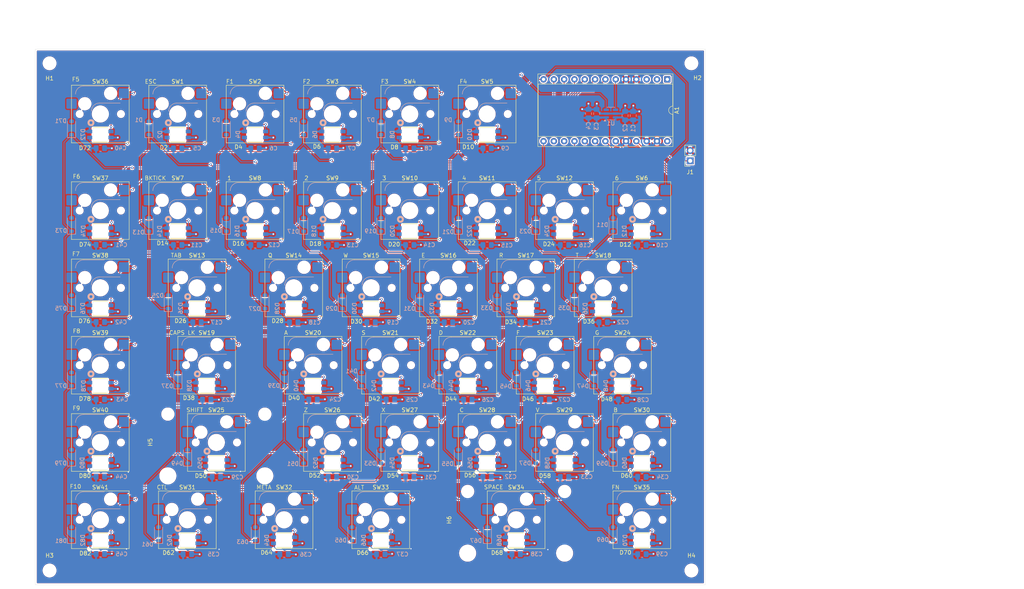
<source format=kicad_pcb>
(kicad_pcb (version 20241229) (generator "pcbnew") (generator_version "9.0")
  (layers (0 "F.Cu" mixed) (2 "B.Cu" mixed) (13 "F.Paste" user) (15 "B.Paste" user) (5 "F.SilkS" user "F.Silkscreen") (7 "B.SilkS" user "B.Silkscreen") (1 "F.Mask" user) (3 "B.Mask" user) (25 "Edge.Cuts" user))
  (net 0 "")
  (net 2 "/COL4")
  (net 3 "/ROW4")
  (net 4 "GND")
  (net 5 "/COL6")
  (net 6 "/COL5")
  (net 7 "/COL2")
  (net 8 "/ROW6")
  (net 9 "/ROW5")
  (net 10 "+3V3")
  (net 11 "/COL1")
  (net 12 "/ROW1")
  (net 13 "/COL3")
  (net 14 "/ROW2")
  (net 15 "+5V")
  (net 16 "/ROW3")
  (net 17 "Net-(D1-A)")
  (net 18 "/R1C1/DOUT")
  (net 19 "/LED_DATA")
  (net 20 "Net-(D3-A)")
  (net 21 "/R2C1/DOUT")
  (net 22 "Net-(D5-A)")
  (net 24 "/R3C1/DOUT")
  (net 25 "Net-(D7-A)")
  (net 26 "/R4C1/DOUT")
  (net 27 "/R1C6/DIN")
  (net 28 "Net-(D9-A)")
  (net 29 "/R5C1/DOUT")
  (net 30 "Net-(D11-A)")
  (net 31 "/R6C1/DOUT")
  (net 32 "Net-(D13-A)")
  (net 33 "Net-(D15-A)")
  (net 34 "/R1C2/DOUT")
  (net 35 "Net-(D17-A)")
  (net 36 "/R2C2/DOUT")
  (net 37 "Net-(D19-A)")
  (net 38 "/R3C2/DOUT")
  (net 39 "Net-(D21-A)")
  (net 40 "/R4C2/DOUT")
  (net 41 "Net-(D23-A)")
  (net 42 "/R5C2/DOUT")
  (net 43 "Net-(D25-A)")
  (net 44 "/R6C2/DOUT")
  (net 45 "Net-(D27-A)")
  (net 46 "Net-(D29-A)")
  (net 47 "/R1C3/DOUT")
  (net 48 "Net-(D31-A)")
  (net 49 "/R2C3/DOUT")
  (net 50 "Net-(D33-A)")
  (net 51 "/R3C3/DOUT")
  (net 52 "Net-(D35-A)")
  (net 53 "/R4C3/DOUT")
  (net 54 "Net-(D37-A)")
  (net 55 "/R5C3/DOUT")
  (net 56 "Net-(D39-A)")
  (net 57 "/R6C3/DOUT")
  (net 58 "Net-(D41-A)")
  (net 59 "Net-(D43-A)")
  (net 60 "/R1C4/DOUT")
  (net 61 "Net-(D45-A)")
  (net 62 "/R2C4/DOUT")
  (net 63 "Net-(D47-A)")
  (net 64 "/R3C4/DOUT")
  (net 65 "Net-(D49-A)")
  (net 66 "/R4C4/DOUT")
  (net 67 "Net-(D51-A)")
  (net 68 "/R5C4/DOUT")
  (net 69 "Net-(D53-A)")
  (net 70 "/R6C4/DOUT")
  (net 71 "Net-(D55-A)")
  (net 72 "Net-(D57-A)")
  (net 73 "/R1C5/DOUT")
  (net 74 "Net-(D59-A)")
  (net 75 "/R2C5/DOUT")
  (net 76 "Net-(D61-A)")
  (net 77 "/R3C5/DOUT")
  (net 78 "Net-(D63-A)")
  (net 79 "/R4C5/DOUT")
  (net 80 "Net-(D65-A)")
  (net 81 "/R5C5/DOUT")
  (net 82 "Net-(D67-A)")
  (net 83 "/R6C5/DOUT")
  (net 84 "Net-(D69-A)")
  (net 85 "/R1C6/DOUT")
  (net 86 "/R3C6/DOUT")
  (net 87 "/R4C6/DOUT")
  (net 88 "/R5C6/DOUT")
  (net 90 "/~{RESET}")
  (net 92 "/LED_DATA_3V3")
  (net 94 "/COL0")
  (net 96 "/R1C0/DOUT")
  (net 97 "/R2C0/DOUT")
  (net 98 "/R3C0/DOUT")
  (net 99 "/R4C0/DOUT")
  (net 100 "/R5C0/DOUT")
  (net 101 "/R6C0/DOUT")
  (net 102 "Net-(D71-A)")
  (net 103 "Net-(D73-A)")
  (net 104 "Net-(D75-A)")
  (net 105 "Net-(D77-A)")
  (net 106 "Net-(D79-A)")
  (net 107 "Net-(D81-A)")
  (footprint "PCM_Switch_Keyboard_Hotswap_Kailh:SW_Hotswap_Kailh_MX_1.50u" (layer "F.Cu") (at 65.3375 87.425)
    (property "Reference" "SW13")
    (property "Value" "SW_SPST")
  )
  (footprint "PCM_Switch_Keyboard_Hotswap_Kailh:SW_Hotswap_Kailh_MX_1.00u" (layer "F.Cu") (at 79.625 44.575)
    (property "Reference" "SW2")
    (property "Value" "SW_SPST")
  )
  (footprint "SW-Adafruit:LED_SK6812MINI-E_REVERSE_MOUNT_3.2x2.8mm_P1.09mm" (layer "F.Cu") (at 108.2 92.475)
    (property "Reference" "D30")
    (property "Value" "SK6812MINI-E")
    (fp_line (start -1.8 -1.6) (end -1.8 1.6) (stroke (width 0.0254)) (layer "Edge.Cuts"))
    (fp_line (start -1.8 -1.6) (end 1.8 -1.6) (stroke (width 0.0254)) (layer "Edge.Cuts"))
    (fp_line (start -1.8 1.6) (end 1.8 1.6) (stroke (width 0.0254)) (layer "Edge.Cuts"))
    (fp_line (start 1.8 1.6) (end 1.8 -1.6) (stroke (width 0.0254)) (layer "Edge.Cuts"))
  )
  (footprint "PCM_Mounting_Keyboard_Stabilizer:Stabilizer_Cherry_MX_2.00u" (layer "F.Cu") (at 143.91875 144.575)
    (property "Reference" "H6")
    (property "Value" "2U Stabilizer")
  )
  (footprint "SW-Adafruit:LED_SK6812MINI-E_REVERSE_MOUNT_3.2x2.8mm_P1.09mm" (layer "F.Cu") (at 117.725 73.425)
    (property "Reference" "D20")
    (property "Value" "SK6812MINI-E")
    (fp_line (start -1.8 -1.6) (end -1.8 1.6) (stroke (width 0.0254)) (layer "Edge.Cuts"))
    (fp_line (start -1.8 -1.6) (end 1.8 -1.6) (stroke (width 0.0254)) (layer "Edge.Cuts"))
    (fp_line (start -1.8 1.6) (end 1.8 1.6) (stroke (width 0.0254)) (layer "Edge.Cuts"))
    (fp_line (start 1.8 1.6) (end 1.8 -1.6) (stroke (width 0.0254)) (layer "Edge.Cuts"))
  )
  (footprint "SW-Adafruit:LED_SK6812MINI-E_REVERSE_MOUNT_3.2x2.8mm_P1.09mm" (layer "F.Cu") (at 132.01245 111.525)
    (property "Reference" "D44")
    (property "Value" "SK6812MINI-E")
    (fp_line (start -1.8 -1.6) (end -1.8 1.6) (stroke (width 0.0254)) (layer "Edge.Cuts"))
    (fp_line (start -1.8 -1.6) (end 1.8 -1.6) (stroke (width 0.0254)) (layer "Edge.Cuts"))
    (fp_line (start -1.8 1.6) (end 1.8 1.6) (stroke (width 0.0254)) (layer "Edge.Cuts"))
    (fp_line (start 1.8 1.6) (end 1.8 -1.6) (stroke (width 0.0254)) (layer "Edge.Cuts"))
  )
  (footprint "PCM_Switch_Keyboard_Hotswap_Kailh:SW_Hotswap_Kailh_MX_1.00u" (layer "F.Cu") (at 60.575 68.375)
    (property "Reference" "SW7")
    (property "Value" "SW_SPST")
  )
  (footprint "PCM_Switch_Keyboard_Hotswap_Kailh:SW_Hotswap_Kailh_MX_1.00u" (layer "F.Cu") (at 174.87495 144.575)
    (property "Reference" "SW35")
    (property "Value" "SW_SPST")
  )
  (footprint "PCM_Switch_Keyboard_Hotswap_Kailh:SW_Hotswap_Kailh_MX_1.00u" (layer "F.Cu") (at 98.675 68.375)
    (property "Reference" "SW9")
    (property "Value" "SW_SPST")
  )
  (footprint "PCM_Mounting_Keyboard_Stabilizer:Stabilizer_Cherry_MX_2.00u" (layer "F.Cu") (at 70.1 125.525)
    (property "Reference" "H5")
    (property "Value" "2U Stabilizer")
  )
  (footprint "SW-Adafruit:LED_SK6812MINI-E_REVERSE_MOUNT_3.2x2.8mm_P1.09mm" (layer "F.Cu") (at 170.11245 111.525)
    (property "Reference" "D48")
    (property "Value" "SK6812MINI-E")
    (fp_line (start -1.8 -1.6) (end -1.8 1.6) (stroke (width 0.0254)) (layer "Edge.Cuts"))
    (fp_line (start -1.8 -1.6) (end 1.8 -1.6) (stroke (width 0.0254)) (layer "Edge.Cuts"))
    (fp_line (start -1.8 1.6) (end 1.8 1.6) (stroke (width 0.0254)) (layer "Edge.Cuts"))
    (fp_line (start 1.8 1.6) (end 1.8 -1.6) (stroke (width 0.0254)) (layer "Edge.Cuts"))
  )
  (footprint "MountingHole:MountingHole_3.2mm_M3_ISO14580" (layer "F.Cu") (at 29.025 32.075)
    (property "Reference" "H1")
    (property "Value" "M3")
  )
  (footprint "SW-Adafruit:LED_SK6812MINI-E_REVERSE_MOUNT_3.2x2.8mm_P1.09mm" (layer "F.Cu") (at 98.675 49.625)
    (property "Reference" "D6")
    (property "Value" "SK6812MINI-E")
    (fp_line (start -1.8 -1.6) (end -1.8 1.6) (stroke (width 0.0254)) (layer "Edge.Cuts"))
    (fp_line (start -1.8 -1.6) (end 1.8 -1.6) (stroke (width 0.0254)) (layer "Edge.Cuts"))
    (fp_line (start -1.8 1.6) (end 1.8 1.6) (stroke (width 0.0254)) (layer "Edge.Cuts"))
    (fp_line (start 1.8 1.6) (end 1.8 -1.6) (stroke (width 0.0254)) (layer "Edge.Cuts"))
  )
  (footprint "SW-Adafruit:LED_SK6812MINI-E_REVERSE_MOUNT_3.2x2.8mm_P1.09mm" (layer "F.Cu") (at 151.06245 111.525)
    (property "Reference" "D46")
    (property "Value" "SK6812MINI-E")
    (fp_line (start -1.8 -1.6) (end -1.8 1.6) (stroke (width 0.0254)) (layer "Edge.Cuts"))
    (fp_line (start -1.8 -1.6) (end 1.8 -1.6) (stroke (width 0.0254)) (layer "Edge.Cuts"))
    (fp_line (start -1.8 1.6) (end 1.8 1.6) (stroke (width 0.0254)) (layer "Edge.Cuts"))
    (fp_line (start 1.8 1.6) (end 1.8 -1.6) (stroke (width 0.0254)) (layer "Edge.Cuts"))
  )
  (footprint "PCM_Switch_Keyboard_Hotswap_Kailh:SW_Hotswap_Kailh_MX_1.00u" (layer "F.Cu") (at 41.525 68.375)
    (property "Reference" "SW37")
    (property "Value" "SW_SPST")
  )
  (footprint "SW-Adafruit:LED_SK6812MINI-E_REVERSE_MOUNT_3.2x2.8mm_P1.09mm" (layer "F.Cu") (at 98.675 73.425)
    (property "Reference" "D18")
    (property "Value" "SK6812MINI-E")
    (fp_line (start -1.8 -1.6) (end -1.8 1.6) (stroke (width 0.0254)) (layer "Edge.Cuts"))
    (fp_line (start -1.8 -1.6) (end 1.8 -1.6) (stroke (width 0.0254)) (layer "Edge.Cuts"))
    (fp_line (start -1.8 1.6) (end 1.8 1.6) (stroke (width 0.0254)) (layer "Edge.Cuts"))
    (fp_line (start 1.8 1.6) (end 1.8 -1.6) (stroke (width 0.0254)) (layer "Edge.Cuts"))
  )
  (footprint "PCM_Switch_Keyboard_Hotswap_Kailh:SW_Hotswap_Kailh_MX_1.00u" (layer "F.Cu") (at 41.525 44.575)
    (property "Reference" "SW36")
    (property "Value" "SW_SPST")
  )
  (footprint "SW-Adafruit:LED_SK6812MINI-E_REVERSE_MOUNT_3.2x2.8mm_P1.09mm" (layer "F.Cu") (at 127.25 92.475)
    (property "Reference" "D32")
    (property "Value" "SK6812MINI-E")
    (fp_line (start -1.8 -1.6) (end -1.8 1.6) (stroke (width 0.0254)) (layer "Edge.Cuts"))
    (fp_line (start -1.8 -1.6) (end 1.8 -1.6) (stroke (width 0.0254)) (layer "Edge.Cuts"))
    (fp_line (start -1.8 1.6) (end 1.8 1.6) (stroke (width 0.0254)) (layer "Edge.Cuts"))
    (fp_line (start 1.8 1.6) (end 1.8 -1.6) (stroke (width 0.0254)) (layer "Edge.Cuts"))
  )
  (footprint "SW-Adafruit:LED_SK6812MINI-E_REVERSE_MOUNT_3.2x2.8mm_P1.09mm" (layer "F.Cu") (at 67.71875 111.525)
    (property "Reference" "D38")
    (property "Value" "SK6812MINI-E")
    (fp_line (start -1.8 -1.6) (end -1.8 1.6) (stroke (width 0.0254)) (layer "Edge.Cuts"))
    (fp_line (start -1.8 -1.6) (end 1.8 -1.6) (stroke (width 0.0254)) (layer "Edge.Cuts"))
    (fp_line (start -1.8 1.6) (end 1.8 1.6) (stroke (width 0.0254)) (layer "Edge.Cuts"))
    (fp_line (start 1.8 1.6) (end 1.8 -1.6) (stroke (width 0.0254)) (layer "Edge.Cuts"))
  )
  (footprint "SW-Adafruit:LED_SK6812MINI-E_REVERSE_MOUNT_3.2x2.8mm_P1.09mm" (layer "F.Cu") (at 143.91875 149.625)
    (property "Reference" "D68")
    (property "Value" "SK6812MINI-E")
    (fp_line (start -1.8 -1.6) (end -1.8 1.6) (stroke (width 0.0254)) (layer "Edge.Cuts"))
    (fp_line (start -1.8 -1.6) (end 1.8 -1.6) (stroke (width 0.0254)) (layer "Edge.Cuts"))
    (fp_line (start -1.8 1.6) (end 1.8 1.6) (stroke (width 0.0254)) (layer "Edge.Cuts"))
    (fp_line (start 1.8 1.6) (end 1.8 -1.6) (stroke (width 0.0254)) (layer "Edge.Cuts"))
  )
  (footprint "SW-Adafruit:LED_SK6812MINI-E_REVERSE_MOUNT_3.2x2.8mm_P1.09mm" (layer "F.Cu") (at 41.525 73.425)
    (property "Reference" "D74")
    (property "Value" "SK6812MINI-E")
    (fp_line (start -1.8 -1.6) (end -1.8 1.6) (stroke (width 0.0254)) (layer "Edge.Cuts"))
    (fp_line (start -1.8 -1.6) (end 1.8 -1.6) (stroke (width 0.0254)) (layer "Edge.Cuts"))
    (fp_line (start -1.8 1.6) (end 1.8 1.6) (stroke (width 0.0254)) (layer "Edge.Cuts"))
    (fp_line (start 1.8 1.6) (end 1.8 -1.6) (stroke (width 0.0254)) (layer "Edge.Cuts"))
  )
  (footprint "PCM_Switch_Keyboard_Hotswap_Kailh:SW_Hotswap_Kailh_MX_1.75u" (layer "F.Cu") (at 67.71875 106.475)
    (property "Reference" "SW19")
    (property "Value" "SW_SPST")
  )
  (footprint "PCM_Switch_Keyboard_Hotswap_Kailh:SW_Hotswap_Kailh_MX_1.00u" (layer "F.Cu") (at 41.525 125.525)
    (property "Reference" "SW40")
    (property "Value" "SW_SPST")
  )
  (footprint "SW-Adafruit:LED_SK6812MINI-E_REVERSE_MOUNT_3.2x2.8mm_P1.09mm" (layer "F.Cu") (at 117.72495 130.575)
    (property "Reference" "D54")
    (property "Value" "SK6812MINI-E")
    (fp_line (start -1.8 -1.6) (end -1.8 1.6) (stroke (width 0.0254)) (layer "Edge.Cuts"))
    (fp_line (start -1.8 -1.6) (end 1.8 -1.6) (stroke (width 0.0254)) (layer "Edge.Cuts"))
    (fp_line (start -1.8 1.6) (end 1.8 1.6) (stroke (width 0.0254)) (layer "Edge.Cuts"))
    (fp_line (start 1.8 1.6) (end 1.8 -1.6) (stroke (width 0.0254)) (layer "Edge.Cuts"))
  )
  (footprint "SW-Adafruit:LED_SK6812MINI-E_REVERSE_MOUNT_3.2x2.8mm_P1.09mm" (layer "F.Cu") (at 146.3 92.475)
    (property "Reference" "D34")
    (property "Value" "SK6812MINI-E")
    (fp_line (start -1.8 -1.6) (end -1.8 1.6) (stroke (width 0.0254)) (layer "Edge.Cuts"))
    (fp_line (start -1.8 -1.6) (end 1.8 -1.6) (stroke (width 0.0254)) (layer "Edge.Cuts"))
    (fp_line (start -1.8 1.6) (end 1.8 1.6) (stroke (width 0.0254)) (layer "Edge.Cuts"))
    (fp_line (start 1.8 1.6) (end 1.8 -1.6) (stroke (width 0.0254)) (layer "Edge.Cuts"))
  )
  (footprint "SW-Adafruit:LED_SK6812MINI-E_REVERSE_MOUNT_3.2x2.8mm_P1.09mm" (layer "F.Cu") (at 62.95625 149.625)
    (property "Reference" "D62")
    (property "Value" "SK6812MINI-E")
    (fp_line (start -1.8 -1.6) (end -1.8 1.6) (stroke (width 0.0254)) (layer "Edge.Cuts"))
    (fp_line (start -1.8 -1.6) (end 1.8 -1.6) (stroke (width 0.0254)) (layer "Edge.Cuts"))
    (fp_line (start -1.8 1.6) (end 1.8 1.6) (stroke (width 0.0254)) (layer "Edge.Cuts"))
    (fp_line (start 1.8 1.6) (end 1.8 -1.6) (stroke (width 0.0254)) (layer "Edge.Cuts"))
  )
  (footprint "PCM_Switch_Keyboard_Hotswap_Kailh:SW_Hotswap_Kailh_MX_1.00u" (layer "F.Cu") (at 174.87495 125.525)
    (property "Reference" "SW30")
    (property "Value" "SW_SPST")
  )
  (footprint "PCM_Switch_Keyboard_Hotswap_Kailh:SW_Hotswap_Kailh_MX_1.00u" (layer "F.Cu") (at 79.625 68.375)
    (property "Reference" "SW8")
    (property "Value" "SW_SPST")
  )
  (footprint "SW-Adafruit:KB2024_Socketed" (layer "F.Cu") (at 181.14 36.03 -90)
    (property "Reference" "A1")
    (property "Value" "KB2040")
  )
  (footprint "PCM_Switch_Keyboard_Hotswap_Kailh:SW_Hotswap_Kailh_MX_2.00u" (layer "F.Cu") (at 70.1 125.525)
    (property "Reference" "SW25")
    (property "Value" "SW_SPST")
  )
  (footprint "SW-Adafruit:LED_SK6812MINI-E_REVERSE_MOUNT_3.2x2.8mm_P1.09mm" (layer "F.Cu") (at 79.625 73.425)
    (property "Reference" "D16")
    (property "Value" "SK6812MINI-E")
    (fp_line (start -1.8 -1.6) (end -1.8 1.6) (stroke (width 0.0254)) (layer "Edge.Cuts"))
    (fp_line (start -1.8 -1.6) (end 1.8 -1.6) (stroke (width 0.0254)) (layer "Edge.Cuts"))
    (fp_line (start -1.8 1.6) (end 1.8 1.6) (stroke (width 0.0254)) (layer "Edge.Cuts"))
    (fp_line (start 1.8 1.6) (end 1.8 -1.6) (stroke (width 0.0254)) (layer "Edge.Cuts"))
  )
  (footprint "PCM_Switch_Keyboard_Hotswap_Kailh:SW_Hotswap_Kailh_MX_1.00u" (layer "F.Cu") (at 127.25 87.425)
    (property "Reference" "SW16")
    (property "Value" "SW_SPST")
  )
  (footprint "PCM_Switch_Keyboard_Hotswap_Kailh:SW_Hotswap_Kailh_MX_1.00u" (layer "F.Cu") (at 136.775 68.375)
    (property "Reference" "SW11")
    (property "Value" "SW_SPST")
  )
  (footprint "SW-Adafruit:LED_SK6812MINI-E_REVERSE_MOUNT_3.2x2.8mm_P1.09mm" (layer "F.Cu") (at 98.67495 130.575)
    (property "Reference" "D52")
    (property "Value" "SK6812MINI-E")
    (fp_line (start -1.8 -1.6) (end -1.8 1.6) (stroke (width 0.0254)) (layer "Edge.Cuts"))
    (fp_line (start -1.8 -1.6) (end 1.8 -1.6) (stroke (width 0.0254)) (layer "Edge.Cuts"))
    (fp_line (start -1.8 1.6) (end 1.8 1.6) (stroke (width 0.0254)) (layer "Edge.Cuts"))
    (fp_line (start 1.8 1.6) (end 1.8 -1.6) (stroke (width 0.0254)) (layer "Edge.Cuts"))
  )
  (footprint "MountingHole:MountingHole_3.2mm_M3_ISO14580" (layer "F.Cu") (at 187.075 157.075)
    (property "Reference" "H4")
    (property "Value" "M3")
  )
  (footprint "SW-Adafruit:LED_SK6812MINI-E_REVERSE_MOUNT_3.2x2.8mm_P1.09mm" (layer "F.Cu") (at 79.625 49.625)
    (property "Reference" "D4")
    (property "Value" "SK6812MINI-E")
    (fp_line (start -1.8 -1.6) (end -1.8 1.6) (stroke (width 0.0254)) (layer "Edge.Cuts"))
    (fp_line (start -1.8 -1.6) (end 1.8 -1.6) (stroke (width 0.0254)) (layer "Edge.Cuts"))
    (fp_line (start -1.8 1.6) (end 1.8 1.6) (stroke (width 0.0254)) (layer "Edge.Cuts"))
    (fp_line (start 1.8 1.6) (end 1.8 -1.6) (stroke (width 0.0254)) (layer "Edge.Cuts"))
  )
  (footprint "SW-Adafruit:LED_SK6812MINI-E_REVERSE_MOUNT_3.2x2.8mm_P1.09mm" (layer "F.Cu") (at 112.96245 111.525)
    (property "Reference" "D42")
    (property "Value" "SK6812MINI-E")
    (fp_line (start -1.8 -1.6) (end -1.8 1.6) (stroke (width 0.0254)) (layer "Edge.Cuts"))
    (fp_line (start -1.8 -1.6) (end 1.8 -1.6) (stroke (width 0.0254)) (layer "Edge.Cuts"))
    (fp_line (start -1.8 1.6) (end 1.8 1.6) (stroke (width 0.0254)) (layer "Edge.Cuts"))
    (fp_line (start 1.8 1.6) (end 1.8 -1.6) (stroke (width 0.0254)) (layer "Edge.Cuts"))
  )
  (footprint "SW-Adafruit:LED_SK6812MINI-E_REVERSE_MOUNT_3.2x2.8mm_P1.09mm" (layer "F.Cu") (at 174.875 73.425)
    (property "Reference" "D12")
    (property "Value" "SK6812MINI-E")
    (fp_line (start -1.8 -1.6) (end -1.8 1.6) (stroke (width 0.0254)) (layer "Edge.Cuts"))
    (fp_line (start -1.8 -1.6) (end 1.8 -1.6) (stroke (width 0.0254)) (layer "Edge.Cuts"))
    (fp_line (start -1.8 1.6) (end 1.8 1.6) (stroke (width 0.0254)) (layer "Edge.Cuts"))
    (fp_line (start 1.8 1.6) (end 1.8 -1.6) (stroke (width 0.0254)) (layer "Edge.Cuts"))
  )
  (footprint "PCM_Switch_Keyboard_Hotswap_Kailh:SW_Hotswap_Kailh_MX_1.00u" (layer "F.Cu") (at 41.525 106.475)
    (property "Reference" "SW39")
    (property "Value" "SW_SPST")
  )
  (footprint "SW-Adafruit:LED_SK6812MINI-E_REVERSE_MOUNT_3.2x2.8mm_P1.09mm" (layer "F.Cu") (at 41.525 130.575)
    (property "Reference" "D80")
    (property "Value" "SK6812MINI-E")
    (fp_line (start -1.8 -1.6) (end -1.8 1.6) (stroke (width 0.0254)) (layer "Edge.Cuts"))
    (fp_line (start -1.8 -1.6) (end 1.8 -1.6) (stroke (width 0.0254)) (layer "Edge.Cuts"))
    (fp_line (start -1.8 1.6) (end 1.8 1.6) (stroke (width 0.0254)) (layer "Edge.Cuts"))
    (fp_line (start 1.8 1.6) (end 1.8 -1.6) (stroke (width 0.0254)) (layer "Edge.Cuts"))
  )
  (footprint "SW-Adafruit:LED_SK6812MINI-E_REVERSE_MOUNT_3.2x2.8mm_P1.09mm" (layer "F.Cu") (at 41.525 149.625)
    (property "Reference" "D82")
    (property "Value" "SK6812MINI-E")
    (fp_line (start -1.8 -1.6) (end -1.8 1.6) (stroke (width 0.0254)) (layer "Edge.Cuts"))
    (fp_line (start -1.8 -1.6) (end 1.8 -1.6) (stroke (width 0.0254)) (layer "Edge.Cuts"))
    (fp_line (start -1.8 1.6) (end 1.8 1.6) (stroke (width 0.0254)) (layer "Edge.Cuts"))
    (fp_line (start 1.8 1.6) (end 1.8 -1.6) (stroke (width 0.0254)) (layer "Edge.Cuts"))
  )
  (footprint "MountingHole:MountingHole_3.2mm_M3_ISO14580" (layer "F.Cu") (at 187.075 32.075)
    (property "Reference" "H2")
    (property "Value" "M3")
  )
  (footprint "PCM_Switch_Keyboard_Hotswap_Kailh:SW_Hotswap_Kailh_MX_1.00u" (layer "F.Cu") (at 98.675 44.575)
    (property "Reference" "SW3")
    (property "Value" "SW_SPST")
  )
  (footprint "SW-Adafruit:LED_SK6812MINI-E_REVERSE_MOUNT_3.2x2.8mm_P1.09mm" (layer "F.Cu") (at 86.76875 149.625)
    (property "Reference" "D64")
    (property "Value" "SK6812MINI-E")
    (fp_line (start -1.8 -1.6) (end -1.8 1.6) (stroke (width 0.0254)) (layer "Edge.Cuts"))
    (fp_line (start -1.8 -1.6) (end 1.8 -1.6) (stroke (width 0.0254)) (layer "Edge.Cuts"))
    (fp_line (start -1.8 1.6) (end 1.8 1.6) (stroke (width 0.0254)) (layer "Edge.Cuts"))
    (fp_line (start 1.8 1.6) (end 1.8 -1.6) (stroke (width 0.0254)) (layer "Edge.Cuts"))
  )
  (footprint "SW-Adafruit:LED_SK6812MINI-E_REVERSE_MOUNT_3.2x2.8mm_P1.09mm" (layer "F.Cu") (at 117.725 49.625)
    (property "Reference" "D8")
    (property "Value" "SK6812MINI-E")
    (fp_line (start -1.8 -1.6) (end -1.8 1.6) (stroke (width 0.0254)) (layer "Edge.Cuts"))
    (fp_line (start -1.8 -1.6) (end 1.8 -1.6) (stroke (width 0.0254)) (layer "Edge.Cuts"))
    (fp_line (start -1.8 1.6) (end 1.8 1.6) (stroke (width 0.0254)) (layer "Edge.Cuts"))
    (fp_line (start 1.8 1.6) (end 1.8 -1.6) (stroke (width 0.0254)) (layer "Edge.Cuts"))
  )
  (footprint "SW-Adafruit:LED_SK6812MINI-E_REVERSE_MOUNT_3.2x2.8mm_P1.09mm" (layer "F.Cu") (at 136.77495 130.575)
    (property "Reference" "D56")
    (property "Value" "SK6812MINI-E")
    (fp_line (start -1.8 -1.6) (end -1.8 1.6) (stroke (width 0.0254)) (layer "Edge.Cuts"))
    (fp_line (start -1.8 -1.6) (end 1.8 -1.6) (stroke (width 0.0254)) (layer "Edge.Cuts"))
    (fp_line (start -1.8 1.6) (end 1.8 1.6) (stroke (width 0.0254)) (layer "Edge.Cuts"))
    (fp_line (start 1.8 1.6) (end 1.8 -1.6) (stroke (width 0.0254)) (layer "Edge.Cuts"))
  )
  (footprint "PCM_Switch_Keyboard_Hotswap_Kailh:SW_Hotswap_Kailh_MX_1.25u" (layer "F.Cu") (at 86.76875 144.575)
    (property "Reference" "SW32")
    (property "Value" "SW_SPST")
  )
  (footprint "Connector_PinSocket_2.54mm:PinSocket_1x02_P2.54mm_Vertical" (layer "F.Cu") (at 186.775 56.115 180)
    (property "Reference" "J1")
    (property "Value" "Conn_01x02")
  )
  (footprint "PCM_Switch_Keyboard_Hotswap_Kailh:SW_Hotswap_Kailh_MX_1.25u" (layer "F.Cu") (at 62.95625 144.575)
    (property "Reference" "SW31")
    (property "Value" "SW_SPST")
  )
  (footprint "PCM_Switch_Keyboard_Hotswap_Kailh:SW_Hotswap_Kailh_MX_1.00u" (layer "F.Cu") (at 117.72495 125.525)
    (property "Reference" "SW27")
    (property "Value" "SW_SPST")
  )
  (footprint "SW-Adafruit:LED_SK6812MINI-E_REVERSE_MOUNT_3.2x2.8mm_P1.09mm" (layer "F.Cu") (at 155.82495 130.575)
    (property "Reference" "D58")
    (property "Value" "SK6812MINI-E")
    (fp_line (start -1.8 -1.6) (end -1.8 1.6) (stroke (width 0.0254)) (layer "Edge.Cuts"))
    (fp_line (start -1.8 -1.6) (end 1.8 -1.6) (stroke (width 0.0254)) (layer "Edge.Cuts"))
    (fp_line (start -1.8 1.6) (end 1.8 1.6) (stroke (width 0.0254)) (layer "Edge.Cuts"))
    (fp_line (start 1.8 1.6) (end 1.8 -1.6) (stroke (width 0.0254)) (layer "Edge.Cuts"))
  )
  (footprint "PCM_Switch_Keyboard_Hotswap_Kailh:SW_Hotswap_Kailh_MX_1.00u" (layer "F.Cu") (at 117.725 68.375)
    (property "Reference" "SW10")
    (property "Value" "SW_SPST")
  )
  (footprint "PCM_Switch_Keyboard_Hotswap_Kailh:SW_Hotswap_Kailh_MX_1.00u" (layer "F.Cu") (at 151.06245 106.475)
    (property "Reference" "SW23")
    (property "Value" "SW_SPST")
  )
  (footprint "SW-Adafruit:LED_SK6812MINI-E_REVERSE_MOUNT_3.2x2.8mm_P1.09mm" (layer "F.Cu") (at 41.525 111.525)
    (property "Reference" "D78")
    (property "Value" "SK6812MINI-E")
    (fp_line (start -1.8 -1.6) (end -1.8 1.6) (stroke (width 0.0254)) (layer "Edge.Cuts"))
    (fp_line (start -1.8 -1.6) (end 1.8 -1.6) (stroke (width 0.0254)) (layer "Edge.Cuts"))
    (fp_line (start -1.8 1.6) (end 1.8 1.6) (stroke (width 0.0254)) (layer "Edge.Cuts"))
    (fp_line (start 1.8 1.6) (end 1.8 -1.6) (stroke (width 0.0254)) (layer "Edge.Cuts"))
  )
  (footprint "PCM_Switch_Keyboard_Hotswap_Kailh:SW_Hotswap_Kailh_MX_1.00u" (layer "F.Cu") (at 155.825 68.375)
    (property "Reference" "SW12")
    (property "Value" "SW_SPST")
  )
  (footprint "PCM_Switch_Keyboard_Hotswap_Kailh:SW_Hotswap_Kailh_MX_1.00u" (layer "F.Cu") (at 165.35 87.425)
    (property "Reference" "SW18")
    (property "Value" "SW_SPST")
  )
  (footprint "PCM_Switch_Keyboard_Hotswap_Kailh:SW_Hotswap_Kailh_MX_1.00u" (layer "F.Cu") (at 117.725 44.575)
    (property "Reference" "SW4")
    (property "Value" "SW_SPST")
  )
  (footprint "SW-Adafruit:LED_SK6812MINI-E_REVERSE_MOUNT_3.2x2.8mm_P1.09mm" (layer "F.Cu") (at 136.775 73.425)
    (property "Reference" "D22")
    (property "Value" "SK6812MINI-E")
    (fp_line (start -1.8 -1.6) (end -1.8 1.6) (stroke (width 0.0254)) (layer "Edge.Cuts"))
    (fp_line (start -1.8 -1.6) (end 1.8 -1.6) (stroke (width 0.0254)) (layer "Edge.Cuts"))
    (fp_line (start -1.8 1.6) (end 1.8 1.6) (stroke (width 0.0254)) (layer "Edge.Cuts"))
    (fp_line (start 1.8 1.6) (end 1.8 -1.6) (stroke (width 0.0254)) (layer "Edge.Cuts"))
  )
  (footprint "PCM_Switch_Keyboard_Hotswap_Kailh:SW_Hotswap_Kailh_MX_1.00u" (layer "F.Cu") (at 41.525 144.575)
    (property "Reference" "SW41")
    (property "Value" "SW_SPST")
  )
  (footprint "PCM_Switch_Keyboard_Hotswap_Kailh:SW_Hotswap_Kailh_MX_1.00u" (layer "F.Cu") (at 112.96245 106.475)
    (property "Reference" "SW21")
    (property "Value" "SW_SPST")
  )
  (footprint "SW-Adafruit:LED_SK6812MINI-E_REVERSE_MOUNT_3.2x2.8mm_P1.09mm" (layer "F.Cu") (at 174.87495 149.625)
    (property "Reference" "D70")
    (property "Value" "SK6812MINI-E")
    (fp_line (start -1.8 -1.6) (end -1.8 1.6) (stroke (width 0.0254)) (layer "Edge.Cuts"))
    (fp_line (start -1.8 -1.6) (end 1.8 -1.6) (stroke (width 0.0254)) (layer "Edge.Cuts"))
    (fp_line (start -1.8 1.6) (end 1.8 1.6) (stroke (width 0.0254)) (layer "Edge.Cuts"))
    (fp_line (start 1.8 1.6) (end 1.8 -1.6) (stroke (width 0.0254)) (layer "Edge.Cuts"))
  )
  (footprint "PCM_Switch_Keyboard_Hotswap_Kailh:SW_Hotswap_Kailh_MX_1.25u" (layer "F.Cu") (at 110.58125 144.575)
    (property "Reference" "SW33")
    (property "Value" "SW_SPST")
  )
  (footprint "SW-Adafruit:LED_SK6812MINI-E_REVERSE_MOUNT_3.2x2.8mm_P1.09mm" (layer "F.Cu") (at 174.87495 130.575)
    (property "Reference" "D60")
    (property "Value" "SK6812MINI-E")
    (fp_line (start -1.8 -1.6) (end -1.8 1.6) (stroke (width 0.0254)) (layer "Edge.Cuts"))
    (fp_line (start -1.8 -1.6) (end 1.8 -1.6) (stroke (width 0.0254)) (layer "Edge.Cuts"))
    (fp_line (start -1.8 1.6) (end 1.8 1.6) (stroke (width 0.0254)) (layer "Edge.Cuts"))
    (fp_line (start 1.8 1.6) (end 1.8 -1.6) (stroke (width 0.0254)) (layer "Edge.Cuts"))
  )
  (footprint "PCM_Switch_Keyboard_Hotswap_Kailh:SW_Hotswap_Kailh_MX_1.00u" (layer "F.Cu") (at 174.875 68.375)
    (property "Reference" "SW6")
    (property "Value" "SW_SPST")
  )
  (footprint "SW-Adafruit:LED_SK6812MINI-E_REVERSE_MOUNT_3.2x2.8mm_P1.09mm" (layer "F.Cu") (at 60.575 73.425)
    (property "Reference" "D14")
    (property "Value" "SK6812MINI-E")
    (fp_line (start -1.8 -1.6) (end -1.8 1.6) (stroke (width 0.0254)) (layer "Edge.Cuts"))
    (fp_line (start -1.8 -1.6) (end 1.8 -1.6) (stroke (width 0.0254)) (layer "Edge.Cuts"))
    (fp_line (start -1.8 1.6) (end 1.8 1.6) (stroke (width 0.0254)) (layer "Edge.Cuts"))
    (fp_line (start 1.8 1.6) (end 1.8 -1.6) (stroke (width 0.0254)) (layer "Edge.Cuts"))
  )
  (footprint "PCM_Switch_Keyboard_Hotswap_Kailh:SW_Hotswap_Kailh_MX_2.25u" (layer "F.Cu") (at 143.91875 144.575)
    (property "Reference" "SW34")
    (property "Value" "SW_SPST")
  )
  (footprint "SW-Adafruit:LED_SK6812MINI-E_REVERSE_MOUNT_3.2x2.8mm_P1.09mm" (layer "F.Cu") (at 60.575 49.625)
    (property "Reference" "D2")
    (property "Value" "SK6812MINI-E")
    (fp_line (start -1.8 -1.6) (end -1.8 1.6) (stroke (width 0.0254)) (layer "Edge.Cuts"))
    (fp_line (start -1.8 -1.6) (end 1.8 -1.6) (stroke (width 0.0254)) (layer "Edge.Cuts"))
    (fp_line (start -1.8 1.6) (end 1.8 1.6) (stroke (width 0.0254)) (layer "Edge.Cuts"))
    (fp_line (start 1.8 1.6) (end 1.8 -1.6) (stroke (width 0.0254)) (layer "Edge.Cuts"))
  )
  (footprint "PCM_Switch_Keyboard_Hotswap_Kailh:SW_Hotswap_Kailh_MX_1.00u" (layer "F.Cu") (at 132.01245 106.475)
    (property "Reference" "SW22")
    (property "Value" "SW_SPST")
  )
  (footprint "MountingHole:MountingHole_3.2mm_M3_ISO14580" (layer "F.Cu") (at 29.025 157.075)
    (property "Reference" "H3")
    (property "Value" "M3")
  )
  (footprint "SW-Adafruit:LED_SK6812MINI-E_REVERSE_MOUNT_3.2x2.8mm_P1.09mm" (layer "F.Cu") (at 89.15 92.475)
    (property "Reference" "D28")
    (property "Value" "SK6812MINI-E")
    (fp_line (start -1.8 -1.6) (end -1.8 1.6) (stroke (width 0.0254)) (layer "Edge.Cuts"))
    (fp_line (start -1.8 -1.6) (end 1.8 -1.6) (stroke (width 0.0254)) (layer "Edge.Cuts"))
    (fp_line (start -1.8 1.6) (end 1.8 1.6) (stroke (width 0.0254)) (layer "Edge.Cuts"))
    (fp_line (start 1.8 1.6) (end 1.8 -1.6) (stroke (width 0.0254)) (layer "Edge.Cuts"))
  )
  (footprint "PCM_Switch_Keyboard_Hotswap_Kailh:SW_Hotswap_Kailh_MX_1.00u" (layer "F.Cu") (at 41.525 87.425)
    (property "Reference" "SW38")
    (property "Value" "SW_SPST")
  )
  (footprint "SW-Adafruit:LED_SK6812MINI-E_REVERSE_MOUNT_3.2x2.8mm_P1.09mm" (layer "F.Cu") (at 93.91245 111.525)
    (property "Reference" "D40")
    (property "Value" "SK6812MINI-E")
    (fp_line (start -1.8 -1.6) (end -1.8 1.6) (stroke (width 0.0254)) (layer "Edge.Cuts"))
    (fp_line (start -1.8 -1.6) (end 1.8 -1.6) (stroke (width 0.0254)) (layer "Edge.Cuts"))
    (fp_line (start -1.8 1.6) (end 1.8 1.6) (stroke (width 0.0254)) (layer "Edge.Cuts"))
    (fp_line (start 1.8 1.6) (end 1.8 -1.6) (stroke (width 0.0254)) (layer "Edge.Cuts"))
  )
  (footprint "SW-Adafruit:LED_SK6812MINI-E_REVERSE_MOUNT_3.2x2.8mm_P1.09mm" (layer "F.Cu") (at 155.825 73.425)
    (property "Reference" "D24")
    (property "Value" "SK6812MINI-E")
    (fp_line (start -1.8 -1.6) (end -1.8 1.6) (stroke (width 0.0254)) (layer "Edge.Cuts"))
    (fp_line (start -1.8 -1.6) (end 1.8 -1.6) (stroke (width 0.0254)) (layer "Edge.Cuts"))
    (fp_line (start -1.8 1.6) (end 1.8 1.6) (stroke (width 0.0254)) (layer "Edge.Cuts"))
    (fp_line (start 1.8 1.6) (end 1.8 -1.6) (stroke (width 0.0254)) (layer "Edge.Cuts"))
  )
  (footprint "PCM_Switch_Keyboard_Hotswap_Kailh:SW_Hotswap_Kailh_MX_1.00u" (layer "F.Cu") (at 89.15 87.425)
    (property "Reference" "SW14")
    (property "Value" "SW_SPST")
  )
  (footprint "PCM_Switch_Keyboard_Hotswap_Kailh:SW_Hotswap_Kailh_MX_1.00u" (layer "F.Cu") (at 155.82495 125.525)
    (property "Reference" "SW29")
    (property "Value" "SW_SPST")
  )
  (footprint "PCM_Switch_Keyboard_Hotswap_Kailh:SW_Hotswap_Kailh_MX_1.00u" (layer "F.Cu") (at 60.575 44.575)
    (property "Reference" "SW1")
    (property "Value" "SW_SPST")
  )
  (footprint "SW-Adafruit:LED_SK6812MINI-E_REVERSE_MOUNT_3.2x2.8mm_P1.09mm" (layer "F.Cu") (at 70.1 130.575)
    (property "Reference" "D50")
    (property "Value" "SK6812MINI-E")
    (fp_line (start -1.8 -1.6) (end -1.8 1.6) (stroke (width 0.0254)) (layer "Edge.Cuts"))
    (fp_line (start -1.8 -1.6) (end 1.8 -1.6) (stroke (width 0.0254)) (layer "Edge.Cuts"))
    (fp_line (start -1.8 1.6) (end 1.8 1.6) (stroke (width 0.0254)) (layer "Edge.Cuts"))
    (fp_line (start 1.8 1.6) (end 1.8 -1.6) (stroke (width 0.0254)) (layer "Edge.Cuts"))
  )
  (footprint "PCM_Switch_Keyboard_Hotswap_Kailh:SW_Hotswap_Kailh_MX_1.00u" (layer "F.Cu") (at 136.77495 125.525)
    (property "Reference" "SW28")
    (property "Value" "SW_SPST")
  )
  (footprint "PCM_Switch_Keyboard_Hotswap_Kailh:SW_Hotswap_Kailh_MX_1.00u" (layer "F.Cu") (at 98.67495 125.525)
    (property "Reference" "SW26")
    (property "Value" "SW_SPST")
  )
  (footprint "SW-Adafruit:LED_SK6812MINI-E_REVERSE_MOUNT_3.2x2.8mm_P1.09mm" (layer "F.Cu") (at 65.3375 92.475)
    (property "Reference" "D26")
    (property "Value" "SK6812MINI-E")
    (fp_line (start -1.8 -1.6) (end -1.8 1.6) (stroke (width 0.0254)) (layer "Edge.Cuts"))
    (fp_line (start -1.8 -1.6) (end 1.8 -1.6) (stroke (width 0.0254)) (layer "Edge.Cuts"))
    (fp_line (start -1.8 1.6) (end 1.8 1.6) (stroke (width 0.0254)) (layer "Edge.Cuts"))
    (fp_line (start 1.8 1.6) (end 1.8 -1.6) (stroke (width 0.0254)) (layer "Edge.Cuts"))
  )
  (footprint "PCM_Switch_Keyboard_Hotswap_Kailh:SW_Hotswap_Kailh_MX_1.00u" (layer "F.Cu") (at 93.91245 106.475)
    (property "Reference" "SW20")
    (property "Value" "SW_SPST")
  )
  (footprint "SW-Adafruit:LED_SK6812MINI-E_REVERSE_MOUNT_3.2x2.8mm_P1.09mm" (layer "F.Cu") (at 165.35 92.475)
    (property "Reference" "D36")
    (property "Value" "SK6812MINI-E")
    (fp_line (start -1.8 -1.6) (end -1.8 1.6) (stroke (width 0.0254)) (layer "Edge.Cuts"))
    (fp_line (start -1.8 -1.6) (end 1.8 -1.6) (stroke (width 0.0254)) (layer "Edge.Cuts"))
    (fp_line (start -1.8 1.6) (end 1.8 1.6) (stroke (width 0.0254)) (layer "Edge.Cuts"))
    (fp_line (start 1.8 1.6) (end 1.8 -1.6) (stroke (width 0.0254)) (layer "Edge.Cuts"))
  )
  (footprint "SW-Adafruit:LED_SK6812MINI-E_REVERSE_MOUNT_3.2x2.8mm_P1.09mm" (layer "F.Cu") (at 110.58125 149.625)
    (property "Reference" "D66")
    (property "Value" "SK6812MINI-E")
    (fp_line (start -1.8 -1.6) (end -1.8 1.6) (stroke (width 0.0254)) (layer "Edge.Cuts"))
    (fp_line (start -1.8 -1.6) (end 1.8 -1.6) (stroke (width 0.0254)) (layer "Edge.Cuts"))
    (fp_line (start -1.8 1.6) (end 1.8 1.6) (stroke (width 0.0254)) (layer "Edge.Cuts"))
    (fp_line (start 1.8 1.6) (end 1.8 -1.6) (stroke (width 0.0254)) (layer "Edge.Cuts"))
  )
  (footprint "SW-Adafruit:LED_SK6812MINI-E_REVERSE_MOUNT_3.2x2.8mm_P1.09mm" (layer "F.Cu") (at 136.775 49.625)
    (property "Reference" "D10")
    (property "Value" "SK6812MINI-E")
    (fp_line (start -1.8 -1.6) (end -1.8 1.6) (stroke (width 0.0254)) (layer "Edge.Cuts"))
    (fp_line (start -1.8 -1.6) (end 1.8 -1.6) (stroke (width 0.0254)) (layer "Edge.Cuts"))
    (fp_line (start -1.8 1.6) (end 1.8 1.6) (stroke (width 0.0254)) (layer "Edge.Cuts"))
    (fp_line (start 1.8 1.6) (end 1.8 -1.6) (stroke (width 0.0254)) (layer "Edge.Cuts"))
  )
  (footprint "SW-Adafruit:LED_SK6812MINI-E_REVERSE_MOUNT_3.2x2.8mm_P1.09mm" (layer "F.Cu") (at 41.525 92.475)
    (property "Reference" "D76")
    (property "Value" "SK6812MINI-E")
    (fp_line (start -1.8 -1.6) (end -1.8 1.6) (stroke (width 0.0254)) (layer "Edge.Cuts"))
    (fp_line (start -1.8 -1.6) (end 1.8 -1.6) (stroke (width 0.0254)) (layer "Edge.Cuts"))
    (fp_line (start -1.8 1.6) (end 1.8 1.6) (stroke (width 0.0254)) (layer "Edge.Cuts"))
    (fp_line (start 1.8 1.6) (end 1.8 -1.6) (stroke (width 0.0254)) (layer "Edge.Cuts"))
  )
  (footprint "SW-Adafruit:LED_SK6812MINI-E_REVERSE_MOUNT_3.2x2.8mm_P1.09mm" (layer "F.Cu") (at 41.525 49.625)
    (property "Reference" "D72")
    (property "Value" "SK6812MINI-E")
    (fp_line (start -1.8 -1.6) (end -1.8 1.6) (stroke (width 0.0254)) (layer "Edge.Cuts"))
    (fp_line (start -1.8 -1.6) (end 1.8 -1.6) (stroke (width 0.0254)) (layer "Edge.Cuts"))
    (fp_line (start -1.8 1.6) (end 1.8 1.6) (stroke (width 0.0254)) (layer "Edge.Cuts"))
    (fp_line (start 1.8 1.6) (end 1.8 -1.6) (stroke (width 0.0254)) (layer "Edge.Cuts"))
  )
  (footprint "PCM_Switch_Keyboard_Hotswap_Kailh:SW_Hotswap_Kailh_MX_1.00u" (layer "F.Cu") (at 136.775 44.575)
    (property "Reference" "SW5")
    (property "Value" "SW_SPST")
  )
  (footprint "PCM_Switch_Keyboard_Hotswap_Kailh:SW_Hotswap_Kailh_MX_1.00u" (layer "F.Cu") (at 108.2 87.425)
    (property "Reference" "SW15")
    (property "Value" "SW_SPST")
  )
  (footprint "PCM_Switch_Keyboard_Hotswap_Kailh:SW_Hotswap_Kailh_MX_1.00u" (layer "F.Cu") (at 146.3 87.425)
    (property "Reference" "SW17")
    (property "Value" "SW_SPST")
  )
  (footprint "PCM_Switch_Keyboard_Hotswap_Kailh:SW_Hotswap_Kailh_MX_1.00u" (layer "F.Cu") (at 170.11245 106.475)
    (property "Reference" "SW24")
    (property "Value" "SW_SPST")
  )
  (footprint "Diode_SMD:D_SOD-123" (layer "B.Cu") (at 143.97745 109.935 90)
    (property "Reference" "D45")
    (property "Value" "1N4148W")
  )
  (footprint "Diode_SMD:D_SOD-123" (layer "B.Cu") (at 34.44 109.935 90)
    (property "Reference" "D77")
    (property "Value" "1N4148W")
  )
  (footprint "Diode_SMD:D_SOD-123" (layer "B.Cu") (at 129.68995 128.985 90)
    (property "Reference" "D55")
    (property "Value" "1N4148W")
  )
  (footprint "Capacitor_SMD:C_0805_2012Metric_Pad1.18x1.45mm_HandSolder" (layer "B.Cu") (at 174.87495 134)
    (property "Reference" "C34")
    (property "Value" "100nF")
  )
  (footprint "Diode_SMD:D_SOD-123" (layer "B.Cu") (at 148.73995 128.985 90)
    (property "Reference" "D57")
    (property "Value" "1N4148W")
  )
  (footprint "Diode_SMD:D_SOD-123" (layer "B.Cu") (at 110.64 48.035 90)
    (property "Reference" "D7")
    (property "Value" "1N4148W")
  )
  (footprint "Capacitor_SMD:C_0805_2012Metric_Pad1.18x1.45mm_HandSolder" (layer "B.Cu") (at 136.77495 134)
    (property "Reference" "C32")
    (property "Value" "100nF")
  )
  (footprint "Capacitor_SMD:C_0805_2012Metric_Pad1.18x1.45mm_HandSolder" (layer "B.Cu") (at 98.675 53.05)
    (property "Reference" "C7")
    (property "Value" "100nF")
  )
  (footprint "Diode_SMD:D_SOD-123" (layer "B.Cu") (at 91.58995 128.985 90)
    (property "Reference" "D51")
    (property "Value" "1N4148W")
  )
  (footprint "Capacitor_SMD:C_0805_2012Metric_Pad1.18x1.45mm_HandSolder" (layer "B.Cu") (at 89.15 95.9)
    (property "Reference" "C18")
    (property "Value" "100nF")
  )
  (footprint "Diode_SMD:D_SOD-123" (layer "B.Cu") (at 91.59 71.835 90)
    (property "Reference" "D17")
    (property "Value" "1N4148W")
  )
  (footprint "Capacitor_SMD:C_0805_2012Metric_Pad1.18x1.45mm_HandSolder" (layer "B.Cu") (at 41.525 95.85)
    (property "Reference" "C42")
    (property "Value" "100nF")
  )
  (footprint "Capacitor_SMD:C_0805_2012Metric_Pad1.18x1.45mm_HandSolder" (layer "B.Cu") (at 41.525 114.9)
    (property "Reference" "C43")
    (property "Value" "100nF")
  )
  (footprint "Diode_SMD:D_SOD-123" (layer "B.Cu") (at 34.44 48.035 90)
    (property "Reference" "D71")
    (property "Value" "1N4148W")
  )
  (footprint "Diode_SMD:D_SOD-123" (layer "B.Cu") (at 148.74 71.835 90)
    (property "Reference" "D23")
    (property "Value" "1N4148W")
  )
  (footprint "Diode_SMD:D_SOD-123" (layer "B.Cu") (at 53.49 48.035 90)
    (property "Reference" "D1")
    (property "Value" "1N4148W")
  )
  (footprint "Capacitor_SMD:C_0805_2012Metric_Pad1.18x1.45mm_HandSolder" (layer "B.Cu") (at 172.7375 44.975 90)
    (property "Reference" "C1")
    (property "Value" "1uF")
  )
  (footprint "Capacitor_SMD:C_0805_2012Metric_Pad1.18x1.45mm_HandSolder" (layer "B.Cu") (at 98.67495 134)
    (property "Reference" "C30")
    (property "Value" "100nF")
  )
  (footprint "Diode_SMD:D_SOD-123" (layer "B.Cu") (at 120.165 90.885 90)
    (property "Reference" "D31")
    (property "Value" "1N4148W")
  )
  (footprint "Diode_SMD:D_SOD-123" (layer "B.Cu") (at 167.78995 128.985 90)
    (property "Reference" "D59")
    (property "Value" "1N4148W")
  )
  (footprint "Capacitor_SMD:C_0805_2012Metric_Pad1.18x1.45mm_HandSolder" (layer "B.Cu") (at 155.825 76.85)
    (property "Reference" "C16")
    (property "Value" "100nF")
  )
  (footprint "Diode_SMD:D_SOD-123" (layer "B.Cu") (at 72.54 71.835 90)
    (property "Reference" "D15")
    (property "Value" "1N4148W")
  )
  (footprint "Capacitor_SMD:C_0805_2012Metric_Pad1.18x1.45mm_HandSolder" (layer "B.Cu") (at 70.1 134)
    (property "Reference" "C29")
    (property "Value" "100nF")
  )
  (footprint "Diode_SMD:D_SOD-123" (layer "B.Cu") (at 34.44 148.035 90)
    (property "Reference" "D81")
    (property "Value" "1N4148W")
  )
  (footprint "Capacitor_SMD:C_0805_2012Metric_Pad1.18x1.45mm_HandSolder" (layer "B.Cu") (at 98.675 76.85)
    (property "Reference" "C13")
    (property "Value" "100nF")
  )
  (footprint "Capacitor_SMD:C_0805_2012Metric_Pad1.18x1.45mm_HandSolder" (layer "B.Cu") (at 110.58125 153.05)
    (property "Reference" "C37")
    (property "Value" "100nF")
  )
  (footprint "Diode_SMD:D_SOD-123" (layer "B.Cu") (at 34.44 90.885 90)
    (property "Reference" "D75")
    (property "Value" "1N4148W")
  )
  (footprint "Capacitor_SMD:C_0805_2012Metric_Pad1.18x1.45mm_HandSolder" (layer "B.Cu") (at 41.525 153)
    (property "Reference" "C45")
    (property "Value" "100nF")
  )
  (footprint "Capacitor_SMD:C_0805_2012Metric_Pad1.18x1.45mm_HandSolder" (layer "B.Cu") (at 161.7375 44.475 90)
    (property "Reference" "C4")
    (property "Value" "1uF")
  )
  (footprint "Diode_SMD:D_SOD-123" (layer "B.Cu") (at 72.54 48.035 90)
    (property "Reference" "D3")
    (property "Value" "1N4148W")
  )
  (footprint "Diode_SMD:D_SOD-123" (layer "B.Cu") (at 91.59 48.035 90)
    (property "Reference" "D5")
    (property "Value" "1N4148W")
  )
  (footprint "Diode_SMD:D_SOD-123" (layer "B.Cu") (at 167.78995 148.035 90)
    (property "Reference" "D69")
    (property "Value" "1N4148W")
  )
  (footprint "Capacitor_SMD:C_0805_2012Metric_Pad1.18x1.45mm_HandSolder" (layer "B.Cu") (at 86.76875 153.05)
    (property "Reference" "C36")
    (property "Value" "100nF")
  )
  (footprint "Capacitor_SMD:C_0805_2012Metric_Pad1.18x1.45mm_HandSolder" (layer "B.Cu") (at 117.725 76.85)
    (property "Reference" "C14")
    (property "Value" "100nF")
  )
  (footprint "Capacitor_SMD:C_0805_2012Metric_Pad1.18x1.45mm_HandSolder" (layer "B.Cu") (at 108.2 95.9)
    (property "Reference" "C19")
    (property "Value" "100nF")
  )
  (footprint "Capacitor_SMD:C_0805_2012Metric_Pad1.18x1.45mm_HandSolder" (layer "B.Cu") (at 155.82495 134)
    (property "Reference" "C33")
    (property "Value" "100nF")
  )
  (footprint "Diode_SMD:D_SOD-123" (layer "B.Cu") (at 139.215 90.885 90)
    (property "Reference" "D33")
    (property "Value" "1N4148W")
  )
  (footprint "Capacitor_SMD:C_0805_2012Metric_Pad1.18x1.45mm_HandSolder" (layer "B.Cu") (at 112.96245 114.95)
    (property "Reference" "C25")
    (property "Value" "100nF")
  )
  (footprint "Capacitor_SMD:C_0805_2012Metric_Pad1.18x1.45mm_HandSolder" (layer "B.Cu") (at 60.575 76.85)
    (property "Reference" "C11")
    (property "Value" "100nF")
  )
  (footprint "Diode_SMD:D_SOD-123" (layer "B.Cu") (at 101.115 90.885 90)
    (property "Reference" "D29")
    (property "Value" "1N4148W")
  )
  (footprint "Capacitor_SMD:C_0805_2012Metric_Pad1.18x1.45mm_HandSolder" (layer "B.Cu") (at 41.525 53)
    (property "Reference" "C40")
    (property "Value" "100nF")
  )
  (footprint "Diode_SMD:D_SOD-123" (layer "B.Cu") (at 129.69 48.035 90)
    (property "Reference" "D9")
    (property "Value" "1N4148W")
  )
  (footprint "Capacitor_SMD:C_0805_2012Metric_Pad1.18x1.45mm_HandSolder" (layer "B.Cu") (at 151.06245 114.95)
    (property "Reference" "C27")
    (property "Value" "100nF")
  )
  (footprint "Diode_SMD:D_SOD-123" (layer "B.Cu") (at 58.2525 90.885 90)
    (property "Reference" "D25")
    (property "Value" "1N4148W")
  )
  (footprint "Capacitor_SMD:C_0805_2012Metric_Pad1.18x1.45mm_HandSolder" (layer "B.Cu") (at 41.525 76.8)
    (property "Reference" "C41")
    (property "Value" "100nF")
  )
  (footprint "Diode_SMD:D_SOD-123" (layer "B.Cu") (at 167.79 71.835 90)
    (property "Reference" "D11")
    (property "Value" "1N4148W")
  )
  (footprint "Diode_SMD:D_SOD-123" (layer "B.Cu") (at 34.44 71.835 90)
    (property "Reference" "D73")
    (property "Value" "1N4148W")
  )
  (footprint "Capacitor_SMD:C_0805_2012Metric_Pad1.18x1.45mm_HandSolder" (layer "B.Cu") (at 174.875 76.85)
    (property "Reference" "C10")
    (property "Value" "100nF")
  )
  (footprint "Capacitor_SMD:C_0805_2012Metric_Pad1.18x1.45mm_HandSolder" (layer "B.Cu") (at 117.725 53.05)
    (property "Reference" "C8")
    (property "Value" "100nF")
  )
  (footprint "Diode_SMD:D_SOD-123" (layer "B.Cu") (at 103.49625 148.035 90)
    (property "Reference" "D65")
    (property "Value" "1N4148W")
  )
  (footprint "Capacitor_SMD:C_0805_2012Metric_Pad1.18x1.45mm_HandSolder" (layer "B.Cu") (at 79.625 53.05)
    (property "Reference" "C6")
    (property "Value" "100nF")
  )
  (footprint "Diode_SMD:D_SOD-123" (layer "B.Cu") (at 63.015 128.985 90)
    (property "Reference" "D49")
    (property "Value" "1N4148W")
  )
  (footprint "Capacitor_SMD:C_0805_2012Metric_Pad1.18x1.45mm_HandSolder" (layer "B.Cu") (at 117.72495 134)
    (property "Reference" "C31")
    (property "Value" "100nF")
  )
  (footprint "Capacitor_SMD:C_0805_2012Metric_Pad1.18x1.45mm_HandSolder" (layer "B.Cu") (at 93.91245 114.95)
    (property "Reference" "C24")
    (property "Value" "100nF")
  )
  (footprint "Diode_SMD:D_SOD-123" (layer "B.Cu") (at 124.92745 109.935 90)
    (property "Reference" "D43")
    (property "Value" "1N4148W")
  )
  (footprint "Capacitor_SMD:C_0805_2012Metric_Pad1.18x1.45mm_HandSolder" (layer "B.Cu") (at 41.525 133.95)
    (property "Reference" "C44")
    (property "Value" "100nF")
  )
  (footprint "Capacitor_SMD:C_0805_2012Metric_Pad1.18x1.45mm_HandSolder" (layer "B.Cu") (at 165.35 95.9)
    (property "Reference" "C22")
    (property "Value" "100nF")
  )
  (footprint "Capacitor_SMD:C_0805_2012Metric_Pad1.18x1.45mm_HandSolder" (layer "B.Cu") (at 67.71875 114.95)
    (property "Reference" "C23")
    (property "Value" "100nF")
  )
  (footprint "Diode_SMD:D_SOD-123" (layer "B.Cu") (at 86.82745 109.935 90)
    (property "Reference" "D39")
    (property "Value" "1N4148W")
  )
  (footprint "Capacitor_SMD:C_0805_2012Metric_Pad1.18x1.45mm_HandSolder" (layer "B.Cu") (at 170.11245 114.95)
    (property "Reference" "C28")
    (property "Value" "100nF")
  )
  (footprint "Diode_SMD:D_SOD-123" (layer "B.Cu") (at 129.69 71.835 90)
    (property "Reference" "D21")
    (property "Value" "1N4148W")
  )
  (footprint "Diode_SMD:D_SOD-123" (layer "B.Cu") (at 110.64 71.835 90)
    (property "Reference" "D19")
    (property "Value" "1N4148W")
  )
  (footprint "Diode_SMD:D_SOD-123" (layer "B.Cu") (at 34.44 128.985 90)
    (property "Reference" "D79")
    (property "Value" "1N4148W")
  )
  (footprint "Diode_SMD:D_SOD-123" (layer "B.Cu") (at 110.63995 128.985 90)
    (property "Reference" "D53")
    (property "Value" "1N4148W")
  )
  (footprint "Capacitor_SMD:C_0805_2012Metric_Pad1.18x1.45mm_HandSolder" (layer "B.Cu") (at 132.01245 114.95)
    (property "Reference" "C26")
    (property "Value" "100nF")
  )
  (footprint "Diode_SMD:D_SOD-123" (layer "B.Cu") (at 60.63375 109.935 90)
    (property "Reference" "D37")
    (property "Value" "1N4148W")
  )
  (footprint "Capacitor_SMD:C_0805_2012Metric_Pad1.18x1.45mm_HandSolder" (layer "B.Cu") (at 170.7375 44.975 90)
    (property "Reference" "C2")
    (property "Value" "100nF")
  )
  (footprint "Capacitor_SMD:C_0805_2012Metric_Pad1.18x1.45mm_HandSolder" (layer "B.Cu") (at 136.775 76.85)
    (property "Reference" "C15")
    (property "Value" "100nF")
  )
  (footprint "Capacitor_SMD:C_0805_2012Metric_Pad1.18x1.45mm_HandSolder" (layer "B.Cu") (at 143.91875 153.05)
    (property "Reference" "C38")
    (property "Value" "100nF")
  )
  (footprint "Diode_SMD:D_SOD-123" (layer "B.Cu") (at 105.87745 109.935 90)
    (property "Reference" "D41")
    (property "Value" "1N4148W")
  )
  (footprint "Capacitor_SMD:C_0805_2012Metric_Pad1.18x1.45mm_HandSolder" (layer "B.Cu") (at 62.95625 153.05)
    (property "Reference" "C35")
    (property "Value" "100nF")
  )
  (footprint "Capacitor_SMD:C_0805_2012Metric_Pad1.18x1.45mm_HandSolder" (layer "B.Cu") (at 174.87495 153.05)
    (property "Reference" "C39")
    (property "Value" "100nF")
  )
  (footprint "Capacitor_SMD:C_0805_2012Metric_Pad1.18x1.45mm_HandSolder" (layer "B.Cu") (at 79.625 76.85)
    (property "Reference" "C12")
    (property "Value" "100nF")
  )
  (footprint "Diode_SMD:D_SOD-123" (layer "B.Cu") (at 82.065 90.885 90)
    (property "Reference" "D27")
    (property "Value" "1N4148W")
  )
  (footprint "Package_TO_SOT_SMD:SOT-23-6" (layer "B.Cu") (at 167.2375 44.475)
    (property "Reference" "U1")
    (property "Value" "SN74LVC1T45DBV")
  )
  (footprint "Diode_SMD:D_SOD-123" (layer "B.Cu") (at 136.83375 148.035 90)
    (property "Reference" "D67")
    (property "Value" "1N4148W")
  )
  (footprint "Diode_SMD:D_SOD-123" (layer "B.Cu") (at 53.49 71.835 90)
    (property "Reference" "D13")
    (property "Value" "1N4148W")
  )
  (footprint "Diode_SMD:D_SOD-123" (layer "B.Cu") (at 163.02745 109.935 90)
    (property "Reference" "D47")
    (property "Value" "1N4148W")
  )
  (footprint "Capacitor_SMD:C_0805_2012Metric_Pad1.18x1.45mm_HandSolder" (layer "B.Cu") (at 127.25 95.9)
    (property "Reference" "C20")
    (property "Value" "100nF")
  )
  (footprint "Diode_SMD:D_SOD-123" (layer "B.Cu") (at 79.68375 148.035 90)
    (property "Reference" "D63")
    (property "Value" "1N4148W")
  )
  (footprint "Capacitor_SMD:C_0805_2012Metric_Pad1.18x1.45mm_HandSolder" (layer "B.Cu") (at 136.775 53.05)
    (property "Reference" "C9")
    (property "Value" "100nF")
  )
  (footprint "Capacitor_SMD:C_0805_2012Metric_Pad1.18x1.45mm_HandSolder" (layer "B.Cu") (at 65.3375 95.9)
    (property "Reference" "C17")
    (property "Value" "100nF")
  )
  (footprint "Diode_SMD:D_SOD-123" (layer "B.Cu") (at 55.87125 148.035 90)
    (property "Reference" "D61")
    (property "Value" "1N4148W")
  )
  (footprint "Diode_SMD:D_SOD-123" (layer "B.Cu") (at 158.265 90.885 90)
    (property "Reference" "D35")
    (property "Value" "1N4148W")
  )
  (footprint "Capacitor_SMD:C_0805_2012Metric_Pad1.18x1.45mm_HandSolder" (layer "B.Cu") (at 163.7375 44.475 90)
    (property "Reference" "C3")
    (property "Value" "100nF")
  )
  (footprint "Capacitor_SMD:C_0805_2012Metric_Pad1.18x1.45mm_HandSolder" (layer "B.Cu") (at 60.575 53.05)
    (property "Reference" "C5")
    (property "Value" "100nF")
  )
  (footprint "Capacitor_SMD:C_0805_2012Metric_Pad1.18x1.45mm_HandSolder" (layer "B.Cu") (at 146.3 95.9)
    (property "Reference" "C21")
    (property "Value" "100nF")
  )
  (gr_line (start 190.525 28.575) (end 25.525 28.575) (stroke (width 0.05)) (layer "Edge.Cuts"))
  (gr_line (start 25.525 28.575) (end 25.525 160.575) (stroke (width 0.05)) (layer "Edge.Cuts"))
  (gr_line (start 25.525 160.575) (end 190.525 160.575) (stroke (width 0.05)) (layer "Edge.Cuts"))
  (gr_line (start 190.525 160.575) (end 190.525 28.575) (stroke (width 0.05)) (layer "Edge.Cuts"))
  (gr_text "R" (at 140.225 79.425 0) (layer "F.SilkS") (effects (font (size 1 1) (thickness 0.13))))
  (gr_text "F2" (at 92.3 36.575 0) (layer "F.SilkS") (effects (font (size 1 1) (thickness 0.13))))
  (gr_text "ESC" (at 53.95 36.575 0) (layer "F.SilkS") (effects (font (size 1 1) (thickness 0.13))))
  (gr_text "F8" (at 35.675 98.075 0) (layer "F.SilkS") (effects (font (size 1 1) (thickness 0.13))))
  (gr_text "4" (at 131.125 60.375 0) (layer "F.SilkS") (effects (font (size 1 1) (thickness 0.13))))
  (gr_text "S" (at 106.35 98.475 0) (layer "F.SilkS") (effects (font (size 1 1) (thickness 0.13))))
  (gr_text "X" (at 111.225 117.525 0) (layer "F.SilkS") (effects (font (size 1 1) (thickness 0.13))))
  (gr_text "C" (at 130.5 117.525 0) (layer "F.SilkS") (effects (font (size 1 1) (thickness 0.13))))
  (gr_text "F5" (at 35.475 36.025 0) (layer "F.SilkS") (effects (font (size 1 1) (thickness 0.13))))
  (gr_text "1" (at 73.3 60.375 0) (layer "F.SilkS") (effects (font (size 1 1) (thickness 0.13))))
  (gr_text "F3" (at 111.55 36.575 0) (layer "F.SilkS") (effects (font (size 1 1) (thickness 0.13))))
  (gr_text "F1" (at 73.425 36.575 0) (layer "F.SilkS") (effects (font (size 1 1) (thickness 0.13))))
  (gr_text "2" (at 92.275 60.375 0) (layer "F.SilkS") (effects (font (size 1 1) (thickness 0.13))))
  (gr_text "F10" (at 35.425 136.375 0) (layer "F.SilkS") (effects (font (size 1 1) (thickness 0.13))))
  (gr_text "V" (at 149.2 117.525 0) (layer "F.SilkS") (effects (font (size 1 1) (thickness 0.13))))
  (gr_text "CTL" (at 56.75 136.575 0) (layer "F.SilkS") (effects (font (size 1 1) (thickness 0.13))))
  (gr_text "CAPS LK" (at 61.675 98.475 0) (layer "F.SilkS") (effects (font (size 1 1) (thickness 0.13))))
  (gr_text "6" (at 168.725 60.375 0) (layer "F.SilkS") (effects (font (size 1 1) (thickness 0.13))))
  (gr_text "T" (at 158.95 79.425 0) (layer "F.SilkS") (effects (font (size 1 1) (thickness 0.13))))
  (gr_text "FN" (at 168.4 136.575 0) (layer "F.SilkS") (effects (font (size 1 1) (thickness 0.13))))
  (gr_text "META" (at 81.825 136.575 0) (layer "F.SilkS") (effects (font (size 1 1) (thickness 0.13))))
  (gr_text "SHIFT" (at 64.775 117.525 0) (layer "F.SilkS") (effects (font (size 1 1) (thickness 0.13))))
  (gr_text "ALT" (at 105.275 136.625 0) (layer "F.SilkS") (effects (font (size 1 1) (thickness 0.13))))
  (gr_text "SPACE" (at 138.375 136.525 0) (layer "F.SilkS") (effects (font (size 1 1) (thickness 0.13))))
  (gr_text "F9" (at 35.625 117.075 0) (layer "F.SilkS") (effects (font (size 1 1) (thickness 0.13))))
  (gr_text "BKTICK" (at 55.075 60.375 0) (layer "F.SilkS") (effects (font (size 1 1) (thickness 0.13))))
  (gr_text "D" (at 125.375 98.475 0) (layer "F.SilkS") (effects (font (size 1 1) (thickness 0.13))))
  (gr_text "F" (at 144.4 98.475 0) (layer "F.SilkS") (effects (font (size 1 1) (thickness 0.13))))
  (gr_text "W" (at 101.95 79.425 0) (layer "F.SilkS") (effects (font (size 1 1) (thickness 0.13))))
  (gr_text "G" (at 163.85 98.475 0) (layer "F.SilkS") (effects (font (size 1 1) (thickness 0.13))))
  (gr_text "F7" (at 35.525 79.075 0) (layer "F.SilkS") (effects (font (size 1 1) (thickness 0.13))))
  (gr_text "Q" (at 82.75 80.00185 0) (layer "F.SilkS") (effects (font (size 1 1) (thickness 0.13)) (justify left bottom)))
  (gr_text "Z" (at 92.15 117.525 0) (layer "F.SilkS") (effects (font (size 1 1) (thickness 0.13))))
  (gr_text "B" (at 168.4 117.525 0) (layer "F.SilkS") (effects (font (size 1 1) (thickness 0.13))))
  (gr_text "5" (at 149.525 60.375 0) (layer "F.SilkS") (effects (font (size 1 1) (thickness 0.13))))
  (gr_text "E" (at 121.05 79.425 0) (layer "F.SilkS") (effects (font (size 1 1) (thickness 0.13))))
  (gr_text "A" (at 87.25 98.475 0) (layer "F.SilkS") (effects (font (size 1 1) (thickness 0.13))))
  (gr_text "F4" (at 130.925 36.575 0) (layer "F.SilkS") (effects (font (size 1 1) (thickness 0.13))))
  (gr_text "TAB" (at 58.825 80.00185 0) (layer "F.SilkS") (effects (font (size 1 1) (thickness 0.13)) (justify left bottom)))
  (gr_text "F6" (at 35.675 59.975 0) (layer "F.SilkS") (effects (font (size 1 1) (thickness 0.13))))
  (gr_text "3" (at 111.45 60.375 0) (layer "F.SilkS") (effects (font (size 1 1) (thickness 0.13))))
  (segment (start 140.302942 56.1) (end 117.05 56.1) (width 0.2) (layer "F.Cu") (net 2))
  (segment (start 155.74 36.03) (end 155.74 40.662944) (width 0.2) (layer "F.Cu") (net 2))
  (segment (start 117.05 56.1) (end 116.5375 55.5875) (width 0.2) (layer "F.Cu") (net 2))
  (segment (start 155.74 40.662944) (end 140.302942 56.1) (width 0.2) (layer "F.Cu") (net 2))
  (via (at 116.5375 55.5875) (size 0.6) (drill 0.3) (layers "F.Cu" "B.Cu") (net 2))
  (segment (start 110.64 49.69) (end 110.64 52.59) (width 0.2) (layer "B.Cu") (net 2))
  (segment (start 115.8275 78.6725) (end 117.525 80.37) (width 0.2) (layer "B.Cu") (net 2))
  (segment (start 124.92745 111.585) (end 126.225 112.88255) (width 0.2) (layer "B.Cu") (net 2))
  (segment (start 117.525 89.895) (end 120.165 92.535) (width 0.2) (layer "B.Cu") (net 2))
  (segment (start 110.64 52.59) (end 113.6375 55.5875) (width 0.2) (layer "B.Cu") (net 2))
  (segment (start 110.64 73.485) (end 110.64 76.79) (width 0.2) (layer "B.Cu") (net 2))
  (segment (start 120.165 92.535) (end 122.5 94.87) (width 0.2) (layer "B.Cu") (net 2))
  (segment (start 129.68995 130.635) (end 129.68995 142.5412) (width 0.2) (layer "B.Cu") (net 2))
  (segment (start 129.68995 142.5412) (end 136.83375 149.685) (width 0.2) (layer "B.Cu") (net 2))
  (segment (start 112.5225 78.6725) (end 115.8275 78.6725) (width 0.2) (layer "B.Cu") (net 2))
  (segment (start 126.225 127.17005) (end 129.68995 130.635) (width 0.2) (layer "B.Cu") (net 2))
  (segment (start 122.5 109.15755) (end 124.92745 111.585) (width 0.2) (layer "B.Cu") (net 2))
  (segment (start 126.225 112.88255) (end 126.225 127.17005) (width 0.2) (layer "B.Cu") (net 2))
  (segment (start 117.525 80.37) (end 117.525 89.895) (width 0.2) (layer "B.Cu") (net 2))
  (segment (start 110.64 52.51) (end 108.55 54.6) (width 0.2) (layer "B.Cu") (net 2))
  (segment (start 110.64 49.685) (end 110.64 52.51) (width 0.2) (layer "B.Cu") (net 2))
  (segment (start 108.55 54.6) (end 108.55 71.395) (width 0.2) (layer "B.Cu") (net 2))
  (segment (start 122.5 94.87) (end 122.5 109.15755) (width 0.2) (layer "B.Cu") (net 2))
  (segment (start 113.6375 55.5875) (end 116.5375 55.5875) (width 0.2) (layer "B.Cu") (net 2))
  (segment (start 108.55 71.395) (end 110.64 73.485) (width 0.2) (layer "B.Cu") (net 2))
  (segment (start 110.64 76.79) (end 112.5225 78.6725) (width 0.2) (layer "B.Cu") (net 2))
  (segment (start 99.60945 99.25) (end 101.75445 101.395) (width 0.2) (layer "F.Cu") (net 3))
  (segment (start 175.85945 99.3) (end 177.95445 101.395) (width 0.2) (layer "F.Cu") (net 3))
  (segment (start 101.75445 101.395) (end 103.87445 99.275) (width 0.2) (layer "F.Cu") (net 3))
  (segment (start 141.99945 99.25) (end 156.75945 99.25) (width 0.2) (layer "F.Cu") (net 3))
  (segment (start 120.80445 101.395) (end 122.94945 99.25) (width 0.2) (layer "F.Cu") (net 3))
  (segment (start 118.68445 99.275) (end 120.80445 101.395) (width 0.2) (layer "F.Cu") (net 3))
  (segment (start 122.94945 99.25) (end 137.70945 99.25) (width 0.2) (layer "F.Cu") (net 3))
  (segment (start 160.99945 99.3) (end 175.85945 99.3) (width 0.2) (layer "F.Cu") (net 3))
  (segment (start 77.7057 99.25) (end 99.60945 99.25) (width 0.2) (layer "F.Cu") (net 3))
  (segment (start 167.665 55.575) (end 163.36 51.27) (width 0.2) (layer "F.Cu") (net 3))
  (segment (start 52.375 99.075) (end 73.2407 99.075) (width 0.2) (layer "F.Cu") (net 3))
  (segment (start 139.85445 101.395) (end 141.99945 99.25) (width 0.2) (layer "F.Cu") (net 3))
  (segment (start 158.90445 101.395) (end 160.99945 99.3) (width 0.2) (layer "F.Cu") (net 3))
  (segment (start 75.5607 101.395) (end 77.7057 99.25) (width 0.2) (layer "F.Cu") (net 3))
  (segment (start 103.87445 99.275) (end 118.68445 99.275) (width 0.2) (layer "F.Cu") (net 3))
  (segment (start 156.75945 99.25) (end 158.90445 101.395) (width 0.2) (layer "F.Cu") (net 3))
  (segment (start 50.025 101.425) (end 52.375 99.075) (width 0.2) (layer "F.Cu") (net 3))
  (segment (start 137.70945 99.25) (end 139.85445 101.395) (width 0.2) (layer "F.Cu") (net 3))
  (segment (start 73.2407 99.075) (end 75.5607 101.395) (width 0.2) (layer "F.Cu") (net 3))
  (segment (start 184.223 61.657315) (end 178.140685 55.575) (width 0.2) (layer "F.Cu") (net 3))
  (segment (start 177.95445 101.395) (end 184.223 95.12645) (width 0.2) (layer "F.Cu") (net 3))
  (segment (start 178.140685 55.575) (end 167.665 55.575) (width 0.2) (layer "F.Cu") (net 3))
  (segment (start 184.223 95.12645) (end 184.223 61.657315) (width 0.2) (layer "F.Cu") (net 3))
  (via (at 75.5607 101.395) (size 0.6) (drill 0.3) (layers "F.Cu" "B.Cu") (net 3))
  (via (at 120.80445 101.395) (size 0.6) (drill 0.3) (layers "F.Cu" "B.Cu") (net 3))
  (via (at 158.90445 101.395) (size 0.6) (drill 0.3) (layers "F.Cu" "B.Cu") (net 3))
  (via (at 139.85445 101.395) (size 0.6) (drill 0.3) (layers "F.Cu" "B.Cu") (net 3))
  (via (at 177.95445 101.395) (size 0.6) (drill 0.3) (layers "F.Cu" "B.Cu") (net 3))
  (via (at 101.75445 101.395) (size 0.6) (drill 0.3) (layers "F.Cu" "B.Cu") (net 3))
  (via (at 50.025 101.425) (size 0.6) (drill 0.3) (layers "F.Cu" "B.Cu") (net 3))
  (segment (start 118.80445 101.395) (end 120.80445 101.395) (width 0.2) (layer "B.Cu") (net 3))
  (segment (start 156.90445 101.395) (end 158.90445 101.395) (width 0.2) (layer "B.Cu") (net 3))
  (segment (start 137.85445 101.395) (end 139.85445 101.395) (width 0.2) (layer "B.Cu") (net 3))
  (segment (start 47.367 101.395) (end 49.995 101.395) (width 0.2) (layer "B.Cu") (net 3))
  (segment (start 73.5607 101.395) (end 75.5607 101.395) (width 0.2) (layer "B.Cu") (net 3))
  (segment (start 49.995 101.395) (end 50.025 101.425) (width 0.2) (layer "B.Cu") (net 3))
  (segment (start 175.95445 101.395) (end 177.95445 101.395) (width 0.2) (layer "B.Cu") (net 3))
  (segment (start 99.75445 101.395) (end 101.75445 101.395) (width 0.2) (layer "B.Cu") (net 3))
  (via (at 91.27065 150.3743) (size 0.7) (drill 0.4) (layers "F.Cu" "B.Cu") (net 4))
  (via (at 82.375 76.875) (size 0.7) (drill 0.4) (layers "F.Cu" "B.Cu") (net 4))
  (via (at 82.375 52.875) (size 0.7) (drill 0.4) (layers "F.Cu" "B.Cu") (net 4))
  (via (at 155.56435 112.2743) (size 0.7) (drill 0.4) (layers "F.Cu" "B.Cu") (net 4))
  (via (at 44.275 114.925) (size 0.7) (drill 0.4) (layers "F.Cu" "B.Cu") (net 4))
  (via (at 174.61435 112.2743) (size 0.7) (drill 0.4) (layers "F.Cu" "B.Cu") (net 4))
  (via (at 44.275 95.825) (size 0.7) (drill 0.4) (layers "F.Cu" "B.Cu") (net 4))
  (via (at 169.8519 93.2243) (size 0.7) (drill 0.4) (layers "F.Cu" "B.Cu") (net 4))
  (via (at 70.725 114.975) (size 0.7) (drill 0.4) (layers "F.Cu" "B.Cu") (net 4))
  (via (at 113.375 152.975) (size 0.7) (drill 0.4) (layers "F.Cu" "B.Cu") (net 4))
  (via (at 129.975 95.925) (size 0.7) (drill 0.4) (layers "F.Cu" "B.Cu") (net 4))
  (via (at 72.2206 112.2743) (size 0.7) (drill 0.4) (layers "F.Cu" "B.Cu") (net 4))
  (via (at 153.725 114.975) (size 0.7) (drill 0.4) (layers "F.Cu" "B.Cu") (net 4))
  (via (at 172.775 42.525) (size 0.7) (drill 0.4) (layers "F.Cu" "B.Cu") (net 4))
  (via (at 160.175 43.375) (size 0.7) (drill 0.4) (layers "F.Cu" "B.Cu") (net 4))
  (via (at 45.825 131.275) (size 0.7) (drill 0.4) (layers "F.Cu" "B.Cu") (net 4))
  (via (at 92.075 95.925) (size 0.7) (drill 0.4) (layers "F.Cu" "B.Cu") (net 4))
  (via (at 98.41435 112.2743) (size 0.7) (drill 0.4) (layers "F.Cu" "B.Cu") (net 4))
  (via (at 120.675 134.125) (size 0.7) (drill 0.4) (layers "F.Cu" "B.Cu") (net 4))
  (via (at 134.825 114.875) (size 0.7) (drill 0.4) (layers "F.Cu" "B.Cu") (net 4))
  (via (at 136.51435 112.2743) (size 0.7) (drill 0.4) (layers "F.Cu" "B.Cu") (net 4))
  (via (at 141.2769 50.3743) (size 0.7) (drill 0.4) (layers "F.Cu" "B.Cu") (net 4))
  (via (at 122.22685 131.3243) (size 0.7) (drill 0.4) (layers "F.Cu" "B.Cu") (net 4))
  (via (at 174.225 43.925) (size 0.7) (drill 0.4) (layers "F.Cu" "B.Cu") (net 4))
  (via (at 93.6519 93.2243) (size 0.7) (drill 0.4) (layers "F.Cu" "B.Cu") (net 4))
  (via (at 44.225 133.875) (size 0.7) (drill 0.4) (layers "F.Cu" "B.Cu") (net 4))
  (via (at 177.725 152.975) (size 0.7) (drill 0.4) (layers "F.Cu" "B.Cu") (net 4))
  (via (at 45.825 112.325) (size 0.7) (drill 0.4) (layers "F.Cu" "B.Cu") (net 4))
  (via (at 101.725 134.025) (size 0.7) (drill 0.4) (layers "F.Cu" "B.Cu") (net 4))
  (via (at 111.125 95.875) (size 0.7) (drill 0.4) (layers "F.Cu" "B.Cu") (net 4))
  (via (at 73.175 134.025) (size 0.7) (drill 0.4) (layers "F.Cu" "B.Cu") (net 4))
  (via (at 44.375 53.025) (size 0.7) (drill 0.4) (layers "F.Cu" "B.Cu") (net 4))
  (via (at 179.37685 150.3743) (size 0.7) (drill 0.4) (layers "F.Cu" "B.Cu") (net 4))
  (via (at 74.60185 131.3243) (size 0.7) (drill 0.4) (layers "F.Cu" "B.Cu") (net 4))
  (via (at 141.2769 74.1743) (size 0.7) (drill 0.4) (layers "F.Cu" "B.Cu") (net 4))
  (via (at 150.8019 93.2243) (size 0.7) (drill 0.4) (layers "F.Cu" "B.Cu") (net 4))
  (via (at 45.825 150.425) (size 0.7) (drill 0.4) (layers "F.Cu" "B.Cu") (net 4))
  (via (at 120.475 76.825) (size 0.7) (drill 0.4) (layers "F.Cu" "B.Cu") (net 4))
  (via (at 158.575 76.925) (size 0.7) (drill 0.4) (layers "F.Cu" "B.Cu") (net 4))
  (via (at 146.675 152.975) (size 0.7) (drill 0.4) (layers "F.Cu" "B.Cu") (net 4))
  (via (at 69.8394 93.2243) (size 0.7) (drill 0.4) (layers "F.Cu" "B.Cu") (net 4))
  (via (at 101.525 76.875) (size 0.7) (drill 0.4) (layers "F.Cu" "B.Cu") (net 4))
  (via (at 115.08315 150.3743) (size 0.7) (drill 0.4) (layers "F.Cu" "B.Cu") (net 4))
  (via (at 117.46435 112.2743) (size 0.7) (drill 0.4) (layers "F.Cu" "B.Cu") (net 4))
  (via (at 163.775 42.025) (size 0.7) (drill 0.4) (layers "F.Cu" "B.Cu") (net 4))
  (via (at 179.37685 131.3243) (size 0.7) (drill 0.4) (layers "F.Cu" "B.Cu") (net 4))
  (via (at 63.375 76.875) (size 0.7) (drill 0.4) (layers "F.Cu" "B.Cu") (net 4))
  (via (at 67.45815 150.3743) (size 0.7) (drill 0.4) (layers "F.Cu" "B.Cu") (net 4))
  (via (at 101.375 52.925) (size 0.7) (drill 0.4) (layers "F.Cu" "B.Cu") (net 4))
  (via (at 112.7019 93.2243) (size 0.7) (drill 0.4) (layers "F.Cu" "B.Cu") (net 4))
  (via (at 148.42065 150.3743) (size 0.7) (drill 0.4) (layers "F.Cu" "B.Cu") (net 4))
  (via (at 131.7519 93.2243) (size 0.7) (drill 0.4) (layers "F.Cu" "B.Cu") (net 4))
  (via (at 139.525 52.925) (size 0.7) (drill 0.4) (layers "F.Cu" "B.Cu") (net 4))
  (via (at 89.675 153.125) (size 0.7) (drill 0.4) (layers "F.Cu" "B.Cu") (net 4))
  (via (at 139.725 76.875) (size 0.7) (drill 0.4) (layers "F.Cu" "B.Cu") (net 4))
  (via (at 44.275 76.825) (size 0.7) (drill 0.4) (layers "F.Cu" "B.Cu") (net 4))
  (via (at 141.27685 131.3243) (size 0.7) (drill 0.4) (layers "F.Cu" "B.Cu") (net 4))
  (via (at 103.1769 50.3743) (size 0.7) (drill 0.4) (layers "F.Cu" "B.Cu") (net 4))
  (via (at 63.475 53.075) (size 0.7) (drill 0.4) (layers "F.Cu" "B.Cu") (net 4))
  (via (at 45.875 93.275) (size 0.7) (drill 0.4) (layers "F.Cu" "B.Cu") (net 4))
  (via (at 65.975 153.075) (size 0.7) (drill 0.4) (layers "F.Cu" "B.Cu") (net 4))
  (via (at 149.225 95.875) (size 0.7) (drill 0.4) (layers "F.Cu" "B.Cu") (net 4))
  (via (at 160.3269 74.1743) (size 0.7) (drill 0.4) (layers "F.Cu" "B.Cu") (net 4))
  (via (at 173.025 114.975) (size 0.7) (drill 0.4) (layers "F.Cu" "B.Cu") (net 4))
  (via (at 122.2269 74.1743) (size 0.7) (drill 0.4) (layers "F.Cu" "B.Cu") (net 4))
  (via (at 45.825 50.375) (size 0.7) (drill 0.4) (layers "F.Cu" "B.Cu") (net 4))
  (via (at 177.625 134.075) (size 0.7) (drill 0.4) (layers "F.Cu" "B.Cu") (net 4))
  (via (at 177.825 76.875) (size 0.7) (drill 0.4) (layers "F.Cu" "B.Cu") (net 4))
  (via (at 96.825 114.875) (size 0.7) (drill 0.4) (layers "F.Cu" "B.Cu") (net 4))
  (via (at 103.1769 74.1743) (size 0.7) (drill 0.4) (layers "F.Cu" "B.Cu") (net 4))
  (via (at 115.875 114.925) (size 0.7) (drill 0.4) (layers "F.Cu" "B.Cu") (net 4))
  (via (at 84.1269 74.1743) (size 0.7) (drill 0.4) (layers "F.Cu" "B.Cu") (net 4))
  (via (at 44.375 152.925) (size 0.7) (drill 0.4) (layers "F.Cu" "B.Cu") (net 4))
  (via (at 158.775 134.075) (size 0.7) (drill 0.4) (layers "F.Cu" "B.Cu") (net 4))
  (via (at 120.625 53.025) (size 0.7) (drill 0.4) (layers "F.Cu" "B.Cu") (net 4))
  (via (at 65.0769 74.1743) (size 0.7) (drill 0.4) (layers "F.Cu" "B.Cu") (net 4))
  (via (at 45.775 74.175) (size 0.7) (drill 0.4) (layers "F.Cu" "B.Cu") (net 4))
  (via (at 179.3769 74.1743) (size 0.7) (drill 0.4) (layers "F.Cu" "B.Cu") (net 4))
  (via (at 170.775 42.525) (size 0.7) (drill 0.4) (layers "F.Cu" "B.Cu") (net 4))
  (via (at 122.2269 50.3743) (size 0.7) (drill 0.4) (layers "F.Cu" "B.Cu") (net 4))
  (via (at 68.175 95.875) (size 0.7) (drill 0.4) (layers "F.Cu" "B.Cu") (net 4))
  (via (at 160.32685 131.3243) (size 0.7) (drill 0.4) (layers "F.Cu" "B.Cu") (net 4))
  (via (at 65.0769 50.3743) (size 0.7) (drill 0.4) (layers "F.Cu" "B.Cu") (net 4))
  (via (at 84.1269 50.3743) (size 0.7) (drill 0.4) (layers "F.Cu" "B.Cu") (net 4))
  (via (at 103.17685 131.3243) (size 0.7) (drill 0.4) (layers "F.Cu" "B.Cu") (net 4))
  (via (at 168.075 95.875) (size 0.7) (drill 0.4) (layers "F.Cu" "B.Cu") (net 4))
  (via (at 140.025 134.125) (size 0.7) (drill 0.4) (layers "F.Cu" "B.Cu") (net 4))
  (via (at 161.725 42.025) (size 0.7) (drill 0.4) (layers "F.Cu" "B.Cu") (net 4))
  (segment (start 133.04995 114.95) (end 134.75 114.95) (width 0.5) (layer "B.Cu") (net 4))
  (segment (start 82.35 76.85) (end 82.375 76.875) (width 0.5) (layer "B.Cu") (net 4))
  (segment (start 44.15 133.95) (end 44.225 133.875) (width 0.5) (layer "B.Cu") (net 4))
  (segment (start 101.7 134) (end 101.725 134.025) (width 0.5) (layer "B.Cu") (net 4))
  (segment (start 99.71245 134) (end 101.7 134) (width 0.5) (layer "B.Cu") (net 4))
  (segment (start 45.775 112.275) (end 45.825 112.325) (width 0.5) (layer "B.Cu") (net 4))
  (segment (start 115.46435 112.2743) (end 117.46435 112.2743) (width 0.5) (layer "B.Cu") (net 4))
  (segment (start 156.86245 134) (end 158.7 134) (width 0.5) (layer "B.Cu") (net 4))
  (segment (start 42.5625 53) (end 44.35 53) (width 0.5) (layer "B.Cu") (net 4))
  (segment (start 164.775 44.475) (end 163.7375 43.4375) (width 0.5) (layer "B.Cu") (net 4))
  (segment (start 166.3875 95.9) (end 168.05 95.9) (width 0.5) (layer "B.Cu") (net 4))
  (segment (start 67.8394 93.2243) (end 69.8394 93.2243) (width 0.5) (layer "B.Cu") (net 4))
  (segment (start 63.45 53.05) (end 63.475 53.075) (width 0.5) (layer "B.Cu") (net 4))
  (segment (start 80.6625 53.05) (end 82.2 53.05) (width 0.5) (layer "B.Cu") (net 4))
  (segment (start 134.75 114.95) (end 134.825 114.875) (width 0.5) (layer "B.Cu") (net 4))
  (segment (start 173 114.95) (end 173.025 114.975) (width 0.5) (layer "B.Cu") (net 4))
  (segment (start 44.15 150.375) (end 45.775 150.375) (width 0.5) (layer "B.Cu") (net 4))
  (segment (start 149.2 95.9) (end 149.225 95.875) (width 0.5) (layer "B.Cu") (net 4))
  (segment (start 44.15 112.275) (end 45.775 112.275) (width 0.5) (layer "B.Cu") (net 4))
  (segment (start 137.81245 134) (end 139.9 134) (width 0.5) (layer "B.Cu") (net 4))
  (segment (start 177.3769 74.1743) (end 179.3769 74.1743) (width 0.5) (layer "B.Cu") (net 4))
  (segment (start 170.2 44.475) (end 168.375 44.475) (width 0.5) (layer "B.Cu") (net 4))
  (segment (start 66.375 95.9) (end 68.15 95.9) (width 0.5) (layer "B.Cu") (net 4))
  (segment (start 42.5625 153) (end 44.3 153) (width 0.5) (layer "B.Cu") (net 4))
  (segment (start 148.8019 93.2243) (end 150.8019 93.2243) (width 0.5) (layer "B.Cu") (net 4))
  (segment (start 139.2769 74.1743) (end 141.2769 74.1743) (width 0.5) (layer "B.Cu") (net 4))
  (segment (start 44.35 53) (end 44.375 53.025) (width 0.5) (layer "B.Cu") (net 4))
  (segment (start 70.7 114.95) (end 70.725 114.975) (width 0.5) (layer "B.Cu") (net 4))
  (segment (start 161.7375 42.0375) (end 161.725 42.025) (width 0.5) (layer "B.Cu") (net 4))
  (segment (start 101.17685 131.3243) (end 103.17685 131.3243) (width 0.5) (layer "B.Cu") (net 4))
  (segment (start 147.3375 95.9) (end 149.2 95.9) (width 0.5) (layer "B.Cu") (net 4))
  (segment (start 129.7519 93.2243) (end 131.7519 93.2243) (width 0.5) (layer "B.Cu") (net 4))
  (segment (start 118.7625 53.05) (end 120.6 53.05) (width 0.5) (layer "B.Cu") (net 4))
  (segment (start 158.7 134) (end 158.775 134.075) (width 0.5) (layer "B.Cu") (net 4))
  (segment (start 115.85 114.95) (end 115.875 114.925) (width 0.5) (layer "B.Cu") (net 4))
  (segment (start 170.7375 43.9375) (end 170.7375 42.5625) (width 0.5) (layer "B.Cu") (net 4))
  (segment (start 44.25 95.85) (end 44.275 95.825) (width 0.5) (layer "B.Cu") (net 4))
  (segment (start 101.5 76.85) (end 101.525 76.875) (width 0.5) (layer "B.Cu") (net 4))
  (segment (start 120.45 76.85) (end 120.475 76.825) (width 0.5) (layer "B.Cu") (net 4))
  (segment (start 156.8625 76.85) (end 158.5 76.85) (width 0.5) (layer "B.Cu") (net 4))
  (segment (start 153.56435 112.2743) (end 155.56435 112.2743) (width 0.5) (layer "B.Cu") (net 4))
  (segment (start 45.775 131.325) (end 45.825 131.275) (width 0.5) (layer "B.Cu") (net 4))
  (segment (start 160.2375 43.4375) (end 160.175 43.375) (width 0.5) (layer "B.Cu") (net 4))
  (segment (start 158.5 76.85) (end 158.575 76.925) (width 0.5) (layer "B.Cu") (net 4))
  (segment (start 71.1375 134) (end 73.15 134) (width 0.5) (layer "B.Cu") (net 4))
  (segment (start 63.0769 50.3743) (end 65.0769 50.3743) (width 0.5) (layer "B.Cu") (net 4))
  (segment (start 65.45815 150.3743) (end 67.45815 150.3743) (width 0.5) (layer "B.Cu") (net 4))
  (segment (start 42.5625 76.8) (end 44.25 76.8) (width 0.5) (layer "B.Cu") (net 4))
  (segment (start 110.7019 93.2243) (end 112.7019 93.2243) (width 0.5) (layer "B.Cu") (net 4))
  (segment (start 172.7375 43.9375) (end 172.7375 42.5625) (width 0.5) (layer "B.Cu") (net 4))
  (segment (start 90.1875 95.9) (end 92.05 95.9) (width 0.5) (layer "B.Cu") (net 4))
  (segment (start 89.27065 150.3743) (end 91.27065 150.3743) (width 0.5) (layer "B.Cu") (net 4))
  (segment (start 99.7125 53.05) (end 101.25 53.05) (width 0.5) (layer "B.Cu") (net 4))
  (segment (start 113.08315 150.3743) (end 115.08315 150.3743) (width 0.5) (layer "B.Cu") (net 4))
  (segment (start 137.8125 76.85) (end 139.7 76.85) (width 0.5) (layer "B.Cu") (net 4))
  (segment (start 82.2 53.05) (end 82.375 52.875) (width 0.5) (layer "B.Cu") (net 4))
  (segment (start 146.42065 150.3743) (end 148.42065 150.3743) (width 0.5) (layer "B.Cu") (net 4))
  (segment (start 118.7625 76.85) (end 120.45 76.85) (width 0.5) (layer "B.Cu") (net 4))
  (segment (start 172.7375 43.9375) (end 170.7375 43.9375) (width 0.5) (layer "B.Cu") (net 4))
  (segment (start 45.775 150.375) (end 45.825 150.425) (width 0.5) (layer "B.Cu") (net 4))
  (segment (start 113.3 153.05) (end 113.375 152.975) (width 0.5) (layer "B.Cu") (net 4))
  (segment (start 139.9 134) (end 140.025 134.125) (width 0.5) (layer "B.Cu") (net 4))
  (segment (start 73.15 134) (end 73.175 134.025) (width 0.5) (layer "B.Cu") (net 4))
  (segment (start 68.75625 114.95) (end 70.7 114.95) (width 0.5) (layer "B.Cu") (net 4))
  (segment (start 177.37685 131.3243) (end 179.37685 131.3243) (width 0.5) (layer "B.Cu") (net 4))
  (segment (start 72.60185 131.3243) (end 74.60185 131.3243) (width 0.5) (layer "B.Cu") (net 4))
  (segment (start 44.15 50.375) (end 45.825 50.375) (width 0.5) (layer "B.Cu") (net 4))
  (segment (start 87.80625 153.05) (end 89.6 153.05) (width 0.5) (layer "B.Cu") (net 4))
  (segment (start 163.7375 43.4375) (end 163.7375 42.0625) (width 0.5) (layer "B.Cu") (net 4))
  (segment (start 172.7375 43.9375) (end 174.2125 43.9375) (width 0.5) (layer "B.Cu") (net 4))
  (segment (start 111.1 95.9) (end 111.125 95.875) (width 0.5) (layer "B.Cu") (net 4))
  (segment (start 82.1269 74.1743) (end 84.1269 74.1743) (width 0.5) (layer "B.Cu") (net 4))
  (segment (start 168.375 44.475) (end 166.1 44.475) (width 0.5) (layer "B.Cu") (net 4))
  (segment (start 172.7375 42.5625) (end 172.775 42.525) (width 0.5) (layer "B.Cu") (net 4))
  (segment (start 158.32685 131.3243) (end 160.32685 131.3243) (width 0.5) (layer "B.Cu") (net 4))
  (segment (start 177.65 153.05) (end 177.725 152.975) (width 0.5) (layer "B.Cu") (net 4))
  (segment (start 120.22685 131.3243) (end 122.22685 131.3243) (width 0.5) (layer "B.Cu") (net 4))
  (segment (start 175.9125 76.85) (end 177.8 76.85) (width 0.5) (layer "B.Cu") (net 4))
  (segment (start 175.91245 134) (end 177.55 134) (width 0.5) (layer "B.Cu") (net 4))
  (segment (start 44.25 114.9) (end 44.275 114.925) (width 0.5) (layer "B.Cu") (net 4))
  (segment (start 146.6 153.05) (end 146.675 152.975) (width 0.5) (layer "B.Cu") (net 4))
  (segment (start 120.2269 50.3743) (end 122.2269 50.3743) (width 0.5) (layer "B.Cu") (net 4))
  (segment (start 139.27685 131.3243) (end 141.27685 131.3243) (width 0.5) (layer "B.Cu") (net 4))
  (segment (start 158.3269 74.1743) (end 160.3269 74.1743) (width 0.5) (layer "B.Cu") (net 4))
  (segment (start 109.2375 95.9) (end 111.1 95.9) (width 0.5) (layer "B.Cu") (net 4))
  (segment (start 44.15 131.325) (end 45.775 131.325) (width 0.5) (layer "B.Cu") (net 4))
  (segment (start 163.7375 42.0625) (end 163.775 42.025) (width 0.5) (layer "B.Cu") (net 4))
  (segment (start 91.6519 93.2243) (end 93.6519 93.2243) (width 0.5) (layer "B.Cu") (net 4))
  (segment (start 161.7375 43.4375) (end 160.2375 43.4375) (width 0.5) (layer "B.Cu") (net 4))
  (segment (start 139.4 53.05) (end 139.525 52.925) (width 0.5) (layer "B.Cu") (net 4))
  (segment (start 111.61875 153.05) (end 113.3 153.05) (width 0.5) (layer "B.Cu") (net 4))
  (segment (start 101.1769 74.1743) (end 103.1769 74.1743) (width 0.5) (layer "B.Cu") (net 4))
  (segment (start 177.8 76.85) (end 177.825 76.875) (width 0.5) (layer "B.Cu") (net 4))
  (segment (start 128.2875 95.9) (end 129.95 95.9) (width 0.5) (layer "B.Cu") (net 4))
  (segment (start 63.99375 153.05) (end 65.95 153.05) (width 0.5) (layer "B.Cu") (net 4))
  (segment (start 42.5625 114.9) (end 44.25 114.9) (width 0.5) (layer "B.Cu") (net 4))
  (segment (start 171.14995 114.95) (end 173 114.95) (width 0.5) (layer "B.Cu") (net 4))
  (segment (start 92.05 95.9) (end 92.075 95.925) (width 0.5) (layer "B.Cu") (net 4))
  (segment (start 42.5625 95.85) (end 44.25 95.85) (width 0.5) (layer "B.Cu") (net 4))
  (segment (start 120.2269 74.1743) (end 122.2269 74.1743) (width 0.5) (layer "B.Cu") (net 4))
  (segment (start 61.6125 53.05) (end 63.45 53.05) (width 0.5) (layer "B.Cu") (net 4))
  (segment (start 120.55 134) (end 120.675 134.125) (width 0.5) (layer "B.Cu") (net 4))
  (segment (start 42.5625 133.95) (end 44.15 133.95) (width 0.5) (layer "B.Cu") (net 4))
  (segment (start 80.6625 76.85) (end 82.35 76.85) (width 0.5) (layer "B.Cu") (net 4))
  (segment (start 96.41435 112.2743) (end 98.41435 112.2743) (width 0.5) (layer "B.Cu") (net 4))
  (segment (start 139.7 76.85) (end 139.725 76.875) (width 0.5) (layer "B.Cu") (net 4))
  (segment (start 45.825 93.225) (end 45.875 93.275) (width 0.5) (layer "B.Cu") (net 4))
  (segment (start 172.61435 112.2743) (end 174.61435 112.2743) (width 0.5) (layer "B.Cu") (net 4))
  (segment (start 70.2206 112.2743) (end 72.2206 112.2743) (width 0.5) (layer "B.Cu") (net 4))
  (segment (start 161.7375 43.4375) (end 163.7375 43.4375) (width 0.5) (layer "B.Cu") (net 4))
  (segment (start 94.94995 114.95) (end 96.75 114.95) (width 0.5) (layer "B.Cu") (net 4))
  (segment (start 129.95 95.9) (end 129.975 95.925) (width 0.5) (layer "B.Cu") (net 4))
  (segment (start 68.15 95.9) (end 68.175 95.875) (width 0.5) (layer "B.Cu") (net 4))
  (segment (start 44.25 76.8) (end 44.275 76.825) (width 0.5) (layer "B.Cu") (net 4))
  (segment (start 113.99995 114.95) (end 115.85 114.95) (width 0.5) (layer "B.Cu") (net 4))
  (segment (start 137.8125 53.05) (end 139.4 53.05) (width 0.5) (layer "B.Cu") (net 4))
  (segment (start 177.37685 150.3743) (end 179.37685 150.3743) (width 0.5) (layer "B.Cu") (net 4))
  (segment (start 134.51435 112.2743) (end 136.51435 112.2743) (width 0.5) (layer "B.Cu") (net 4))
  (segment (start 175.91245 153.05) (end 177.65 153.05) (width 0.5) (layer "B.Cu") (net 4))
  (segment (start 82.1269 50.3743) (end 84.1269 50.3743) (width 0.5) (layer "B.Cu") (net 4))
  (segment (start 170.7375 43.9375) (end 170.2 44.475) (width 0.5) (layer "B.Cu") (net 4))
  (segment (start 44.15 93.225) (end 45.825 93.225) (width 0.5) (layer "B.Cu") (net 4))
  (segment (start 167.8519 93.2243) (end 169.8519 93.2243) (width 0.5) (layer "B.Cu") (net 4))
  (segment (start 139.2769 50.3743) (end 141.2769 50.3743) (width 0.5) (layer "B.Cu") (net 4))
  (segment (start 161.7375 43.4375) (end 161.7375 42.0375) (width 0.5) (layer "B.Cu") (net 4))
  (segment (start 177.55 134) (end 177.625 134.075) (width 0.5) (layer "B.Cu") (net 4))
  (segment (start 166.1 44.475) (end 164.775 44.475) (width 0.5) (layer "B.Cu") (net 4))
  (segment (start 96.75 114.95) (end 96.825 114.875) (width 0.5) (layer "B.Cu") (net 4))
  (segment (start 63.35 76.85) (end 63.375 76.875) (width 0.5) (layer "B.Cu") (net 4))
  (segment (start 99.7125 76.85) (end 101.5 76.85) (width 0.5) (layer "B.Cu") (net 4))
  (segment (start 168.05 95.9) (end 168.075 95.875) (width 0.5) (layer "B.Cu") (net 4))
  (segment (start 44.15 74.175) (end 45.775 74.175) (width 0.5) (layer "B.Cu") (net 4))
  (segment (start 61.6125 76.85) (end 63.35 76.85) (width 0.5) (layer "B.Cu") (net 4))
  (segment (start 63.0769 74.1743) (end 65.0769 74.1743) (width 0.5) (layer "B.Cu") (net 4))
  (segment (start 120.6 53.05) (end 120.625 53.025) (width 0.5) (layer "B.Cu") (net 4))
  (segment (start 144.95625 153.05) (end 146.6 153.05) (width 0.5) (layer "B.Cu") (net 4))
  (segment (start 170.7375 42.5625) (end 170.775 42.525) (width 0.5) (layer "B.Cu") (net 4))
  (segment (start 153.7 114.95) (end 153.725 114.975) (width 0.5) (layer "B.Cu") (net 4))
  (segment (start 118.76245 134) (end 120.55 134) (width 0.5) (layer "B.Cu") (net 4))
  (segment (start 101.1769 50.3743) (end 103.1769 50.3743) (width 0.5) (layer "B.Cu") (net 4))
  (segment (start 152.09995 114.95) (end 153.7 114.95) (width 0.5) (layer "B.Cu") (net 4))
  (segment (start 174.2125 43.9375) (end 174.225 43.925) (width 0.5) (layer "B.Cu") (net 4))
  (segment (start 101.25 53.05) (end 101.375 52.925) (width 0.5) (layer "B.Cu") (net 4))
  (segment (start 89.6 153.05) (end 89.675 153.125) (width 0.5) (layer "B.Cu") (net 4))
  (segment (start 65.95 153.05) (end 65.975 153.075) (width 0.5) (layer "B.Cu") (net 4))
  (segment (start 44.3 153) (end 44.375 152.925) (width 0.5) (layer "B.Cu") (net 4))
  (segment (start 150.66 51.27) (end 150.66 57.24) (width 0.2) (layer "B.Cu") (net 5))
  (segment (start 158.265 92.535) (end 159.575 93.845) (width 0.2) (layer "B.Cu") (net 5))
  (segment (start 154.0525 78.7975) (end 155.3 80.045) (width 0.2) (layer "B.Cu") (net 5))
  (segment (start 163.02745 111.585) (end 164.475 113.03255) (width 0.2) (layer "B.Cu") (net 5))
  (segment (start 150.66 57.24) (end 146.45 61.45) (width 0.2) (layer "B.Cu") (net 5))
  (segment (start 155.3 89.57) (end 158.265 92.535) (width 0.2) (layer "B.Cu") (net 5))
  (segment (start 148.74 76.89) (end 150.6475 78.7975) (width 0.2) (layer "B.Cu") (net 5))
  (segment (start 146.45 61.45) (end 146.45 71.195) (width 0.2) (layer "B.Cu") (net 5))
  (segment (start 148.74 73.485) (end 148.74 76.89) (width 0.2) (layer "B.Cu") (net 5))
  (segment (start 155.3 80.045) (end 161.23 80.045) (width 0.2) (layer "B.Cu") (net 5))
  (segment (start 159.575 108.13255) (end 163.02745 111.585) (width 0.2) (layer "B.Cu") (net 5))
  (segment (start 146.45 71.195) (end 148.74 73.485) (width 0.2) (layer "B.Cu") (net 5))
  (segment (start 159.575 93.845) (end 159.575 108.13255) (width 0.2) (layer "B.Cu") (net 5))
  (segment (start 161.23 80.045) (end 167.79 73.485) (width 0.2) (layer "B.Cu") (net 5))
  (segment (start 164.475 113.03255) (end 164.475 127.32005) (width 0.2) (layer "B.Cu") (net 5))
  (segment (start 164.475 127.32005) (end 167.78995 130.635) (width 0.2) (layer "B.Cu") (net 5))
  (segment (start 155.3 80.045) (end 155.3 89.57) (width 0.2) (layer "B.Cu") (net 5))
  (segment (start 150.6475 78.7975) (end 154.0525 78.7975) (width 0.2) (layer "B.Cu") (net 5))
  (segment (start 140.362258 55.475) (end 131.325 55.475) (width 0.2) (layer "F.Cu") (net 6))
  (segment (start 153.2 42.637258) (end 140.362258 55.475) (width 0.2) (layer "F.Cu") (net 6))
  (segment (start 153.2 36.03) (end 153.2 42.637258) (width 0.2) (layer "F.Cu") (net 6))
  (via (at 131.325 55.475) (size 0.6) (drill 0.3) (layers "F.Cu" "B.Cu") (net 6))
  (segment (start 161.775 146.925) (end 165.025 146.925) (width 0.2) (layer "B.Cu") (net 6))
  (segment (start 129.69 49.685) (end 129.69 53.84) (width 0.2) (layer "B.Cu") (net 6))
  (segment (start 148.73995 130.63995) (end 148.73995 133.88995) (width 0.2) (layer "B.Cu") (net 6))
  (segment (start 139.215 92.535) (end 140.725 94.045) (width 0.2) (layer "B.Cu") (net 6))
  (segment (start 140.725 94.045) (end 140.725 108.33255) (width 0.2) (layer "B.Cu") (net 6))
  (segment (start 140.725 108.33255) (end 143.97745 111.585) (width 0.2) (layer "B.Cu") (net 6))
  (segment (start 145.225 127.12005) (end 148.73995 130.635) (width 0.2) (layer "B.Cu") (net 6))
  (segment (start 134.8775 78.6725) (end 136.775 80.57) (width 0.2) (layer "B.Cu") (net 6))
  (segment (start 165.025 146.925) (end 167.785 149.685) (width 0.2) (layer "B.Cu") (net 6))
  (segment (start 145.225 112.83255) (end 145.225 127.12005) (width 0.2) (layer "B.Cu") (net 6))
  (segment (start 136.775 80.57) (end 136.775 90.095) (width 0.2) (layer "B.Cu") (net 6))
  (segment (start 127.575 71.37) (end 129.69 73.485) (width 0.2) (layer "B.Cu") (net 6))
  (segment (start 143.97745 111.585) (end 145.225 112.83255) (width 0.2) (layer "B.Cu") (net 6))
  (segment (start 148.73995 133.88995) (end 161.775 146.925) (width 0.2) (layer "B.Cu") (net 6))
  (segment (start 129.69 75.99) (end 132.3725 78.6725) (width 0.2) (layer "B.Cu") (net 6))
  (segment (start 132.3725 78.6725) (end 134.8775 78.6725) (width 0.2) (layer "B.Cu") (net 6))
  (segment (start 136.775 90.095) (end 139.215 92.535) (width 0.2) (layer "B.Cu") (net 6))
  (segment (start 129.69 73.485) (end 129.69 75.99) (width 0.2) (layer "B.Cu") (net 6))
  (segment (start 129.69 53.84) (end 131.325 55.475) (width 0.2) (layer "B.Cu") (net 6))
  (segment (start 129.69 53.76) (end 127.575 55.875) (width 0.2) (layer "B.Cu") (net 6))
  (segment (start 129.69 49.685) (end 129.69 53.76) (width 0.2) (layer "B.Cu") (net 6))
  (segment (start 127.575 55.875) (end 127.575 71.37) (width 0.2) (layer "B.Cu") (net 6))
  (segment (start 98.838486 56.902) (end 140.632314 56.902) (width 0.2) (layer "F.Cu") (net 7))
  (segment (start 80.25 56.9) (end 98.836486 56.9) (width 0.2) (layer "F.Cu") (net 7))
  (segment (start 160.020001 36.829999) (end 160.82 36.03) (width 0.2) (layer "F.Cu") (net 7))
  (segment (start 98.836486 56.9) (end 98.838486 56.902) (width 0.2) (layer "F.Cu") (net 7))
  (segment (start 160.020001 37.514314) (end 160.020001 36.829999) (width 0.2) (layer "F.Cu") (net 7))
  (segment (start 79.7125 56.3625) (end 80.25 56.9) (width 0.2) (layer "F.Cu") (net 7))
  (segment (start 140.632314 56.902) (end 160.020001 37.514314) (width 0.2) (layer "F.Cu") (net 7))
  (via (at 79.7125 56.3625) (size 0.6) (drill 0.3) (layers "F.Cu" "B.Cu") (net 7))
  (segment (start 86.82745 124.325) (end 86.82745 125.02745) (width 0.2) (layer "B.Cu") (net 7))
  (segment (start 78.485 149.685) (end 76.525 147.725) (width 0.2) (layer "B.Cu") (net 7))
  (segment (start 72.54 52.56) (end 70.425 54.675) (width 0.2) (layer "B.Cu") (net 7))
  (segment (start 82.065 106.82255) (end 86.82745 111.585) (width 0.2) (layer "B.Cu") (net 7))
  (segment (start 76.525 135.275) (end 76.525 139.15) (width 0.2) (layer "B.Cu") (net 7))
  (segment (start 86.82745 124.97255) (end 76.525 135.275) (width 0.2) (layer "B.Cu") (net 7))
  (segment (start 86.82745 111.585) (end 86.82745 124.325) (width 0.2) (layer "B.Cu") (net 7))
  (segment (start 76.2125 56.3625) (end 79.7125 56.3625) (width 0.2) (layer "B.Cu") (net 7))
  (segment (start 70.425 54.675) (end 70.425 71.37) (width 0.2) (layer "B.Cu") (net 7))
  (segment (start 86.82745 125.02745) (end 91.58995 129.78995) (width 0.2) (layer "B.Cu") (net 7))
  (segment (start 72.54 73.485) (end 72.54 77.365) (width 0.2) (layer "B.Cu") (net 7))
  (segment (start 72.54 77.365) (end 78.725 83.55) (width 0.2) (layer "B.Cu") (net 7))
  (segment (start 78.725 83.55) (end 78.725 89.195) (width 0.2) (layer "B.Cu") (net 7))
  (segment (start 72.54 49.685) (end 72.54 52.69) (width 0.2) (layer "B.Cu") (net 7))
  (segment (start 72.54 52.69) (end 76.2125 56.3625) (width 0.2) (layer "B.Cu") (net 7))
  (segment (start 78.725 89.195) (end 82.065 92.535) (width 0.2) (layer "B.Cu") (net 7))
  (segment (start 82.065 92.535) (end 82.065 106.82255) (width 0.2) (layer "B.Cu") (net 7))
  (segment (start 72.54 49.685) (end 72.54 52.56) (width 0.2) (layer "B.Cu") (net 7))
  (segment (start 70.425 71.37) (end 72.54 73.485) (width 0.2) (layer "B.Cu") (net 7))
  (segment (start 86.82745 124.325) (end 86.82745 124.97255) (width 0.2) (layer "B.Cu") (net 7))
  (segment (start 79.68375 149.685) (end 78.485 149.685) (width 0.2) (layer "B.Cu") (net 7))
  (segment (start 76.525 147.725) (end 76.525 139.15) (width 0.2) (layer "B.Cu") (net 7))
  (segment (start 91.58995 129.78995) (end 91.58995 130.635) (width 0.2) (layer "B.Cu") (net 7))
  (segment (start 72.89325 137.4) (end 92.51575 137.4) (width 0.2) (layer "F.Cu") (net 8))
  (segment (start 133.625 139.575) (end 135.925 137.275) (width 0.2) (layer "F.Cu") (net 8))
  (segment (start 94.61075 139.495) (end 96.73075 137.375) (width 0.2) (layer "F.Cu") (net 8))
  (segment (start 162.3 137.575) (end 180.79695 137.575) (width 0.2) (layer "F.Cu") (net 8))
  (segment (start 129.525 139.575) (end 133.625 139.575) (width 0.2) (layer "F.Cu") (net 8))
  (segment (start 118.42325 139.495) (end 120.64325 137.275) (width 0.2) (layer "F.Cu") (net 8))
  (segment (start 70.79825 139.495) (end 72.89325 137.4) (width 0.2) (layer "F.Cu") (net 8))
  (segment (start 185.025 61.327944) (end 178.472055 54.775) (width 0.2) (layer "F.Cu") (net 8))
  (segment (start 68.42825 137.125) (end 52.575 137.125) (width 0.2) (layer "F.Cu") (net 8))
  (segment (start 135.925 137.275) (end 149.54075 137.275) (width 0.2) (layer "F.Cu") (net 8))
  (segment (start 185.025 137.18695) (end 185.025 61.327944) (width 0.2) (layer "F.Cu") (net 8))
  (segment (start 171.945 54.775) (end 168.44 51.27) (width 0.2) (layer "F.Cu") (net 8))
  (segment (start 96.73075 137.375) (end 116.30325 137.375) (width 0.2) (layer "F.Cu") (net 8))
  (segment (start 149.54075 137.275) (end 151.76075 139.495) (width 0.2) (layer "F.Cu") (net 8))
  (segment (start 151.76075 139.495) (end 160.38 139.495) (width 0.2) (layer "F.Cu") (net 8))
  (segment (start 182.71695 139.495) (end 185.025 137.18695) (width 0.2) (layer "F.Cu") (net 8))
  (segment (start 116.30325 137.375) (end 118.42325 139.495) (width 0.2) (layer "F.Cu") (net 8))
  (segment (start 52.575 137.125) (end 50.175 139.525) (width 0.2) (layer "F.Cu") (net 8))
  (segment (start 127.225 137.275) (end 129.525 139.575) (width 0.2) (layer "F.Cu") (net 8))
  (segment (start 178.472055 54.775) (end 171.945 54.775) (width 0.2) (layer "F.Cu") (net 8))
  (segment (start 70.79825 139.495) (end 68.42825 137.125) (width 0.2) (layer "F.Cu") (net 8))
  (segment (start 160.38 139.495) (end 162.3 137.575) (width 0.2) (layer "F.Cu") (net 8))
  (segment (start 180.79695 137.575) (end 182.71695 139.495) (width 0.2) (layer "F.Cu") (net 8))
  (segment (start 120.64325 137.275) (end 127.225 137.275) (width 0.2) (layer "F.Cu") (net 8))
  (segment (start 92.51575 137.4) (end 94.61075 139.495) (width 0.2) (layer "F.Cu") (net 8))
  (via (at 118.42325 139.495) (size 0.6) (drill 0.3) (layers "F.Cu" "B.Cu") (net 8))
  (via (at 70.79825 139.495) (size 0.6) (drill 0.3) (layers "F.Cu" "B.Cu") (net 8))
  (via (at 151.76075 139.495) (size 0.6) (drill 0.3) (layers "F.Cu" "B.Cu") (net 8))
  (via (at 50.175 139.525) (size 0.6) (drill 0.3) (layers "F.Cu" "B.Cu") (net 8))
  (via (at 94.61075 139.495) (size 0.6) (drill 0.3) (layers "F.Cu" "B.Cu") (net 8))
  (via (at 182.71695 139.495) (size 0.6) (drill 0.3) (layers "F.Cu" "B.Cu") (net 8))
  (segment (start 180.71695 139.495) (end 182.71695 139.495) (width 0.2) (layer "B.Cu") (net 8))
  (segment (start 92.61075 139.495) (end 94.61075 139.495) (width 0.2) (layer "B.Cu") (net 8))
  (segment (start 50.145 139.495) (end 50.175 139.525) (width 0.2) (layer "B.Cu") (net 8))
  (segment (start 47.367 139.495) (end 50.145 139.495) (width 0.2) (layer "B.Cu") (net 8))
  (segment (start 149.76075 139.495) (end 151.76075 139.495) (width 0.2) (layer "B.Cu") (net 8))
  (segment (start 68.79825 139.495) (end 70.79825 139.495) (width 0.2) (layer "B.Cu") (net 8))
  (segment (start 116.42325 139.495) (end 118.42325 139.495) (width 0.2) (layer "B.Cu") (net 8))
  (segment (start 86.18 120.445) (end 88.275 118.35) (width 0.2) (layer "F.Cu") (net 9))
  (segment (start 169.805 55.175) (end 165.9 51.27) (width 0.2) (layer "F.Cu") (net 9))
  (segment (start 184.625 61.49363) (end 178.30637 55.175) (width 0.2) (layer "F.Cu") (net 9))
  (segment (start 108.58695 118.375) (end 123.49695 118.375) (width 0.2) (layer "F.Cu") (net 9))
  (segment (start 184.625 119.275) (end 184.625 61.49363) (width 0.2) (layer "F.Cu") (net 9))
  (segment (start 165.88695 118.225) (end 180.49695 118.225) (width 0.2) (layer "F.Cu") (net 9))
  (segment (start 104.42195 118.35) (end 106.51695 120.445) (width 0.2) (layer "F.Cu") (net 9))
  (segment (start 163.66695 120.445) (end 165.88695 118.225) (width 0.2) (layer "F.Cu") (net 9))
  (segment (start 74.28495 116.788) (end 77.94195 120.445) (width 0.2) (layer "F.Cu") (net 9))
  (segment (start 178.30637 55.175) (end 169.805 55.175) (width 0.2) (layer "F.Cu") (net 9))
  (segment (start 144.61695 120.445) (end 146.68695 118.375) (width 0.2) (layer "F.Cu") (net 9))
  (segment (start 106.51695 120.445) (end 108.58695 118.375) (width 0.2) (layer "F.Cu") (net 9))
  (segment (start 146.68695 118.375) (end 161.59695 118.375) (width 0.2) (layer "F.Cu") (net 9))
  (segment (start 180.49695 118.225) (end 182.71695 120.445) (width 0.2) (layer "F.Cu") (net 9))
  (segment (start 53.512 116.788) (end 74.28495 116.788) (width 0.2) (layer "F.Cu") (net 9))
  (segment (start 161.59695 118.375) (end 163.66695 120.445) (width 0.2) (layer "F.Cu") (net 9))
  (segment (start 77.94195 120.445) (end 86.18 120.445) (width 0.2) (layer "F.Cu") (net 9))
  (segment (start 183.455 120.445) (end 184.625 119.275) (width 0.2) (layer "F.Cu") (net 9))
  (segment (start 49.875 120.425) (end 53.512 116.788) (width 0.2) (layer "F.Cu") (net 9))
  (segment (start 88.275 118.35) (end 104.42195 118.35) (width 0.2) (layer "F.Cu") (net 9))
  (segment (start 142.54695 118.375) (end 144.61695 120.445) (width 0.2) (layer "F.Cu") (net 9))
  (segment (start 127.63695 118.375) (end 142.54695 118.375) (width 0.2) (layer "F.Cu") (net 9))
  (segment (start 125.56695 120.445) (end 127.63695 118.375) (width 0.2) (layer "F.Cu") (net 9))
  (segment (start 123.49695 118.375) (end 125.56695 120.445) (width 0.2) (layer "F.Cu") (net 9))
  (segment (start 182.71695 120.445) (end 183.455 120.445) (width 0.2) (layer "F.Cu") (net 9))
  (via (at 77.94195 120.445) (size 0.6) (drill 0.3) (layers "F.Cu" "B.Cu") (net 9))
  (via (at 125.56695 120.445) (size 0.6) (drill 0.3) (layers "F.Cu" "B.Cu") (net 9))
  (via (at 49.875 120.425) (size 0.6) (drill 0.3) (layers "F.Cu" "B.Cu") (net 9))
  (via (at 182.71695 120.445) (size 0.6) (drill 0.3) (layers "F.Cu" "B.Cu") (net 9))
  (via (at 163.66695 120.445) (size 0.6) (drill 0.3) (layers "F.Cu" "B.Cu") (net 9))
  (via (at 144.61695 120.445) (size 0.6) (drill 0.3) (layers "F.Cu" "B.Cu") (net 9))
  (via (at 106.51695 120.445) (size 0.6) (drill 0.3) (layers "F.Cu" "B.Cu") (net 9))
  (segment (start 75.94195 120.445) (end 77.94195 120.445) (width 0.2) (layer "B.Cu") (net 9))
  (segment (start 142.61695 120.445) (end 144.61695 120.445) (width 0.2) (layer "B.Cu") (net 9))
  (segment (start 47.367 120.445) (end 49.855 120.445) (width 0.2) (layer "B.Cu") (net 9))
  (segment (start 49.855 120.445) (end 49.875 120.425) (width 0.2) (layer "B.Cu") (net 9))
  (segment (start 104.51695 120.445) (end 106.51695 120.445) (width 0.2) (layer "B.Cu") (net 9))
  (segment (start 180.71695 120.445) (end 182.71695 120.445) (width 0.2) (layer "B.Cu") (net 9))
  (segment (start 161.66695 120.445) (end 163.66695 120.445) (width 0.2) (layer "B.Cu") (net 9))
  (segment (start 123.56695 120.445) (end 125.56695 120.445) (width 0.2) (layer "B.Cu") (net 9))
  (segment (start 168.375 45.425) (end 170.15 45.425) (width 0.5) (layer "B.Cu") (net 10))
  (segment (start 172.7375 46.0125) (end 172.7375 46.3625) (width 0.5) (layer "B.Cu") (net 10))
  (segment (start 172.7375 46.0125) (end 170.7375 46.0125) (width 0.5) (layer "B.Cu") (net 10))
  (segment (start 170.15 45.425) (end 170.7375 46.0125) (width 0.5) (layer "B.Cu") (net 10))
  (segment (start 170.7375 51.0275) (end 170.98 51.27) (width 0.5) (layer "B.Cu") (net 10))
  (segment (start 69.075 57.375) (end 68.725 57.025) (width 0.2) (layer "F.Cu") (net 11))
  (segment (start 159.625 38.475) (end 140.725 57.375) (width 0.2) (layer "F.Cu") (net 11))
  (segment (start 160.915 38.475) (end 159.625 38.475) (width 0.2) (layer "F.Cu") (net 11))
  (segment (start 140.725 57.375) (end 69.075 57.375) (width 0.2) (layer "F.Cu") (net 11))
  (segment (start 163.36 36.03) (end 160.915 38.475) (width 0.2) (layer "F.Cu") (net 11))
  (via (at 68.725 57.025) (size 0.6) (drill 0.3) (layers "F.Cu" "B.Cu") (net 11))
  (segment (start 60.6337 127.8837) (end 60.6337 127.875) (width 0.2) (layer "B.Cu") (net 11))
  (segment (start 56.435 92.535) (end 58.2525 92.535) (width 0.2) (layer "B.Cu") (net 11))
  (segment (start 53.49 53.16) (end 51.4 55.25) (width 0.2) (layer "B.Cu") (net 11))
  (segment (start 53.49 89.59) (end 56.435 92.535) (width 0.2) (layer "B.Cu") (net 11))
  (segment (start 51.4 71.395) (end 53.49 73.485) (width 0.2) (layer "B.Cu") (net 11))
  (segment (start 63.015 130.635) (end 63.015 130.265) (width 0.2) (layer "B.Cu") (net 11))
  (segment (start 63.015 130.265) (end 60.6337 127.8837) (width 0.2) (layer "B.Cu") (net 11))
  (segment (start 53.49 49.685) (end 60.83 57.025) (width 0.2) (layer "B.Cu") (net 11))
  (segment (start 52.55 147.9) (end 54.335 149.685) (width 0.2) (layer "B.Cu") (net 11))
  (segment (start 58.2525 109.2038) (end 60.6337 111.585) (width 0.2) (layer "B.Cu") (net 11))
  (segment (start 58.2525 92.535) (end 58.2525 109.2038) (width 0.2) (layer "B.Cu") (net 11))
  (segment (start 51.4 55.25) (end 51.4 71.395) (width 0.2) (layer "B.Cu") (net 11))
  (segment (start 53.49 73.485) (end 53.49 89.59) (width 0.2) (layer "B.Cu") (net 11))
  (segment (start 52.55 135.9587) (end 52.55 147.9) (width 0.2) (layer "B.Cu") (net 11))
  (segment (start 60.83 57.025) (end 68.725 57.025) (width 0.2) (layer "B.Cu") (net 11))
  (segment (start 60.6337 111.585) (end 60.6337 127.875) (width 0.2) (layer "B.Cu") (net 11))
  (segment (start 60.6337 127.875) (end 52.55 135.9587) (width 0.2) (layer "B.Cu") (net 11))
  (segment (start 54.335 149.685) (end 55.87125 149.685) (width 0.2) (layer "B.Cu") (net 11))
  (segment (start 53.49 49.685) (end 53.49 53.16) (width 0.2) (layer "B.Cu") (net 11))
  (segment (start 87.467 39.495) (end 89.587 37.375) (width 0.2) (layer "F.Cu") (net 12))
  (segment (start 68.417 39.495) (end 70.587 37.325) (width 0.2) (layer "F.Cu") (net 12))
  (segment (start 106.517 39.495) (end 108.637 37.375) (width 0.2) (layer "F.Cu") (net 12))
  (segment (start 89.587 37.375) (end 104.397 37.375) (width 0.2) (layer "F.Cu") (net 12))
  (segment (start 108.712 37.3) (end 123.372 37.3) (width 0.2) (layer "F.Cu") (net 12))
  (segment (start 65.697 36.775) (end 68.417 39.495) (width 0.2) (layer "F.Cu") (net 12))
  (segment (start 85.372 37.4) (end 87.467 39.495) (width 0.2) (layer "F.Cu") (net 12))
  (segment (start 123.447 37.375) (end 125.567 39.495) (width 0.2) (layer "F.Cu") (net 12))
  (segment (start 85.297 37.325) (end 87.467 39.495) (width 0.2) (layer "F.Cu") (net 12))
  (segment (start 87.467 39.495) (end 89.537 37.425) (width 0.2) (layer "F.Cu") (net 12))
  (segment (start 104.397 37.375) (end 106.517 39.495) (width 0.2) (layer "F.Cu") (net 12))
  (segment (start 127.887 37.175) (end 142.297 37.175) (width 0.2) (layer "F.Cu") (net 12))
  (segment (start 106.517 39.495) (end 108.712 37.3) (width 0.2) (layer "F.Cu") (net 12))
  (segment (start 70.587 37.325) (end 85.297 37.325) (width 0.2) (layer "F.Cu") (net 12))
  (segment (start 144.617 39.495) (end 148.082 36.03) (width 0.2) (layer "F.Cu") (net 12))
  (segment (start 148.082 36.03) (end 150.66 36.03) (width 0.2) (layer "F.Cu") (net 12))
  (segment (start 104.447 37.425) (end 106.517 39.495) (width 0.2) (layer "F.Cu") (net 12))
  (segment (start 123.372 37.3) (end 125.567 39.495) (width 0.2) (layer "F.Cu") (net 12))
  (segment (start 142.297 37.175) (end 144.617 39.495) (width 0.2) (layer "F.Cu") (net 12))
  (segment (start 52.425 36.775) (end 65.697 36.775) (width 0.2) (layer "F.Cu") (net 12))
  (segment (start 49.725 39.475) (end 52.425 36.775) (width 0.2) (layer "F.Cu") (net 12))
  (segment (start 68.417 39.495) (end 70.512 37.4) (width 0.2) (layer "F.Cu") (net 12))
  (segment (start 125.567 39.495) (end 127.887 37.175) (width 0.2) (layer "F.Cu") (net 12))
  (via (at 106.517 39.495) (size 0.6) (drill 0.3) (layers "F.Cu" "B.Cu") (net 12))
  (via (at 68.417 39.495) (size 0.6) (drill 0.3) (layers "F.Cu" "B.Cu") (net 12))
  (via (at 125.567 39.495) (size 0.6) (drill 0.3) (layers "F.Cu" "B.Cu") (net 12))
  (via (at 49.725 39.475) (size 0.6) (drill 0.3) (layers "F.Cu" "B.Cu") (net 12))
  (via (at 144.617 39.495) (size 0.6) (drill 0.3) (layers "F.Cu" "B.Cu") (net 12))
  (via (at 87.467 39.495) (size 0.6) (drill 0.3) (layers "F.Cu" "B.Cu") (net 12))
  (segment (start 185.975 50.975) (end 185.975 36.975) (width 0.2) (layer "B.Cu") (net 12))
  (segment (start 180.717 56.233) (end 185.975 50.975) (width 0.2) (layer "B.Cu") (net 12))
  (segment (start 182.025 33.025) (end 153.665 33.025) (width 0.2) (layer "B.Cu") (net 12))
  (segment (start 66.417 39.495) (end 68.417 39.495) (width 0.2) (layer "B.Cu") (net 12))
  (segment (start 123.567 39.495) (end 125.567 39.495) (width 0.2) (layer "B.Cu") (net 12))
  (segment (start 180.717 63.295) (end 180.717 56.233) (width 0.2) (layer "B.Cu") (net 12))
  (segment (start 85.467 39.495) (end 87.467 39.495) (width 0.2) (layer "B.Cu") (net 12))
  (segment (start 49.705 39.495) (end 49.725 39.475) (width 0.2) (layer "B.Cu") (net 12))
  (segment (start 153.665 33.025) (end 150.66 36.03) (width 0.2) (layer "B.Cu") (net 12))
  (segment (start 185.975 36.975) (end 182.025 33.025) (width 0.2) (layer "B.Cu") (net 12))
  (segment (start 47.367 39.495) (end 49.705 39.495) (width 0.2) (layer "B.Cu") (net 12))
  (segment (start 104.517 39.495) (end 106.517 39.495) (width 0.2) (layer "B.Cu") (net 12))
  (segment (start 142.617 39.495) (end 144.617 39.495) (width 0.2) (layer "B.Cu") (net 12))
  (segment (start 140.468628 56.5) (end 158.28 38.68863) (width 0.2) (layer "F.Cu") (net 13))
  (segment (start 99.005 56.5) (end 140.468628 56.5) (width 0.2) (layer "F.Cu") (net 13))
  (segment (start 98.49 55.985) (end 99.005 56.5) (width 0.2) (layer "F.Cu") (net 13))
  (segment (start 158.28 38.68863) (end 158.28 36.03) (width 0.2) (layer "F.Cu") (net 13))
  (via (at 98.49 55.985) (size 0.6) (drill 0.3) (layers "F.Cu" "B.Cu") (net 13))
  (segment (start 107.125 127.12005) (end 110.63995 130.635) (width 0.2) (layer "B.Cu") (net 13))
  (segment (start 91.59 49.685) (end 91.59 52.04) (width 0.2) (layer "B.Cu") (net 13))
  (segment (start 102.85 94.27) (end 102.85 108.55755) (width 0.2) (layer "B.Cu") (net 13))
  (segment (start 98.175 81.425) (end 98.175 89.595) (width 0.2) (layer "B.Cu") (net 13))
  (segment (start 109.125 135.125) (end 110.63995 133.61005) (width 0.2) (layer "B.Cu") (net 13))
  (segment (start 103.5 135.125) (end 109.125 135.125) (width 0.2) (layer "B.Cu") (net 13))
  (segment (start 101.115 92.535) (end 102.85 94.27) (width 0.2) (layer "B.Cu") (net 13))
  (segment (start 100.5 138.125) (end 103.5 135.125) (width 0.2) (layer "B.Cu") (net 13))
  (segment (start 91.59 76.89) (end 93.2975 78.5975) (width 0.2) (layer "B.Cu") (net 13))
  (segment (start 95.535 55.985) (end 98.49 55.985) (width 0.2) (layer "B.Cu") (net 13))
  (segment (start 103.49625 149.685) (end 103.49625 149.39625) (width 0.2) (layer "B.Cu") (net 13))
  (segment (start 91.59 51.96) (end 89.525 54.025) (width 0.2) (layer "B.Cu") (net 13))
  (segment (start 107.125 112.83255) (end 107.125 127.12005) (width 0.2) (layer "B.Cu") (net 13))
  (segment (start 98.175 89.595) (end 101.115 92.535) (width 0.2) (layer "B.Cu") (net 13))
  (segment (start 103.49625 149.39625) (end 100.5 146.4) (width 0.2) (layer "B.Cu") (net 13))
  (segment (start 93.2975 78.5975) (end 95.3475 78.5975) (width 0.2) (layer "B.Cu") (net 13))
  (segment (start 105.87745 111.585) (end 107.125 112.83255) (width 0.2) (layer "B.Cu") (net 13))
  (segment (start 91.59 52.04) (end 95.535 55.985) (width 0.2) (layer "B.Cu") (net 13))
  (segment (start 100.5 146.4) (end 100.5 138.125) (width 0.2) (layer "B.Cu") (net 13))
  (segment (start 91.59 49.685) (end 91.59 51.96) (width 0.2) (layer "B.Cu") (net 13))
  (segment (start 102.85 108.55755) (end 105.87745 111.585) (width 0.2) (layer "B.Cu") (net 13))
  (segment (start 95.3475 78.5975) (end 98.175 81.425) (width 0.2) (layer "B.Cu") (net 13))
  (segment (start 91.59 73.485) (end 91.59 76.89) (width 0.2) (layer "B.Cu") (net 13))
  (segment (start 110.63995 133.61005) (end 110.63995 130.635) (width 0.2) (layer "B.Cu") (net 13))
  (segment (start 89.525 54.025) (end 89.525 71.42) (width 0.2) (layer "B.Cu") (net 13))
  (segment (start 89.525 71.42) (end 91.59 73.485) (width 0.2) (layer "B.Cu") (net 13))
  (segment (start 85.347 61.175) (end 87.467 63.295) (width 0.2) (layer "F.Cu") (net 14))
  (segment (start 146.662 61.25) (end 161.622 61.25) (width 0.2) (layer "F.Cu") (net 14))
  (segment (start 123.422 61.15) (end 125.567 63.295) (width 0.2) (layer "F.Cu") (net 14))
  (segment (start 125.567 63.295) (end 127.687 61.175) (width 0.2) (layer "F.Cu") (net 14))
  (segment (start 106.517 63.295) (end 108.662 61.15) (width 0.2) (layer "F.Cu") (net 14))
  (segment (start 161.622 61.25) (end 161.786 61.414) (width 0.2) (layer "F.Cu") (net 14))
  (segment (start 89.512 61.25) (end 104.472 61.25) (width 0.2) (layer "F.Cu") (net 14))
  (segment (start 68.395 63.295) (end 68.417 63.295) (width 0.2) (layer "F.Cu") (net 14))
  (segment (start 49.475 63.225) (end 52.375 60.325) (width 0.2) (layer "F.Cu") (net 14))
  (segment (start 52.375 60.325) (end 65.425 60.325) (width 0.2) (layer "F.Cu") (net 14))
  (segment (start 161.786 61.414) (end 163.667 63.295) (width 0.2) (layer "F.Cu") (net 14))
  (segment (start 87.467 63.295) (end 89.512 61.25) (width 0.2) (layer "F.Cu") (net 14))
  (segment (start 65.425 60.325) (end 68.395 63.295) (width 0.2) (layer "F.Cu") (net 14))
  (segment (start 158.28 57.908) (end 158.28 51.27) (width 0.2) (layer "F.Cu") (net 14))
  (segment (start 144.617 63.295) (end 146.662 61.25) (width 0.2) (layer "F.Cu") (net 14))
  (segment (start 161.786 61.414) (end 158.28 57.908) (width 0.2) (layer "F.Cu") (net 14))
  (segment (start 142.497 61.175) (end 144.617 63.295) (width 0.2) (layer "F.Cu") (net 14))
  (segment (start 104.472 61.25) (end 106.517 63.295) (width 0.2) (layer "F.Cu") (net 14))
  (segment (start 68.417 63.295) (end 70.537 61.175) (width 0.2) (layer "F.Cu") (net 14))
  (segment (start 108.662 61.15) (end 123.422 61.15) (width 0.2) (layer "F.Cu") (net 14))
  (segment (start 70.537 61.175) (end 85.347 61.175) (width 0.2) (layer "F.Cu") (net 14))
  (segment (start 127.687 61.175) (end 142.497 61.175) (width 0.2) (layer "F.Cu") (net 14))
  (via (at 106.517 63.295) (size 0.6) (drill 0.3) (layers "F.Cu" "B.Cu") (net 14))
  (via (at 49.475 63.225) (size 0.6) (drill 0.3) (layers "F.Cu" "B.Cu") (net 14))
  (via (at 87.467 63.295) (size 0.6) (drill 0.3) (layers "F.Cu" "B.Cu") (net 14))
  (via (at 68.417 63.295) (size 0.6) (drill 0.3) (layers "F.Cu" "B.Cu") (net 14))
  (via (at 144.617 63.295) (size 0.6) (drill 0.3) (layers "F.Cu" "B.Cu") (net 14))
  (via (at 125.567 63.295) (size 0.6) (drill 0.3) (layers "F.Cu" "B.Cu") (net 14))
  (via (at 163.667 63.295) (size 0.6) (drill 0.3) (layers "F.Cu" "B.Cu") (net 14))
  (segment (start 66.417 63.295) (end 68.417 63.295) (width 0.2) (layer "B.Cu") (net 14))
  (segment (start 85.467 63.295) (end 87.467 63.295) (width 0.2) (layer "B.Cu") (net 14))
  (segment (start 104.517 63.295) (end 106.517 63.295) (width 0.2) (layer "B.Cu") (net 14))
  (segment (start 47.367 63.295) (end 49.405 63.295) (width 0.2) (layer "B.Cu") (net 14))
  (segment (start 161.667 63.295) (end 163.667 63.295) (width 0.2) (layer "B.Cu") (net 14))
  (segment (start 123.567 63.295) (end 125.567 63.295) (width 0.2) (layer "B.Cu") (net 14))
  (segment (start 49.405 63.295) (end 49.475 63.225) (width 0.2) (layer "B.Cu") (net 14))
  (segment (start 142.617 63.295) (end 144.617 63.295) (width 0.2) (layer "B.Cu") (net 14))
  (segment (start 166.1 45.425) (end 163.825 45.425) (width 0.5) (layer "B.Cu") (net 15))
  (segment (start 163.7375 45.5125) (end 161.7375 45.5125) (width 0.5) (layer "B.Cu") (net 15))
  (segment (start 163.825 45.425) (end 163.7375 45.5125) (width 0.5) (layer "B.Cu") (net 15))
  (segment (start 183.821 61.821) (end 177.975 55.975) (width 0.2) (layer "F.Cu") (net 16))
  (segment (start 70.5095 79.675) (end 73.1795 82.345) (width 0.2) (layer "F.Cu") (net 16))
  (segment (start 154.142 82.345) (end 156.262 80.225) (width 0.2) (layer "F.Cu") (net 16))
  (segment (start 135.092 82.345) (end 137.262 80.175) (width 0.2) (layer "F.Cu") (net 16))
  (segment (start 94.797 80.15) (end 96.992 82.345) (width 0.2) (layer "F.Cu") (net 16))
  (segment (start 99.112 80.225) (end 113.922 80.225) (width 0.2) (layer "F.Cu") (net 16))
  (segment (start 183.821 78.229) (end 183.821 61.821) (width 0.2) (layer "F.Cu") (net 16))
  (segment (start 177.975 55.975) (end 165.525 55.975) (width 0.2) (layer "F.Cu") (net 16))
  (segment (start 165.525 55.975) (end 160.82 51.27) (width 0.2) (layer "F.Cu") (net 16))
  (segment (start 75.3745 80.15) (end 94.797 80.15) (width 0.2) (layer "F.Cu") (net 16))
  (segment (start 73.1795 82.345) (end 75.3745 80.15) (width 0.2) (layer "F.Cu") (net 16))
  (segment (start 118.237 80.15) (end 132.897 80.15) (width 0.2) (layer "F.Cu") (net 16))
  (segment (start 156.262 80.225) (end 171.072 80.225) (width 0.2) (layer "F.Cu") (net 16))
  (segment (start 179.705 82.345) (end 183.821 78.229) (width 0.2) (layer "F.Cu") (net 16))
  (segment (start 113.922 80.225) (end 116.042 82.345) (width 0.2) (layer "F.Cu") (net 16))
  (segment (start 96.992 82.345) (end 99.112 80.225) (width 0.2) (layer "F.Cu") (net 16))
  (segment (start 151.972 80.175) (end 154.142 82.345) (width 0.2) (layer "F.Cu") (net 16))
  (segment (start 52.575 79.675) (end 70.5095 79.675) (width 0.2) (layer "F.Cu") (net 16))
  (segment (start 132.897 80.15) (end 135.092 82.345) (width 0.2) (layer "F.Cu") (net 16))
  (segment (start 116.042 82.345) (end 118.237 80.15) (width 0.2) (layer "F.Cu") (net 16))
  (segment (start 49.875 82.375) (end 52.575 79.675) (width 0.2) (layer "F.Cu") (net 16))
  (segment (start 173.192 82.345) (end 179.705 82.345) (width 0.2) (layer "F.Cu") (net 16))
  (segment (start 171.072 80.225) (end 173.192 82.345) (width 0.2) (layer "F.Cu") (net 16))
  (segment (start 137.262 80.175) (end 151.972 80.175) (width 0.2) (layer "F.Cu") (net 16))
  (via (at 73.1795 82.345) (size 0.6) (drill 0.3) (layers "F.Cu" "B.Cu") (net 16))
  (via (at 96.992 82.345) (size 0.6) (drill 0.3) (layers "F.Cu" "B.Cu") (net 16))
  (via (at 154.142 82.345) (size 0.6) (drill 0.3) (layers "F.Cu" "B.Cu") (net 16))
  (via (at 135.092 82.345) (size 0.6) (drill 0.3) (layers "F.Cu" "B.Cu") (net 16))
  (via (at 173.192 82.345) (size 0.6) (drill 0.3) (layers "F.Cu" "B.Cu") (net 16))
  (via (at 49.875 82.375) (size 0.6) (drill 0.3) (layers "F.Cu" "B.Cu") (net 16))
  (via (at 116.042 82.345) (size 0.6) (drill 0.3) (layers "F.Cu" "B.Cu") (net 16))
  (segment (start 47.367 82.345) (end 49.845 82.345) (width 0.2) (layer "B.Cu") (net 16))
  (segment (start 114.042 82.345) (end 116.042 82.345) (width 0.2) (layer "B.Cu") (net 16))
  (segment (start 71.1795 82.345) (end 73.1795 82.345) (width 0.2) (layer "B.Cu") (net 16))
  (segment (start 94.992 82.345) (end 96.992 82.345) (width 0.2) (layer "B.Cu") (net 16))
  (segment (start 133.092 82.345) (end 135.092 82.345) (width 0.2) (layer "B.Cu") (net 16))
  (segment (start 152.142 82.345) (end 154.142 82.345) (width 0.2) (layer "B.Cu") (net 16))
  (segment (start 49.845 82.345) (end 49.875 82.375) (width 0.2) (layer "B.Cu") (net 16))
  (segment (start 171.192 82.345) (end 173.192 82.345) (width 0.2) (layer "B.Cu") (net 16))
  (segment (start 53.49 42.035) (end 53.49 46.385) (width 0.2) (layer "B.Cu") (net 17))
  (segment (start 71.925 47.125) (end 67.275 51.775) (width 0.2) (layer "F.Cu") (net 18))
  (segment (start 82.225 47.125) (end 71.925 47.125) (width 0.2) (layer "F.Cu") (net 18))
  (via (at 67.275 51.775) (size 0.6) (drill 0.3) (layers "F.Cu" "B.Cu") (net 18))
  (via (at 82.225 47.125) (size 0.6) (drill 0.3) (layers "F.Cu" "B.Cu") (net 18))
  (segment (start 58.0731 51.5481) (end 58.3 51.775) (width 0.2) (layer "B.Cu") (net 18))
  (segment (start 82.2 48.8026) (end 82.2 47.15) (width 0.2) (layer "B.Cu") (net 18))
  (segment (start 58.0731 50.3743) (end 58.0731 51.5481) (width 0.2) (layer "B.Cu") (net 18))
  (segment (start 58.3 51.775) (end 67.275 51.775) (width 0.2) (layer "B.Cu") (net 18))
  (segment (start 82.2 47.15) (end 82.225 47.125) (width 0.2) (layer "B.Cu") (net 18))
  (segment (start 44.175 42.975) (end 44.175 47.675) (width 0.2) (layer "F.Cu") (net 19))
  (segment (start 52.225 34.925) (end 44.175 42.975) (width 0.2) (layer "F.Cu") (net 19))
  (segment (start 145.225 34.925) (end 52.225 34.925) (width 0.2) (layer "F.Cu") (net 19))
  (via (at 44.175 47.675) (size 0.6) (drill 0.3) (layers "F.Cu" "B.Cu") (net 19))
  (via (at 145.225 34.925) (size 0.6) (drill 0.3) (layers "F.Cu" "B.Cu") (net 19))
  (segment (start 44.15 48.875) (end 44.15 47.7) (width 0.2) (layer "B.Cu") (net 19))
  (segment (start 166.1 41.1) (end 166.1 43.525) (width 0.2) (layer "B.Cu") (net 19))
  (segment (start 44.15 47.7) (end 44.175 47.675) (width 0.2) (layer "B.Cu") (net 19))
  (segment (start 149.875 39.575) (end 145.225 34.925) (width 0.2) (layer "B.Cu") (net 19))
  (segment (start 164.575 39.575) (end 149.875 39.575) (width 0.2) (layer "B.Cu") (net 19))
  (segment (start 164.575 39.575) (end 166.1 41.1) (width 0.2) (layer "B.Cu") (net 19))
  (segment (start 72.54 42.035) (end 72.54 46.385) (width 0.2) (layer "B.Cu") (net 20))
  (segment (start 82.35 71.3) (end 72.15 71.3) (width 0.2) (layer "F.Cu") (net 21))
  (segment (start 72.15 71.3) (end 67.825 75.625) (width 0.2) (layer "F.Cu") (net 21))
  (via (at 82.35 71.3) (size 0.6) (drill 0.3) (layers "F.Cu" "B.Cu") (net 21))
  (via (at 67.825 75.625) (size 0.6) (drill 0.3) (layers "F.Cu" "B.Cu") (net 21))
  (segment (start 58.693349 75.625) (end 67.825 75.625) (width 0.2) (layer "B.Cu") (net 21))
  (segment (start 58.0731 75.004751) (end 58.693349 75.625) (width 0.2) (layer "B.Cu") (net 21))
  (segment (start 58.0731 74.1743) (end 58.0731 75.004751) (width 0.2) (layer "B.Cu") (net 21))
  (segment (start 82.35 71.3) (end 82.35 72.4526) (width 0.2) (layer "B.Cu") (net 21))
  (segment (start 91.59 42.035) (end 91.59 46.385) (width 0.2) (layer "B.Cu") (net 22))
  (segment (start 77.65 90.05) (end 73.025 94.675) (width 0.2) (layer "F.Cu") (net 24))
  (segment (start 91.75 90.05) (end 77.65 90.05) (width 0.2) (layer "F.Cu") (net 24))
  (via (at 73.025 94.675) (size 0.6) (drill 0.3) (layers "F.Cu" "B.Cu") (net 24))
  (via (at 91.75 90.05) (size 0.6) (drill 0.3) (layers "F.Cu" "B.Cu") (net 24))
  (segment (start 62.8356 94.054751) (end 63.455849 94.675) (width 0.2) (layer "B.Cu") (net 24))
  (segment (start 91.75 90.05) (end 91.75 91.6276) (width 0.2) (layer "B.Cu") (net 24))
  (segment (start 62.8356 93.2243) (end 62.8356 94.054751) (width 0.2) (layer "B.Cu") (net 24))
  (segment (start 63.455849 94.675) (end 73.025 94.675) (width 0.2) (layer "B.Cu") (net 24))
  (segment (start 110.64 42.035) (end 110.64 46.385) (width 0.2) (layer "B.Cu") (net 25))
  (segment (start 96.525 109.375) (end 89.725 109.375) (width 0.2) (layer "F.Cu") (net 26))
  (segment (start 89.725 109.375) (end 85.275 113.825) (width 0.2) (layer "F.Cu") (net 26))
  (segment (start 85.275 113.825) (end 74.175 113.825) (width 0.2) (layer "F.Cu") (net 26))
  (via (at 74.175 113.825) (size 0.6) (drill 0.3) (layers "F.Cu" "B.Cu") (net 26))
  (via (at 96.525 109.375) (size 0.6) (drill 0.3) (layers "F.Cu" "B.Cu") (net 26))
  (segment (start 96.525 109.375) (end 96.525 110.66505) (width 0.2) (layer "B.Cu") (net 26))
  (segment (start 65.2168 113.104701) (end 65.937099 113.825) (width 0.2) (layer "B.Cu") (net 26))
  (segment (start 65.2168 112.2743) (end 65.2168 113.104701) (width 0.2) (layer "B.Cu") (net 26))
  (segment (start 65.937099 113.825) (end 74.175 113.825) (width 0.2) (layer "B.Cu") (net 26))
  (segment (start 166.85 71.275) (end 162.425 75.7) (width 0.2) (layer "F.Cu") (net 27))
  (segment (start 177.35 71.275) (end 166.85 71.275) (width 0.2) (layer "F.Cu") (net 27))
  (via (at 162.425 75.7) (size 0.6) (drill 0.3) (layers "F.Cu" "B.Cu") (net 27))
  (via (at 177.35 71.275) (size 0.6) (drill 0.3) (layers "F.Cu" "B.Cu") (net 27))
  (segment (start 153.275 75.3) (end 153.675 75.7) (width 0.2) (layer "B.Cu") (net 27))
  (segment (start 153.675 75.7) (end 162.425 75.7) (width 0.2) (layer "B.Cu") (net 27))
  (segment (start 177.35 71.275) (end 177.35 72.6488) (width 0.2) (layer "B.Cu") (net 27))
  (segment (start 153.275 74.2224) (end 153.275 75.3) (width 0.2) (layer "B.Cu") (net 27))
  (segment (start 129.69 42.035) (end 129.69 46.385) (width 0.2) (layer "B.Cu") (net 28))
  (segment (start 80.689 128) (end 76.032 132.657) (width 0.2) (layer "F.Cu") (net 29))
  (segment (start 101.175 128) (end 80.689 128) (width 0.2) (layer "F.Cu") (net 29))
  (via (at 76.032 132.657) (size 0.6) (drill 0.3) (layers "F.Cu" "B.Cu") (net 29))
  (via (at 101.175 128) (size 0.6) (drill 0.3) (layers "F.Cu" "B.Cu") (net 29))
  (segment (start 67.59805 131.3243) (end 67.59805 132.154701) (width 0.2) (layer "B.Cu") (net 29))
  (segment (start 67.59805 132.154701) (end 68.100349 132.657) (width 0.2) (layer "B.Cu") (net 29))
  (segment (start 101.175 128) (end 101.175 129.82385) (width 0.2) (layer "B.Cu") (net 29))
  (segment (start 68.100349 132.657) (end 76.032 132.657) (width 0.2) (layer "B.Cu") (net 29))
  (segment (start 167.79 65.835) (end 167.79 70.185) (width 0.2) (layer "B.Cu") (net 30))
  (segment (start 89.3 147.275) (end 75.35 147.275) (width 0.2) (layer "F.Cu") (net 31))
  (segment (start 75.35 147.275) (end 70.775 151.85) (width 0.2) (layer "F.Cu") (net 31))
  (via (at 70.775 151.85) (size 0.6) (drill 0.3) (layers "F.Cu" "B.Cu") (net 31))
  (via (at 89.3 147.275) (size 0.6) (drill 0.3) (layers "F.Cu" "B.Cu") (net 31))
  (segment (start 60.45435 151.42935) (end 60.875 151.85) (width 0.2) (layer "B.Cu") (net 31))
  (segment (start 60.875 151.85) (end 70.775 151.85) (width 0.2) (layer "B.Cu") (net 31))
  (segment (start 89.3 147.275) (end 89.3 148.84635) (width 0.2) (layer "B.Cu") (net 31))
  (segment (start 60.45435 150.3743) (end 60.45435 151.42935) (width 0.2) (layer "B.Cu") (net 31))
  (segment (start 53.49 65.835) (end 53.49 70.185) (width 0.2) (layer "B.Cu") (net 32))
  (segment (start 72.54 65.835) (end 72.54 70.185) (width 0.2) (layer "B.Cu") (net 33))
  (segment (start 92.95 47.45) (end 88.475 51.925) (width 0.2) (layer "F.Cu") (net 34))
  (segment (start 101.25 47.45) (end 92.95 47.45) (width 0.2) (layer "F.Cu") (net 34))
  (via (at 88.475 51.925) (size 0.6) (drill 0.3) (layers "F.Cu" "B.Cu") (net 34))
  (via (at 101.25 47.45) (size 0.6) (drill 0.3) (layers "F.Cu" "B.Cu") (net 34))
  (segment (start 101.25 47.45) (end 101.25 48.8026) (width 0.2) (layer "B.Cu") (net 34))
  (segment (start 77.843349 51.925) (end 88.475 51.925) (width 0.2) (layer "B.Cu") (net 34))
  (segment (start 77.125 50.3762) (end 77.125 51.206651) (width 0.2) (layer "B.Cu") (net 34))
  (segment (start 77.125 51.206651) (end 77.843349 51.925) (width 0.2) (layer "B.Cu") (net 34))
  (segment (start 91.59 65.835) (end 91.59 70.185) (width 0.2) (layer "B.Cu") (net 35))
  (segment (start 90.575 71.175) (end 86.1 75.65) (width 0.2) (layer "F.Cu") (net 36))
  (segment (start 101.175 71.175) (end 90.575 71.175) (width 0.2) (layer "F.Cu") (net 36))
  (via (at 101.175 71.175) (size 0.6) (drill 0.3) (layers "F.Cu" "B.Cu") (net 36))
  (via (at 86.1 75.65) (size 0.6) (drill 0.3) (layers "F.Cu" "B.Cu") (net 36))
  (segment (start 77.1231 75.004751) (end 77.768349 75.65) (width 0.2) (layer "B.Cu") (net 36))
  (segment (start 101.175 71.175) (end 101.175 72.6738) (width 0.2) (layer "B.Cu") (net 36))
  (segment (start 77.1231 74.1743) (end 77.1231 75.004751) (width 0.2) (layer "B.Cu") (net 36))
  (segment (start 77.768349 75.65) (end 86.1 75.65) (width 0.2) (layer "B.Cu") (net 36))
  (segment (start 110.64 65.835) (end 110.64 70.185) (width 0.2) (layer "B.Cu") (net 37))
  (segment (start 110.775 90.25) (end 100.05 90.25) (width 0.2) (layer "F.Cu") (net 38))
  (segment (start 100.05 90.25) (end 95.575 94.725) (width 0.2) (layer "F.Cu") (net 38))
  (via (at 110.775 90.25) (size 0.6) (drill 0.3) (layers "F.Cu" "B.Cu") (net 38))
  (via (at 95.575 94.725) (size 0.6) (drill 0.3) (layers "F.Cu" "B.Cu") (net 38))
  (segment (start 110.775 90.25) (end 110.775 91.6526) (width 0.2) (layer "B.Cu") (net 38))
  (segment (start 86.6481 93.2243) (end 86.6481 94.054751) (width 0.2) (layer "B.Cu") (net 38))
  (segment (start 86.6481 94.054751) (end 87.318349 94.725) (width 0.2) (layer "B.Cu") (net 38))
  (segment (start 87.318349 94.725) (end 95.575 94.725) (width 0.2) (layer "B.Cu") (net 38))
  (segment (start 129.69 65.835) (end 129.69 70.185) (width 0.2) (layer "B.Cu") (net 39))
  (segment (start 105.125 109.425) (end 100.825 113.725) (width 0.2) (layer "F.Cu") (net 40))
  (segment (start 115.625 109.425) (end 105.125 109.425) (width 0.2) (layer "F.Cu") (net 40))
  (via (at 100.825 113.725) (size 0.6) (drill 0.3) (layers "F.Cu" "B.Cu") (net 40))
  (via (at 115.625 109.425) (size 0.6) (drill 0.3) (layers "F.Cu" "B.Cu") (net 40))
  (segment (start 91.925 113.725) (end 100.825 113.725) (width 0.2) (layer "B.Cu") (net 40))
  (segment (start 91.41055 112.2743) (end 91.41055 113.21055) (width 0.2) (layer "B.Cu") (net 40))
  (segment (start 91.41055 113.21055) (end 91.925 113.725) (width 0.2) (layer "B.Cu") (net 40))
  (segment (start 115.625 109.425) (end 115.625 110.61505) (width 0.2) (layer "B.Cu") (net 40))
  (segment (start 148.74 65.835) (end 148.74 70.185) (width 0.2) (layer "B.Cu") (net 41))
  (segment (start 109.475 128.275) (end 104.925 132.825) (width 0.2) (layer "F.Cu") (net 42))
  (segment (start 120.25 128.275) (end 109.475 128.275) (width 0.2) (layer "F.Cu") (net 42))
  (via (at 104.925 132.825) (size 0.6) (drill 0.3) (layers "F.Cu" "B.Cu") (net 42))
  (via (at 120.25 128.275) (size 0.6) (drill 0.3) (layers "F.Cu" "B.Cu") (net 42))
  (segment (start 96.17305 132.154751) (end 96.843299 132.825) (width 0.2) (layer "B.Cu") (net 42))
  (segment (start 120.25 128.275) (end 120.25 129.80255) (width 0.2) (layer "B.Cu") (net 42))
  (segment (start 96.843299 132.825) (end 104.925 132.825) (width 0.2) (layer "B.Cu") (net 42))
  (segment (start 96.17305 131.3243) (end 96.17305 132.154751) (width 0.2) (layer "B.Cu") (net 42))
  (segment (start 58.2525 84.885) (end 58.2525 89.235) (width 0.2) (layer "B.Cu") (net 43))
  (segment (start 113.1 147.325) (end 99.125 147.325) (width 0.2) (layer "F.Cu") (net 44))
  (segment (start 99.125 147.325) (end 94.575 151.875) (width 0.2) (layer "F.Cu") (net 44))
  (via (at 94.575 151.875) (size 0.6) (drill 0.3) (layers "F.Cu" "B.Cu") (net 44))
  (via (at 113.1 147.325) (size 0.6) (drill 0.3) (layers "F.Cu" "B.Cu") (net 44))
  (segment (start 113.1 147.325) (end 113.1 148.85885) (width 0.2) (layer "B.Cu") (net 44))
  (segment (start 84.26685 150.3743) (end 84.26685 151.204751) (width 0.2) (layer "B.Cu") (net 44))
  (segment (start 84.937099 151.875) (end 94.575 151.875) (width 0.2) (layer "B.Cu") (net 44))
  (segment (start 84.26685 151.204751) (end 84.937099 151.875) (width 0.2) (layer "B.Cu") (net 44))
  (segment (start 82.065 84.885) (end 82.065 89.235) (width 0.2) (layer "B.Cu") (net 45))
  (segment (start 101.115 84.885) (end 101.115 89.235) (width 0.2) (layer "B.Cu") (net 46))
  (segment (start 120.325 47.325) (end 109.625 47.325) (width 0.2) (layer "F.Cu") (net 47))
  (segment (start 109.625 47.325) (end 105.025 51.925) (width 0.2) (layer "F.Cu") (net 47))
  (via (at 120.325002 47.324999) (size 0.6) (drill 0.3) (layers "F.Cu" "B.Cu") (net 47))
  (via (at 105.025 51.925) (size 0.6) (drill 0.3) (layers "F.Cu" "B.Cu") (net 47))
  (segment (start 96.775 51.925) (end 105.025 51.925) (width 0.2) (layer "B.Cu") (net 47))
  (segment (start 120.303801 48.756401) (end 120.303801 47.3462) (width 0.2) (layer "B.Cu") (net 47))
  (segment (start 96.125 51.275) (end 96.775 51.925) (width 0.2) (layer "B.Cu") (net 47))
  (segment (start 96.125 50.4224) (end 96.125 51.275) (width 0.2) (layer "B.Cu") (net 47))
  (segment (start 120.303801 47.3462) (end 120.325002 47.324999) (width 0.2) (layer "B.Cu") (net 47))
  (segment (start 120.165 84.885) (end 120.165 89.235) (width 0.2) (layer "B.Cu") (net 48))
  (segment (start 109.525 71.175) (end 104.975 75.725) (width 0.2) (layer "F.Cu") (net 49))
  (segment (start 120.35 71.175) (end 109.525 71.175) (width 0.2) (layer "F.Cu") (net 49))
  (via (at 104.975 75.725) (size 0.6) (drill 0.3) (layers "F.Cu" "B.Cu") (net 49))
  (via (at 120.35 71.175) (size 0.6) (drill 0.3) (layers "F.Cu" "B.Cu") (net 49))
  (segment (start 96.1731 75.004751) (end 96.893349 75.725) (width 0.2) (layer "B.Cu") (net 49))
  (segment (start 96.1731 74.1743) (end 96.1731 75.004751) (width 0.2) (layer "B.Cu") (net 49))
  (segment (start 96.893349 75.725) (end 104.975 75.725) (width 0.2) (layer "B.Cu") (net 49))
  (segment (start 120.35 71.175) (end 120.35 72.5526) (width 0.2) (layer "B.Cu") (net 49))
  (segment (start 139.215 84.885) (end 139.215 89.235) (width 0.2) (layer "B.Cu") (net 50))
  (segment (start 119.55 90.25) (end 115.075 94.725) (width 0.2) (layer "F.Cu") (net 51))
  (segment (start 129.85 90.25) (end 119.55 90.25) (width 0.2) (layer "F.Cu") (net 51))
  (via (at 115.075 94.725) (size 0.6) (drill 0.3) (layers "F.Cu" "B.Cu") (net 51))
  (via (at 129.85 90.25) (size 0.6) (drill 0.3) (layers "F.Cu" "B.Cu") (net 51))
  (segment (start 129.85 90.25) (end 129.85 91.6276) (width 0.2) (layer "B.Cu") (net 51))
  (segment (start 105.6981 94.054751) (end 106.368349 94.725) (width 0.2) (layer "B.Cu") (net 51))
  (segment (start 105.6981 93.2243) (end 105.6981 94.054751) (width 0.2) (layer "B.Cu") (net 51))
  (segment (start 106.368349 94.725) (end 115.075 94.725) (width 0.2) (layer "B.Cu") (net 51))
  (segment (start 158.265 84.885) (end 158.265 89.235) (width 0.2) (layer "B.Cu") (net 52))
  (segment (start 134.475 109.175) (end 124.925 109.175) (width 0.2) (layer "F.Cu") (net 53))
  (segment (start 124.925 109.175) (end 120.4 113.7) (width 0.2) (layer "F.Cu") (net 53))
  (via (at 120.4 113.7) (size 0.6) (drill 0.3) (layers "F.Cu" "B.Cu") (net 53))
  (via (at 134.475 109.175) (size 0.6) (drill 0.3) (layers "F.Cu" "B.Cu") (net 53))
  (segment (start 110.46055 113.104751) (end 111.055799 113.7) (width 0.2) (layer "B.Cu") (net 53))
  (segment (start 111.055799 113.7) (end 120.4 113.7) (width 0.2) (layer "B.Cu") (net 53))
  (segment (start 134.51435 109.21435) (end 134.475 109.175) (width 0.2) (layer "B.Cu") (net 53))
  (segment (start 110.46055 112.2743) (end 110.46055 113.104751) (width 0.2) (layer "B.Cu") (net 53))
  (segment (start 134.51435 110.7757) (end 134.51435 109.21435) (width 0.2) (layer "B.Cu") (net 53))
  (segment (start 60.6337 103.935) (end 60.6337 108.285) (width 0.2) (layer "B.Cu") (net 54))
  (segment (start 139.4 128.35) (end 128.4 128.35) (width 0.2) (layer "F.Cu") (net 55))
  (segment (start 128.4 128.35) (end 123.975 132.775) (width 0.2) (layer "F.Cu") (net 55))
  (via (at 139.4 128.35) (size 0.6) (drill 0.3) (layers "F.Cu" "B.Cu") (net 55))
  (via (at 123.975 132.775) (size 0.6) (drill 0.3) (layers "F.Cu" "B.Cu") (net 55))
  (segment (start 115.825 132.775) (end 123.975 132.775) (width 0.2) (layer "B.Cu") (net 55))
  (segment (start 115.22305 132.17305) (end 115.825 132.775) (width 0.2) (layer "B.Cu") (net 55))
  (segment (start 115.22305 131.3243) (end 115.22305 132.17305) (width 0.2) (layer "B.Cu") (net 55))
  (segment (start 139.4 128.35) (end 139.4 129.70255) (width 0.2) (layer "B.Cu") (net 55))
  (segment (start 86.82745 103.935) (end 86.82745 108.285) (width 0.2) (layer "B.Cu") (net 56))
  (segment (start 146.425 147.275) (end 122.457 147.275) (width 0.2) (layer "F.Cu") (net 57))
  (segment (start 122.457 147.275) (end 118.025 151.707) (width 0.2) (layer "F.Cu") (net 57))
  (via (at 118.025 151.707) (size 0.6) (drill 0.3) (layers "F.Cu" "B.Cu") (net 57))
  (via (at 146.425 147.275) (size 0.6) (drill 0.3) (layers "F.Cu" "B.Cu") (net 57))
  (segment (start 108.07935 150.3743) (end 108.07935 151.204751) (width 0.2) (layer "B.Cu") (net 57))
  (segment (start 146.425 147.275) (end 146.425 148.87135) (width 0.2) (layer "B.Cu") (net 57))
  (segment (start 108.07935 151.204751) (end 108.581599 151.707) (width 0.2) (layer "B.Cu") (net 57))
  (segment (start 108.581599 151.707) (end 118.025 151.707) (width 0.2) (layer "B.Cu") (net 57))
  (segment (start 105.87745 103.935) (end 105.87745 108.285) (width 0.2) (layer "B.Cu") (net 58))
  (segment (start 124.92745 103.935) (end 124.92745 108.285) (width 0.2) (layer "B.Cu") (net 59))
  (segment (start 139.4 47.525) (end 130.975 47.525) (width 0.2) (layer "F.Cu") (net 60))
  (segment (start 126.825 51.675) (end 124.925 51.675) (width 0.2) (layer "F.Cu") (net 60))
  (segment (start 130.975 47.525) (end 126.825 51.675) (width 0.2) (layer "F.Cu") (net 60))
  (via (at 139.4 47.525) (size 0.6) (drill 0.3) (layers "F.Cu" "B.Cu") (net 60))
  (via (at 124.925 51.675) (size 0.6) (drill 0.3) (layers "F.Cu" "B.Cu") (net 60))
  (segment (start 124.893 51.707) (end 124.925 51.675) (width 0.2) (layer "B.Cu") (net 60))
  (segment (start 139.4 47.525) (end 139.4 48.7526) (width 0.2) (layer "B.Cu") (net 60))
  (segment (start 115.225 50.3762) (end 115.225 51.206651) (width 0.2) (layer "B.Cu") (net 60))
  (segment (start 115.725349 51.707) (end 124.893 51.707) (width 0.2) (layer "B.Cu") (net 60))
  (segment (start 115.225 51.206651) (end 115.725349 51.707) (width 0.2) (layer "B.Cu") (net 60))
  (segment (start 143.97745 103.935) (end 143.97745 108.285) (width 0.2) (layer "B.Cu") (net 61))
  (segment (start 139.325 71.05) (end 129.532 71.05) (width 0.2) (layer "F.Cu") (net 62))
  (segment (start 129.532 71.05) (end 125.075 75.507) (width 0.2) (layer "F.Cu") (net 62))
  (via (at 139.325 71.05) (size 0.6) (drill 0.3) (layers "F.Cu" "B.Cu") (net 62))
  (via (at 125.075 75.507) (size 0.6) (drill 0.3) (layers "F.Cu" "B.Cu") (net 62))
  (segment (start 139.325 71.05) (end 139.325 72.6276) (width 0.2) (layer "B.Cu") (net 62))
  (segment (start 115.2231 75.004751) (end 115.725349 75.507) (width 0.2) (layer "B.Cu") (net 62))
  (segment (start 115.2231 74.1743) (end 115.2231 75.004751) (width 0.2) (layer "B.Cu") (net 62))
  (segment (start 115.725349 75.507) (end 125.075 75.507) (width 0.2) (layer "B.Cu") (net 62))
  (segment (start 163.02745 103.935) (end 163.02745 108.285) (width 0.2) (layer "B.Cu") (net 63))
  (segment (start 138.05 90.35) (end 133.675 94.725) (width 0.2) (layer "F.Cu") (net 64))
  (segment (start 148.75 90.35) (end 138.05 90.35) (width 0.2) (layer "F.Cu") (net 64))
  (via (at 148.75 90.35) (size 0.6) (drill 0.3) (layers "F.Cu" "B.Cu") (net 64))
  (via (at 133.675 94.725) (size 0.6) (drill 0.3) (layers "F.Cu" "B.Cu") (net 64))
  (segment (start 148.75 90.35) (end 148.75 91.6738) (width 0.2) (layer "B.Cu") (net 64))
  (segment (start 124.7481 94.054751) (end 125.418349 94.725) (width 0.2) (layer "B.Cu") (net 64))
  (segment (start 124.7481 93.2243) (end 124.7481 94.054751) (width 0.2) (layer "B.Cu") (net 64))
  (segment (start 125.418349 94.725) (end 133.675 94.725) (width 0.2) (layer "B.Cu") (net 64))
  (segment (start 63.01495 122.985) (end 63.01495 127.335) (width 0.2) (layer "B.Cu") (net 65))
  (segment (start 144.075 109.2) (end 139.475 113.8) (width 0.2) (layer "F.Cu") (net 66))
  (segment (start 153.675 109.2) (end 144.075 109.2) (width 0.2) (layer "F.Cu") (net 66))
  (via (at 153.675 109.2) (size 0.6) (drill 0.3) (layers "F.Cu" "B.Cu") (net 66))
  (via (at 139.475 113.8) (size 0.6) (drill 0.3) (layers "F.Cu" "B.Cu") (net 66))
  (segment (start 130.175 113.8) (end 139.475 113.8) (width 0.2) (layer "B.Cu") (net 66))
  (segment (start 153.675 109.2) (end 153.675 110.66505) (width 0.2) (layer "B.Cu") (net 66))
  (segment (start 129.51055 113.13555) (end 130.175 113.8) (width 0.2) (layer "B.Cu") (net 66))
  (segment (start 129.51055 112.2743) (end 129.51055 113.13555) (width 0.2) (layer "B.Cu") (net 66))
  (segment (start 91.58995 122.985) (end 91.58995 127.335) (width 0.2) (layer "B.Cu") (net 67))
  (segment (start 146.95 128.3) (end 142.425 132.825) (width 0.2) (layer "F.Cu") (net 68))
  (segment (start 158.475 128.3) (end 146.95 128.3) (width 0.2) (layer "F.Cu") (net 68))
  (via (at 142.425 132.825) (size 0.6) (drill 0.3) (layers "F.Cu" "B.Cu") (net 68))
  (via (at 158.475 128.3) (size 0.6) (drill 0.3) (layers "F.Cu" "B.Cu") (net 68))
  (segment (start 134.9 132.825) (end 142.425 132.825) (width 0.2) (layer "B.Cu") (net 68))
  (segment (start 158.475 128.3) (end 158.475 129.67755) (width 0.2) (layer "B.Cu") (net 68))
  (segment (start 134.27305 132.19805) (end 134.9 132.825) (width 0.2) (layer "B.Cu") (net 68))
  (segment (start 134.27305 131.3243) (end 134.27305 132.19805) (width 0.2) (layer "B.Cu") (net 68))
  (segment (start 110.63995 122.985) (end 110.63995 127.335) (width 0.2) (layer "B.Cu") (net 69))
  (segment (start 177.375 147.275) (end 156.475 147.275) (width 0.2) (layer "F.Cu") (net 70))
  (segment (start 151.825 151.925) (end 151.725 151.925) (width 0.2) (layer "F.Cu") (net 70))
  (segment (start 156.475 147.275) (end 151.825 151.925) (width 0.2) (layer "F.Cu") (net 70))
  (via (at 151.725 151.925) (size 0.6) (drill 0.3) (layers "F.Cu" "B.Cu") (net 70))
  (via (at 177.375 147.275) (size 0.6) (drill 0.3) (layers "F.Cu" "B.Cu") (net 70))
  (segment (start 142.137099 151.925) (end 151.725 151.925) (width 0.2) (layer "B.Cu") (net 70))
  (segment (start 141.41685 150.3743) (end 141.41685 151.204751) (width 0.2) (layer "B.Cu") (net 70))
  (segment (start 141.41685 151.204751) (end 142.137099 151.925) (width 0.2) (layer "B.Cu") (net 70))
  (segment (start 177.375 147.275) (end 177.375 148.87385) (width 0.2) (layer "B.Cu") (net 70))
  (segment (start 129.68995 122.985) (end 129.68995 127.335) (width 0.2) (layer "B.Cu") (net 71))
  (segment (start 148.73995 122.985) (end 148.73995 127.335) (width 0.2) (layer "B.Cu") (net 72))
  (segment (start 132.825 53.875) (end 71.675 53.825446) (width 0.2) (layer "F.Cu") (net 73))
  (segment (start 46.55 63.95) (end 46.55 59.05) (width 0.2) (layer "F.Cu") (net 73))
  (segment (start 51.774554 53.825446) (end 71.675 53.825446) (width 0.2) (layer "F.Cu") (net 73))
  (segment (start 44.325 71.225) (end 44.325 66.175) (width 0.2) (layer "F.Cu") (net 73))
  (segment (start 134.2 52.5) (end 134.2 51.575) (width 0.2) (layer "F.Cu") (net 73))
  (segment (start 44.325 66.175) (end 46.55 63.95) (width 0.2) (layer "F.Cu") (net 73))
  (segment (start 44.275 71.275) (end 44.325 71.225) (width 0.2) (layer "F.Cu") (net 73))
  (segment (start 132.825 53.875) (end 134.2 52.5) (width 0.2) (layer "F.Cu") (net 73))
  (segment (start 46.55 59.05) (end 51.774554 53.825446) (width 0.2) (layer "F.Cu") (net 73))
  (via (at 44.275 71.275) (size 0.6) (drill 0.3) (layers "F.Cu" "B.Cu") (net 73))
  (via (at 134.2 51.575) (size 0.6) (drill 0.3) (layers "F.Cu" "B.Cu") (net 73))
  (segment (start 134.275 51.45) (end 134.275 50.3762) (width 0.2) (layer "B.Cu") (net 73))
  (segment (start 134.2731 51.5019) (end 134.2 51.575) (width 0.2) (layer "B.Cu") (net 73))
  (segment (start 44.275 72.55) (end 44.15 72.675) (width 0.2) (layer "B.Cu") (net 73))
  (segment (start 134.2731 50.3743) (end 134.2731 51.5019) (width 0.2) (layer "B.Cu") (net 73))
  (segment (start 44.275 71.275) (end 44.275 72.55) (width 0.2) (layer "B.Cu") (net 73))
  (segment (start 167.78995 122.985) (end 167.78995 127.335) (width 0.2) (layer "B.Cu") (net 74))
  (segment (start 148.532 71.05) (end 144.075 75.507) (width 0.2) (layer "F.Cu") (net 75))
  (segment (start 158.35 71.05) (end 148.532 71.05) (width 0.2) (layer "F.Cu") (net 75))
  (via (at 144.075 75.507) (size 0.6) (drill 0.3) (layers "F.Cu" "B.Cu") (net 75))
  (via (at 158.35 71.05) (size 0.6) (drill 0.3) (layers "F.Cu" "B.Cu") (net 75))
  (segment (start 158.35 71.05) (end 158.35 72.6526) (width 0.2) (layer "B.Cu") (net 75))
  (segment (start 134.775349 75.507) (end 144.075 75.507) (width 0.2) (layer "B.Cu") (net 75))
  (segment (start 134.2731 75.004751) (end 134.775349 75.507) (width 0.2) (layer "B.Cu") (net 75))
  (segment (start 134.2731 74.1743) (end 134.2731 75.004751) (width 0.2) (layer "B.Cu") (net 75))
  (segment (start 55.87125 142.035) (end 55.87125 146.385) (width 0.2) (layer "B.Cu") (net 76))
  (segment (start 157.1 90.05) (end 152.425 94.725) (width 0.2) (layer "F.Cu") (net 77))
  (segment (start 167.95 90.05) (end 157.1 90.05) (width 0.2) (layer "F.Cu") (net 77))
  (via (at 167.95 90.05) (size 0.6) (drill 0.3) (layers "F.Cu" "B.Cu") (net 77))
  (via (at 152.425 94.725) (size 0.6) (drill 0.3) (layers "F.Cu" "B.Cu") (net 77))
  (segment (start 143.7981 93.2243) (end 143.7981 94.054751) (width 0.2) (layer "B.Cu") (net 77))
  (segment (start 144.468349 94.725) (end 152.425 94.725) (width 0.2) (layer "B.Cu") (net 77))
  (segment (start 143.7981 94.054751) (end 144.468349 94.725) (width 0.2) (layer "B.Cu") (net 77))
  (segment (start 167.95 90.05) (end 167.95 91.6276) (width 0.2) (layer "B.Cu") (net 77))
  (segment (start 79.68375 142.035) (end 79.68375 146.385) (width 0.2) (layer "B.Cu") (net 78))
  (segment (start 162.55 109.15) (end 157.975 113.725) (width 0.2) (layer "F.Cu") (net 79))
  (segment (start 172.625 109.15) (end 162.55 109.15) (width 0.2) (layer "F.Cu") (net 79))
  (via (at 172.625 109.15) (size 0.6) (drill 0.3) (layers "F.Cu" "B.Cu") (net 79))
  (via (at 157.975 113.725) (size 0.6) (drill 0.3) (layers "F.Cu" "B.Cu") (net 79))
  (segment (start 149.05 113.725) (end 157.975 113.725) (width 0.2) (layer "B.Cu") (net 79))
  (segment (start 148.56055 113.23555) (end 149.05 113.725) (width 0.2) (layer "B.Cu") (net 79))
  (segment (start 148.56055 112.2743) (end 148.56055 113.23555) (width 0.2) (layer "B.Cu") (net 79))
  (segment (start 172.625 109.15) (end 172.625 110.76505) (width 0.2) (layer "B.Cu") (net 79))
  (segment (start 103.49625 142.035) (end 103.49625 146.385) (width 0.2) (layer "B.Cu") (net 80))
  (segment (start 166.125 128.125) (end 161.375 132.875) (width 0.2) (layer "F.Cu") (net 81))
  (segment (start 177.375 128.125) (end 166.125 128.125) (width 0.2) (layer "F.Cu") (net 81))
  (via (at 177.375 128.125) (size 0.6) (drill 0.3) (layers "F.Cu" "B.Cu") (net 81))
  (via (at 161.375 132.875) (size 0.6) (drill 0.3) (layers "F.Cu" "B.Cu") (net 81))
  (segment (start 177.375 128.125) (end 177.375 129.82385) (width 0.2) (layer "B.Cu") (net 81))
  (segment (start 154.043299 132.875) (end 161.375 132.875) (width 0.2) (layer "B.Cu") (net 81))
  (segment (start 153.32305 131.3243) (end 153.32305 132.154751) (width 0.2) (layer "B.Cu") (net 81))
  (segment (start 153.32305 132.154751) (end 154.043299 132.875) (width 0.2) (layer "B.Cu") (net 81))
  (segment (start 136.83375 142.035) (end 136.83375 146.385) (width 0.2) (layer "B.Cu") (net 82))
  (segment (start 167.78995 142.035) (end 167.78995 146.385) (width 0.2) (layer "B.Cu") (net 84))
  (segment (start 44.175 85.825) (end 44.175 90.375) (width 0.2) (layer "F.Cu") (net 85))
  (segment (start 74.775 78.575) (end 51.425 78.575) (width 0.2) (layer "F.Cu") (net 85))
  (segment (start 51.425 78.575) (end 46.125 83.875) (width 0.2) (layer "F.Cu") (net 85))
  (segment (start 164.075 78.575) (end 167.025 75.625) (width 0.2) (layer "F.Cu") (net 85))
  (segment (start 74.775 78.575) (end 164.075 78.575) (width 0.2) (layer "F.Cu") (net 85))
  (segment (start 46.125 83.875) (end 44.175 85.825) (width 0.2) (layer "F.Cu") (net 85))
  (via (at 167.025 75.625) (size 0.6) (drill 0.3) (layers "F.Cu" "B.Cu") (net 85))
  (via (at 44.175 90.375) (size 0.6) (drill 0.3) (layers "F.Cu" "B.Cu") (net 85))
  (segment (start 44.175 90.375) (end 44.175 91.7) (width 0.2) (layer "B.Cu") (net 85))
  (segment (start 171.630545 75.625) (end 167.025 75.625) (width 0.2) (layer "B.Cu") (net 85))
  (segment (start 44.175 91.7) (end 44.15 91.725) (width 0.2) (layer "B.Cu") (net 85))
  (segment (start 172.3731 74.882445) (end 171.630545 75.625) (width 0.2) (layer "B.Cu") (net 85))
  (segment (start 172.3731 74.1743) (end 172.3731 74.882445) (width 0.2) (layer "B.Cu") (net 85))
  (segment (start 45.375 103.875) (end 45.375 110.775) (width 0.2) (layer "F.Cu") (net 86))
  (segment (start 52.075 97.175) (end 46.025 103.225) (width 0.2) (layer "F.Cu") (net 86))
  (segment (start 157.525 97.175) (end 160.275 94.425) (width 0.2) (layer "F.Cu") (net 86))
  (segment (start 76.2 97.175) (end 52.075 97.175) (width 0.2) (layer "F.Cu") (net 86))
  (segment (start 46.025 103.225) (end 45.375 103.875) (width 0.2) (layer "F.Cu") (net 86))
  (segment (start 76.2 97.175) (end 157.525 97.175) (width 0.2) (layer "F.Cu") (net 86))
  (via (at 160.275 94.425) (size 0.6) (drill 0.3) (layers "F.Cu" "B.Cu") (net 86))
  (via (at 45.375 110.775) (size 0.6) (drill 0.3) (layers "F.Cu" "B.Cu") (net 86))
  (segment (start 162.8481 93.2243) (end 162.8481 93.924622) (width 0.2) (layer "B.Cu") (net 86))
  (segment (start 44.15 110.775) (end 45.375 110.775) (width 0.2) (layer "B.Cu") (net 86))
  (segment (start 162.347722 94.425) (end 160.275 94.425) (width 0.2) (layer "B.Cu") (net 86))
  (segment (start 162.8481 93.924622) (end 162.347722 94.425) (width 0.2) (layer "B.Cu") (net 86))
  (segment (start 162.575 116.075) (end 165.125 113.525) (width 0.2) (layer "F.Cu") (net 87))
  (segment (start 51.775 116.075) (end 45.975 121.875) (width 0.2) (layer "F.Cu") (net 87))
  (segment (start 45.975 121.875) (end 44.175 123.675) (width 0.2) (layer "F.Cu") (net 87))
  (segment (start 81.325 116.075) (end 162.575 116.075) (width 0.2) (layer "F.Cu") (net 87))
  (segment (start 44.175 123.675) (end 44.175 128.575) (width 0.2) (layer "F.Cu") (net 87))
  (segment (start 81.325 116.075) (end 51.775 116.075) (width 0.2) (layer "F.Cu") (net 87))
  (via (at 44.175 128.575) (size 0.6) (drill 0.3) (layers "F.Cu" "B.Cu") (net 87))
  (via (at 165.125 113.525) (size 0.6) (drill 0.3) (layers "F.Cu" "B.Cu") (net 87))
  (segment (start 167.61055 112.58945) (end 166.675 113.525) (width 0.2) (layer "B.Cu") (net 87))
  (segment (start 166.675 113.525) (end 165.125 113.525) (width 0.2) (layer "B.Cu") (net 87))
  (segment (start 44.175 129.8) (end 44.15 129.825) (width 0.2) (layer "B.Cu") (net 87))
  (segment (start 167.61055 112.2743) (end 167.61055 112.58945) (width 0.2) (layer "B.Cu") (net 87))
  (segment (start 44.175 128.575) (end 44.175 129.8) (width 0.2) (layer "B.Cu") (net 87))
  (segment (start 88.825 136.325) (end 90.125 135.025) (width 0.2) (layer "F.Cu") (net 88))
  (segment (start 50.575 136.325) (end 88.825 136.325) (width 0.2) (layer "F.Cu") (net 88))
  (segment (start 44.175 147.575) (end 44.175 142.725) (width 0.2) (layer "F.Cu") (net 88))
  (segment (start 169.4461 135.025) (end 172.0461 132.425) (width 0.2) (layer "F.Cu") (net 88))
  (segment (start 90.125 135.025) (end 169.4461 135.025) (width 0.2) (layer "F.Cu") (net 88))
  (segment (start 44.175 142.725) (end 50.575 136.325) (width 0.2) (layer "F.Cu") (net 88))
  (via (at 44.175 147.575) (size 0.6) (drill 0.3) (layers "F.Cu" "B.Cu") (net 88))
  (via (at 172.0461 132.425) (size 0.6) (drill 0.3) (layers "F.Cu" "B.Cu") (net 88))
  (segment (start 172.37305 132.09805) (end 172.0461 132.425) (width 0.2) (layer "B.Cu") (net 88))
  (segment (start 172.37305 131.3243) (end 172.37305 132.09805) (width 0.2) (layer "B.Cu") (net 88))
  (segment (start 44.175 148.85) (end 44.15 148.875) (width 0.2) (layer "B.Cu") (net 88))
  (segment (start 44.175 147.575) (end 44.175 148.85) (width 0.2) (layer "B.Cu") (net 88))
  (segment (start 182.665 56.115) (end 186.775 56.115) (width 0.2) (layer "F.Cu") (net 90))
  (segment (start 173.52 51.27) (end 175.825 53.575) (width 0.2) (layer "F.Cu") (net 90))
  (segment (start 180.125 53.575) (end 182.665 56.115) (width 0.2) (layer "F.Cu") (net 90))
  (segment (start 175.825 53.575) (end 180.125 53.575) (width 0.2) (layer "F.Cu") (net 90))
  (segment (start 168.375 43.525) (end 168.375 36.095) (width 0.2) (layer "B.Cu") (net 92))
  (segment (start 49.425 57.875) (end 49.375 57.825) (width 0.2) (layer "F.Cu") (net 94))
  (segment (start 163.055 38.875) (end 159.825 38.875) (width 0.2) (layer "F.Cu") (net 94))
  (segment (start 159.825 38.875) (end 140.825 57.875) (width 0.2) (layer "F.Cu") (net 94))
  (segment (start 140.825 57.875) (end 49.425 57.875) (width 0.2) (layer "F.Cu") (net 94))
  (segment (start 165.9 36.03) (end 163.055 38.875) (width 0.2) (layer "F.Cu") (net 94))
  (via (at 49.375 57.825) (size 0.6) (drill 0.3) (layers "F.Cu" "B.Cu") (net 94))
  (segment (start 32.864 113.161) (end 32.864 129.059) (width 0.2) (layer "B.Cu") (net 94))
  (segment (start 32.864 129.059) (end 34.44 130.635) (width 0.2) (layer "B.Cu") (net 94))
  (segment (start 34.44 49.685) (end 42.58 57.825) (width 0.2) (layer "B.Cu") (net 94))
  (segment (start 32.575 71.62) (end 34.44 73.485) (width 0.2) (layer "B.Cu") (net 94))
  (segment (start 34.44 49.685) (end 32.575 51.55) (width 0.2) (layer "B.Cu") (net 94))
  (segment (start 34.44 130.635) (end 32.864 132.211) (width 0.2) (layer "B.Cu") (net 94))
  (segment (start 32.864 75.061) (end 32.864 90.959) (width 0.2) (layer "B.Cu") (net 94))
  (segment (start 34.44 73.485) (end 32.864 75.061) (width 0.2) (layer "B.Cu") (net 94))
  (segment (start 34.44 111.585) (end 32.864 113.161) (width 0.2) (layer "B.Cu") (net 94))
  (segment (start 32.864 148.109) (end 34.44 149.685) (width 0.2) (layer "B.Cu") (net 94))
  (segment (start 34.44 92.535) (end 32.864 94.111) (width 0.2) (layer "B.Cu") (net 94))
  (segment (start 32.864 110.009) (end 34.44 111.585) (width 0.2) (layer "B.Cu") (net 94))
  (segment (start 32.864 94.111) (end 32.864 110.009) (width 0.2) (layer "B.Cu") (net 94))
  (segment (start 32.864 132.211) (end 32.864 148.109) (width 0.2) (layer "B.Cu") (net 94))
  (segment (start 32.864 90.959) (end 34.44 92.535) (width 0.2) (layer "B.Cu") (net 94))
  (segment (start 32.575 51.55) (end 32.575 71.62) (width 0.2) (layer "B.Cu") (net 94))
  (segment (start 42.58 57.825) (end 49.375 57.825) (width 0.2) (layer "B.Cu") (net 94))
  (segment (start 52.825 47.225) (end 48.225 51.825) (width 0.2) (layer "F.Cu") (net 96))
  (segment (start 63.175 47.225) (end 52.825 47.225) (width 0.2) (layer "F.Cu") (net 96))
  (via (at 48.225 51.825) (size 0.6) (drill 0.3) (layers "F.Cu" "B.Cu") (net 96))
  (via (at 63.175 47.225) (size 0.6) (drill 0.3) (layers "F.Cu" "B.Cu") (net 96))
  (segment (start 38.9 50.375) (end 38.9 51.1) (width 0.2) (layer "B.Cu") (net 96))
  (segment (start 63.175 48.85) (end 63.2 48.875) (width 0.2) (layer "B.Cu") (net 96))
  (segment (start 63.175 47.225) (end 63.175 48.85) (width 0.2) (layer "B.Cu") (net 96))
  (segment (start 38.9 51.1) (end 39.625 51.825) (width 0.2) (layer "B.Cu") (net 96))
  (segment (start 39.625 51.825) (end 48.225 51.825) (width 0.2) (layer "B.Cu") (net 96))
  (segment (start 63.225 70.875) (end 51.425 70.875) (width 0.2) (layer "F.Cu") (net 97))
  (segment (start 51.425 70.875) (end 46.625 75.675) (width 0.2) (layer "F.Cu") (net 97))
  (via (at 63.225 70.875) (size 0.6) (drill 0.3) (layers "F.Cu" "B.Cu") (net 97))
  (via (at 46.625 75.675) (size 0.6) (drill 0.3) (layers "F.Cu" "B.Cu") (net 97))
  (segment (start 39.375 75.675) (end 46.625 75.675) (width 0.2) (layer "B.Cu") (net 97))
  (segment (start 38.9 74.175) (end 38.9 75.2) (width 0.2) (layer "B.Cu") (net 97))
  (segment (start 63.225 72.65) (end 63.2 72.675) (width 0.2) (layer "B.Cu") (net 97))
  (segment (start 63.225 70.875) (end 63.225 72.65) (width 0.2) (layer "B.Cu") (net 97))
  (segment (start 38.9 75.2) (end 39.375 75.675) (width 0.2) (layer "B.Cu") (net 97))
  (segment (start 53.325 90.125) (end 48.775 94.675) (width 0.2) (layer "F.Cu") (net 98))
  (segment (start 67.975 90.125) (end 53.325 90.125) (width 0.2) (layer "F.Cu") (net 98))
  (via (at 67.975 90.125) (size 0.6) (drill 0.3) (layers "F.Cu" "B.Cu") (net 98))
  (via (at 48.775 94.675) (size 0.6) (drill 0.3) (layers "F.Cu" "B.Cu") (net 98))
  (segment (start 67.9625 90.1375) (end 67.975 90.125) (width 0.2) (layer "B.Cu") (net 98))
  (segment (start 38.9 94.05) (end 39.525 94.675) (width 0.2) (layer "B.Cu") (net 98))
  (segment (start 67.9625 91.725) (end 67.9625 90.1375) (width 0.2) (layer "B.Cu") (net 98))
  (segment (start 39.525 94.675) (end 48.775 94.675) (width 0.2) (layer "B.Cu") (net 98))
  (segment (start 38.9 93.225) (end 38.9 94.05) (width 0.2) (layer "B.Cu") (net 98))
  (segment (start 70.375 109.075) (end 52.775 109.075) (width 0.2) (layer "F.Cu") (net 99))
  (segment (start 52.775 109.075) (end 48.125 113.725) (width 0.2) (layer "F.Cu") (net 99))
  (via (at 48.125 113.725) (size 0.6) (drill 0.3) (layers "F.Cu" "B.Cu") (net 99))
  (via (at 70.375 109.075) (size 0.6) (drill 0.3) (layers "F.Cu" "B.Cu") (net 99))
  (segment (start 39.525 113.725) (end 48.125 113.725) (width 0.2) (layer "B.Cu") (net 99))
  (segment (start 70.375 109.075) (end 70.375 110.74375) (width 0.2) (layer "B.Cu") (net 99))
  (segment (start 38.9 113.1) (end 39.525 113.725) (width 0.2) (layer "B.Cu") (net 99))
  (segment (start 38.9 112.275) (end 38.9 113.1) (width 0.2) (layer "B.Cu") (net 99))
  (segment (start 70.375 110.74375) (end 70.34375 110.775) (width 0.2) (layer "B.Cu") (net 99))
  (segment (start 52.625 128.375) (end 48.425 132.575) (width 0.2) (layer "F.Cu") (net 100))
  (segment (start 72.825 128.375) (end 52.625 128.375) (width 0.2) (layer "F.Cu") (net 100))
  (segment (start 48.425 132.575) (end 48.425 132.825) (width 0.2) (layer "F.Cu") (net 100))
  (via (at 48.425 132.825) (size 0.6) (drill 0.3) (layers "F.Cu" "B.Cu") (net 100))
  (via (at 72.825 128.375) (size 0.6) (drill 0.3) (layers "F.Cu" "B.Cu") (net 100))
  (segment (start 39.375 132.825) (end 48.425 132.825) (width 0.2) (layer "B.Cu") (net 100))
  (segment (start 72.825 129.725) (end 72.725 129.825) (width 0.2) (layer "B.Cu") (net 100))
  (segment (start 38.9 131.325) (end 38.9 132.35) (width 0.2) (layer "B.Cu") (net 100))
  (segment (start 72.825 128.375) (end 72.825 129.725) (width 0.2) (layer "B.Cu") (net 100))
  (segment (start 38.9 132.35) (end 39.375 132.825) (width 0.2) (layer "B.Cu") (net 100))
  (segment (start 52.275 147.475) (end 47.975 151.775) (width 0.2) (layer "F.Cu") (net 101))
  (segment (start 65.575 147.475) (end 52.275 147.475) (width 0.2) (layer "F.Cu") (net 101))
  (via (at 65.575 147.475) (size 0.6) (drill 0.3) (layers "F.Cu" "B.Cu") (net 101))
  (via (at 47.975 151.775) (size 0.6) (drill 0.3) (layers "F.Cu" "B.Cu") (net 101))
  (segment (start 39.425 151.775) (end 47.975 151.775) (width 0.2) (layer "B.Cu") (net 101))
  (segment (start 38.9 151.25) (end 39.425 151.775) (width 0.2) (layer "B.Cu") (net 101))
  (segment (start 38.9 150.375) (end 38.9 151.25) (width 0.2) (layer "B.Cu") (net 101))
  (segment (start 65.575 148.86875) (end 65.58125 148.875) (width 0.2) (layer "B.Cu") (net 101))
  (segment (start 65.575 147.475) (end 65.575 148.86875) (width 0.2) (layer "B.Cu") (net 101))
  (segment (start 34.44 42.035) (end 34.44 46.385) (width 0.2) (layer "B.Cu") (net 102))
  (segment (start 34.44 65.835) (end 34.44 70.185) (width 0.2) (layer "B.Cu") (net 103))
  (segment (start 34.44 84.885) (end 34.44 89.235) (width 0.2) (layer "B.Cu") (net 104))
  (segment (start 34.44 103.935) (end 34.44 108.285) (width 0.2) (layer "B.Cu") (net 105))
  (segment (start 34.44 122.985) (end 34.44 127.335) (width 0.2) (layer "B.Cu") (net 106))
  (segment (start 34.44 142.035) (end 34.44 146.385) (width 0.2) (layer "B.Cu") (net 107))
  (zone (net 4) (net_name "GND") (layer "F.Cu") (connect_pads (clearance 0)) (min_thickness 0.25) (fill yes (thermal_gap 0.5) (thermal_bridge_width 0.5))
    (polygon (pts (xy 25.525 28.575) (xy 25.525 160.575) (xy 190.525 160.575) (xy 190.525 28.575)))
  )
  (zone (net 10) (net_name "+3V3") (layer "B.Cu") (priority 1) (connect_pads (clearance 0)) (min_thickness 0.25) (fill yes (thermal_gap 0.5) (thermal_bridge_width 0.5))
    (polygon (pts (xy 167.075 52.575) (xy 174.575 52.575) (xy 174.575 44.975) (xy 167.075 44.975)))
  )
  (zone (net 15) (net_name "+5V") (layer "B.Cu") (connect_pads (clearance 0)) (min_thickness 0.25) (fill yes (thermal_gap 0.5) (thermal_bridge_width 0.5))
    (polygon (pts (xy 25.525 28.575) (xy 25.525 160.568575) (xy 190.525 160.575) (xy 190.525 28.575)))
  )
)
</source>
